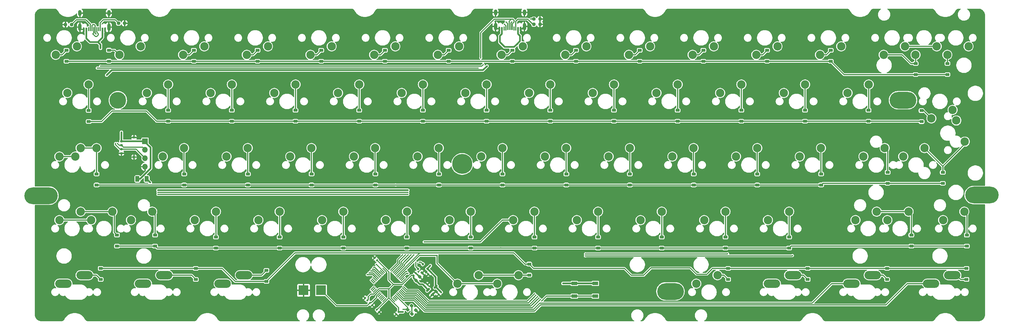
<source format=gbl>
G04 #@! TF.GenerationSoftware,KiCad,Pcbnew,8.0.4*
G04 #@! TF.CreationDate,2024-08-26T20:04:34+02:00*
G04 #@! TF.ProjectId,keyboard,6b657962-6f61-4726-942e-6b696361645f,rev?*
G04 #@! TF.SameCoordinates,Original*
G04 #@! TF.FileFunction,Copper,L2,Bot*
G04 #@! TF.FilePolarity,Positive*
%FSLAX46Y46*%
G04 Gerber Fmt 4.6, Leading zero omitted, Abs format (unit mm)*
G04 Created by KiCad (PCBNEW 8.0.4) date 2024-08-26 20:04:34*
%MOMM*%
%LPD*%
G01*
G04 APERTURE LIST*
G04 Aperture macros list*
%AMRoundRect*
0 Rectangle with rounded corners*
0 $1 Rounding radius*
0 $2 $3 $4 $5 $6 $7 $8 $9 X,Y pos of 4 corners*
0 Add a 4 corners polygon primitive as box body*
4,1,4,$2,$3,$4,$5,$6,$7,$8,$9,$2,$3,0*
0 Add four circle primitives for the rounded corners*
1,1,$1+$1,$2,$3*
1,1,$1+$1,$4,$5*
1,1,$1+$1,$6,$7*
1,1,$1+$1,$8,$9*
0 Add four rect primitives between the rounded corners*
20,1,$1+$1,$2,$3,$4,$5,0*
20,1,$1+$1,$4,$5,$6,$7,0*
20,1,$1+$1,$6,$7,$8,$9,0*
20,1,$1+$1,$8,$9,$2,$3,0*%
G04 Aperture macros list end*
G04 #@! TA.AperFunction,ComponentPad*
%ADD10C,2.500000*%
G04 #@! TD*
G04 #@! TA.AperFunction,ComponentPad*
%ADD11O,4.900000X2.500000*%
G04 #@! TD*
G04 #@! TA.AperFunction,SMDPad,CuDef*
%ADD12RoundRect,0.225000X-0.375000X0.225000X-0.375000X-0.225000X0.375000X-0.225000X0.375000X0.225000X0*%
G04 #@! TD*
G04 #@! TA.AperFunction,SMDPad,CuDef*
%ADD13RoundRect,0.225000X0.375000X-0.225000X0.375000X0.225000X-0.375000X0.225000X-0.375000X-0.225000X0*%
G04 #@! TD*
G04 #@! TA.AperFunction,SMDPad,CuDef*
%ADD14RoundRect,0.140000X0.219203X0.021213X0.021213X0.219203X-0.219203X-0.021213X-0.021213X-0.219203X0*%
G04 #@! TD*
G04 #@! TA.AperFunction,SMDPad,CuDef*
%ADD15RoundRect,0.140000X-0.219203X-0.021213X-0.021213X-0.219203X0.219203X0.021213X0.021213X0.219203X0*%
G04 #@! TD*
G04 #@! TA.AperFunction,SMDPad,CuDef*
%ADD16RoundRect,0.140000X-0.021213X0.219203X-0.219203X0.021213X0.021213X-0.219203X0.219203X-0.021213X0*%
G04 #@! TD*
G04 #@! TA.AperFunction,SMDPad,CuDef*
%ADD17RoundRect,0.237500X-0.344715X0.008839X0.008839X-0.344715X0.344715X-0.008839X-0.008839X0.344715X0*%
G04 #@! TD*
G04 #@! TA.AperFunction,ComponentPad*
%ADD18O,8.000000X5.000000*%
G04 #@! TD*
G04 #@! TA.AperFunction,ComponentPad*
%ADD19O,10.000000X5.000000*%
G04 #@! TD*
G04 #@! TA.AperFunction,SMDPad,CuDef*
%ADD20RoundRect,0.237500X-0.250000X-0.237500X0.250000X-0.237500X0.250000X0.237500X-0.250000X0.237500X0*%
G04 #@! TD*
G04 #@! TA.AperFunction,SMDPad,CuDef*
%ADD21RoundRect,0.237500X0.250000X0.237500X-0.250000X0.237500X-0.250000X-0.237500X0.250000X-0.237500X0*%
G04 #@! TD*
G04 #@! TA.AperFunction,SMDPad,CuDef*
%ADD22RoundRect,0.250000X-0.375000X-0.625000X0.375000X-0.625000X0.375000X0.625000X-0.375000X0.625000X0*%
G04 #@! TD*
G04 #@! TA.AperFunction,ComponentPad*
%ADD23R,1.700000X1.700000*%
G04 #@! TD*
G04 #@! TA.AperFunction,ComponentPad*
%ADD24O,1.700000X1.700000*%
G04 #@! TD*
G04 #@! TA.AperFunction,SMDPad,CuDef*
%ADD25RoundRect,0.140000X0.021213X-0.219203X0.219203X-0.021213X-0.021213X0.219203X-0.219203X0.021213X0*%
G04 #@! TD*
G04 #@! TA.AperFunction,SMDPad,CuDef*
%ADD26RoundRect,0.075000X-0.415425X-0.521491X0.521491X0.415425X0.415425X0.521491X-0.521491X-0.415425X0*%
G04 #@! TD*
G04 #@! TA.AperFunction,SMDPad,CuDef*
%ADD27RoundRect,0.075000X0.415425X-0.521491X0.521491X-0.415425X-0.415425X0.521491X-0.521491X0.415425X0*%
G04 #@! TD*
G04 #@! TA.AperFunction,ComponentPad*
%ADD28C,5.000000*%
G04 #@! TD*
G04 #@! TA.AperFunction,SMDPad,CuDef*
%ADD29R,3.000000X3.000000*%
G04 #@! TD*
G04 #@! TA.AperFunction,SMDPad,CuDef*
%ADD30RoundRect,0.150000X-0.275000X0.150000X-0.275000X-0.150000X0.275000X-0.150000X0.275000X0.150000X0*%
G04 #@! TD*
G04 #@! TA.AperFunction,SMDPad,CuDef*
%ADD31RoundRect,0.175000X-0.225000X0.175000X-0.225000X-0.175000X0.225000X-0.175000X0.225000X0.175000X0*%
G04 #@! TD*
G04 #@! TA.AperFunction,SMDPad,CuDef*
%ADD32R,1.700000X1.000000*%
G04 #@! TD*
G04 #@! TA.AperFunction,SMDPad,CuDef*
%ADD33RoundRect,0.225000X0.017678X-0.335876X0.335876X-0.017678X-0.017678X0.335876X-0.335876X0.017678X0*%
G04 #@! TD*
G04 #@! TA.AperFunction,SMDPad,CuDef*
%ADD34R,0.600000X1.100000*%
G04 #@! TD*
G04 #@! TA.AperFunction,SMDPad,CuDef*
%ADD35R,0.300000X1.240000*%
G04 #@! TD*
G04 #@! TA.AperFunction,SMDPad,CuDef*
%ADD36R,0.300000X1.020000*%
G04 #@! TD*
G04 #@! TA.AperFunction,SMDPad,CuDef*
%ADD37R,0.300000X1.120000*%
G04 #@! TD*
G04 #@! TA.AperFunction,ComponentPad*
%ADD38O,1.000000X1.800000*%
G04 #@! TD*
G04 #@! TA.AperFunction,ComponentPad*
%ADD39O,1.000000X2.200000*%
G04 #@! TD*
G04 #@! TA.AperFunction,SMDPad,CuDef*
%ADD40RoundRect,0.150000X-0.256326X-0.468458X0.468458X0.256326X0.256326X0.468458X-0.468458X-0.256326X0*%
G04 #@! TD*
G04 #@! TA.AperFunction,ComponentPad*
%ADD41C,6.000000*%
G04 #@! TD*
G04 #@! TA.AperFunction,SMDPad,CuDef*
%ADD42RoundRect,0.175000X0.106066X-0.353553X0.353553X-0.106066X-0.106066X0.353553X-0.353553X0.106066X0*%
G04 #@! TD*
G04 #@! TA.AperFunction,SMDPad,CuDef*
%ADD43RoundRect,0.150000X-0.035355X-0.247487X0.247487X0.035355X0.035355X0.247487X-0.247487X-0.035355X0*%
G04 #@! TD*
G04 #@! TA.AperFunction,ViaPad*
%ADD44C,0.400000*%
G04 #@! TD*
G04 #@! TA.AperFunction,ViaPad*
%ADD45C,0.500000*%
G04 #@! TD*
G04 #@! TA.AperFunction,Conductor*
%ADD46C,0.300000*%
G04 #@! TD*
G04 #@! TA.AperFunction,Conductor*
%ADD47C,0.500000*%
G04 #@! TD*
G04 APERTURE END LIST*
D10*
X120015000Y-16510000D03*
X126365000Y-13970000D03*
X177165000Y-16510000D03*
X183515000Y-13970000D03*
X175260000Y-2540000D03*
X168910000Y-5080000D03*
D11*
X211683750Y-73660000D03*
D10*
X212883750Y-73660000D03*
D11*
X218033750Y-71120000D03*
D10*
X219233750Y-71120000D03*
X99060000Y-2540000D03*
X92710000Y-5080000D03*
D11*
X235496250Y-73660000D03*
D10*
X236696250Y-73660000D03*
D11*
X241846250Y-71120000D03*
D10*
X243046250Y-71120000D03*
X251460000Y-2540000D03*
X245110000Y-5080000D03*
X41910000Y-2540000D03*
X35560000Y-5080000D03*
X22860000Y-2540000D03*
X16510000Y-5080000D03*
X262890000Y-54610000D03*
X269240000Y-52070000D03*
X215265000Y-16510000D03*
X221615000Y-13970000D03*
X200977500Y-35560000D03*
X207327500Y-33020000D03*
X137160000Y-2540000D03*
X130810000Y-5080000D03*
X156210000Y-2540000D03*
X149860000Y-5080000D03*
D11*
X259308750Y-73660000D03*
D10*
X260508750Y-73660000D03*
D11*
X265658750Y-71120000D03*
D10*
X266858750Y-71120000D03*
X29527500Y-35560000D03*
X35877500Y-33020000D03*
X239090000Y-35560000D03*
X245440000Y-33020000D03*
X3810000Y-2540000D03*
X-2540000Y-5080000D03*
X-1430000Y-54610000D03*
X4920000Y-52070000D03*
X196215000Y-16510000D03*
X202565000Y-13970000D03*
X250983750Y-35560000D03*
X257333750Y-33020000D03*
X153352500Y-54610000D03*
X159702500Y-52070000D03*
X96202500Y-54610000D03*
X102552500Y-52070000D03*
X118110000Y-2540000D03*
X111760000Y-5080000D03*
X194310000Y-2540000D03*
X187960000Y-5080000D03*
X261010000Y-2540000D03*
X254660000Y-5080000D03*
X234315000Y-16510000D03*
X240665000Y-13970000D03*
X100965000Y-16510000D03*
X107315000Y-13970000D03*
X266860000Y-24760000D03*
X269400000Y-31110000D03*
X124777500Y-35560000D03*
X131127500Y-33020000D03*
X162877500Y-35560000D03*
X169227500Y-33020000D03*
D11*
X-228750Y-73660000D03*
D10*
X971250Y-73660000D03*
D11*
X6121250Y-71120000D03*
D10*
X7321250Y-71120000D03*
X143827500Y-35560000D03*
X150177500Y-33020000D03*
X24765000Y-16510000D03*
X31115000Y-13970000D03*
X232410000Y-2540000D03*
X226060000Y-5080000D03*
X19990000Y-54610000D03*
X26340000Y-52070000D03*
X77152500Y-54610000D03*
X83502500Y-52070000D03*
X181927500Y-35560000D03*
X188277500Y-33020000D03*
X189071250Y-73660000D03*
X195421250Y-71120000D03*
D11*
X47396250Y-73660000D03*
D10*
X48596250Y-73660000D03*
D11*
X53746250Y-71120000D03*
D10*
X54946250Y-71120000D03*
X117633750Y-73660000D03*
X123983750Y-71120000D03*
X139065000Y-16510000D03*
X145415000Y-13970000D03*
X67627500Y-35560000D03*
X73977500Y-33020000D03*
X246221250Y-54610000D03*
X252571250Y-52070000D03*
X158115000Y-16510000D03*
X164465000Y-13970000D03*
X115252500Y-54610000D03*
X121602500Y-52070000D03*
X105727500Y-35560000D03*
X112077500Y-33020000D03*
X58102500Y-54610000D03*
X64452500Y-52070000D03*
X213360000Y-2540000D03*
X207010000Y-5080000D03*
X210502500Y-54610000D03*
X216852500Y-52070000D03*
X172402500Y-54610000D03*
X178752500Y-52070000D03*
X270510000Y-2540000D03*
X264160000Y-5080000D03*
X80010000Y-2540000D03*
X73660000Y-5080000D03*
X62865000Y-16510000D03*
X69215000Y-13970000D03*
X265747500Y-21590000D03*
X259397500Y-24130000D03*
X48577500Y-35560000D03*
X54927500Y-33020000D03*
X236690000Y-54610000D03*
X243040000Y-52070000D03*
X8096250Y-54610000D03*
X14446250Y-52070000D03*
X191452500Y-54610000D03*
X197802500Y-52070000D03*
X134302500Y-54610000D03*
X140652500Y-52070000D03*
X60960000Y-2540000D03*
X54610000Y-5080000D03*
X220027500Y-35560000D03*
X226377500Y-33020000D03*
X-1425000Y-35560000D03*
X4925000Y-33020000D03*
X86677500Y-35560000D03*
X93027500Y-33020000D03*
X39052500Y-54610000D03*
X45402500Y-52070000D03*
X952500Y-16510000D03*
X7302500Y-13970000D03*
D11*
X23590000Y-73660000D03*
D10*
X24790000Y-73660000D03*
D11*
X29940000Y-71120000D03*
D10*
X31140000Y-71120000D03*
X3333750Y-35560000D03*
X9683750Y-33020000D03*
X43815000Y-16510000D03*
X50165000Y-13970000D03*
X81915000Y-16510000D03*
X88265000Y-13970000D03*
X129540000Y-73661270D03*
X135890000Y-71121270D03*
D12*
X246150000Y-69099999D03*
X246150000Y-72399999D03*
D13*
X126350000Y-25000000D03*
X126350000Y-21700000D03*
X207300000Y-44100000D03*
X207300000Y-40800000D03*
X115000000Y-7025000D03*
X115000000Y-3725000D03*
X240600000Y-25000000D03*
X240600000Y-21700000D03*
D14*
X93553372Y-66611236D03*
X92874550Y-65932414D03*
D13*
X60500000Y-73000000D03*
X60500000Y-69700000D03*
X95950000Y-7025000D03*
X95950000Y-3725000D03*
D15*
X91450000Y-79400000D03*
X92128822Y-80078822D03*
D13*
X226400000Y-44100000D03*
X226400000Y-40800000D03*
X159700000Y-63000000D03*
X159700000Y-59700000D03*
D16*
X100039411Y-82110589D03*
X99360589Y-82789411D03*
D13*
X102500000Y-63000000D03*
X102500000Y-59700000D03*
X191200000Y-7025000D03*
X191200000Y-3725000D03*
X264200000Y-11000000D03*
X264200000Y-7699999D03*
D17*
X103900000Y-80300000D03*
X105190470Y-81590470D03*
D18*
X181350000Y-76000000D03*
D13*
X57850000Y-7025000D03*
X57850000Y-3725000D03*
D19*
X274500000Y-47100000D03*
D20*
X140512500Y5625000D03*
X142337500Y5625000D03*
D16*
X112733558Y-76180402D03*
X112054736Y-76859224D03*
D13*
X50150000Y-25000000D03*
X50150000Y-21700000D03*
D21*
X142337500Y4050000D03*
X140512500Y4050000D03*
D22*
X21900001Y-42300000D03*
X24699999Y-42300000D03*
D13*
X121600000Y-63000000D03*
X121600000Y-59700000D03*
X172150000Y-7025000D03*
X172150000Y-3725000D03*
D12*
X198600000Y-69099999D03*
X198600000Y-72399999D03*
D13*
X38800000Y-7025000D03*
X38800000Y-3725000D03*
X169200000Y-44100000D03*
X169200000Y-40800000D03*
X253400000Y-62400000D03*
X253400000Y-59100000D03*
X150200000Y-44100000D03*
X150200000Y-40800000D03*
D23*
X24200000Y-31000000D03*
D24*
X24200000Y-33540000D03*
X24200000Y-36079999D03*
X24200000Y-38620000D03*
D17*
X102754765Y-81454765D03*
X104045235Y-82745235D03*
D13*
X246300000Y-43600000D03*
X246300000Y-40300000D03*
D14*
X90724945Y-78689411D03*
X90046123Y-78010589D03*
D25*
X107960589Y-74589411D03*
X108639411Y-73910589D03*
D13*
X31100000Y-25000000D03*
X31100000Y-21700000D03*
X153100000Y-7025000D03*
X153100000Y-3725000D03*
X188300000Y-44100000D03*
X188300000Y-40800000D03*
D26*
X96104260Y-78937876D03*
X95750706Y-78584322D03*
X95397153Y-78230769D03*
X95043599Y-77877215D03*
X94690046Y-77523662D03*
X94336493Y-77170109D03*
X93982939Y-76816555D03*
X93629386Y-76463002D03*
X93275833Y-76109449D03*
X92922279Y-75755895D03*
X92568726Y-75402342D03*
X92215172Y-75048788D03*
D27*
X92215172Y-73051212D03*
X92568726Y-72697658D03*
X92922279Y-72344105D03*
X93275833Y-71990551D03*
X93629386Y-71636998D03*
X93982939Y-71283445D03*
X94336493Y-70929891D03*
X94690046Y-70576338D03*
X95043599Y-70222785D03*
X95397153Y-69869231D03*
X95750706Y-69515678D03*
X96104260Y-69162124D03*
D26*
X98101836Y-69162124D03*
X98455390Y-69515678D03*
X98808943Y-69869231D03*
X99162497Y-70222785D03*
X99516050Y-70576338D03*
X99869603Y-70929891D03*
X100223157Y-71283445D03*
X100576710Y-71636998D03*
X100930263Y-71990551D03*
X101283817Y-72344105D03*
X101637370Y-72697658D03*
X101990924Y-73051212D03*
D27*
X101990924Y-75048788D03*
X101637370Y-75402342D03*
X101283817Y-75755895D03*
X100930263Y-76109449D03*
X100576710Y-76463002D03*
X100223157Y-76816555D03*
X99869603Y-77170109D03*
X99516050Y-77523662D03*
X99162497Y-77877215D03*
X98808943Y-78230769D03*
X98455390Y-78584322D03*
X98101836Y-78937876D03*
D13*
X140700000Y-63000000D03*
X140700000Y-59700000D03*
D21*
X18087500Y4375000D03*
X16262500Y4375000D03*
D28*
X16050000Y-18700000D03*
D13*
X54950000Y-44100000D03*
X54950000Y-40800000D03*
D12*
X139100000Y-67800000D03*
X139100000Y-71100000D03*
D29*
X76850000Y-75650000D03*
D25*
X104510589Y-71239411D03*
X105189411Y-70560589D03*
D21*
X2212500Y3975000D03*
X387500Y3975000D03*
D13*
X13400000Y-7000000D03*
X13400000Y-3700000D03*
D30*
X17125000Y-31000000D03*
X17125000Y-32200000D03*
X17125000Y-33400000D03*
X17125000Y-34600000D03*
D31*
X20900000Y-29850000D03*
X20900000Y-35750000D03*
D13*
X93100000Y-44100000D03*
X93100000Y-40800000D03*
D12*
X269900000Y-69099999D03*
X269900000Y-72399999D03*
X39370000Y-69099999D03*
X39370000Y-72399999D03*
D13*
X9700000Y-44100000D03*
X9700000Y-40800000D03*
X45400000Y-63000000D03*
X45400000Y-59700000D03*
D29*
X71599999Y-75650000D03*
D13*
X262800000Y-43600000D03*
X262800000Y-40300000D03*
X74000000Y-44100000D03*
X74000000Y-40800000D03*
D32*
X158899999Y-73600000D03*
X152600001Y-73600000D03*
X158899999Y-77400000D03*
X152600001Y-77400000D03*
D13*
X221600000Y-25000000D03*
X221600000Y-21700000D03*
D15*
X93535589Y-81485589D03*
X94214411Y-82164411D03*
D12*
X222400000Y-69099999D03*
X222400000Y-72399999D03*
D13*
X69200000Y-25000000D03*
X69200000Y-21700000D03*
X183500000Y-25000000D03*
X183500000Y-21700000D03*
X35900000Y-44100000D03*
X35900000Y-40800000D03*
D33*
X105300000Y-72750000D03*
X106396016Y-71653984D03*
D13*
X83500000Y-63000000D03*
X83500000Y-59700000D03*
D16*
X109600000Y-70150000D03*
X108921178Y-70828822D03*
D13*
X216850000Y-63000000D03*
X216850000Y-59700000D03*
D18*
X250900000Y-18700000D03*
D13*
X197800000Y-63000000D03*
X197800000Y-59700000D03*
D19*
X-6900000Y-47300000D03*
D13*
X107300000Y-25000000D03*
X107300000Y-21700000D03*
D34*
X130150000Y2725000D03*
X130950000Y2725000D03*
D35*
X132100000Y2800000D03*
D36*
X133100000Y2910000D03*
X133600000Y2910000D03*
D35*
X134600000Y2800000D03*
D34*
X135750000Y2725000D03*
X136550000Y2725000D03*
X136550000Y2725000D03*
X135750000Y2725000D03*
D35*
X135100000Y2800000D03*
D37*
X134100000Y2860000D03*
X132600000Y2860000D03*
D35*
X131600000Y2800000D03*
D34*
X130950000Y2725000D03*
X130150000Y2725000D03*
D38*
X129030000Y7600000D03*
D39*
X129030000Y3400000D03*
D38*
X137670000Y7600000D03*
D39*
X137670000Y3400000D03*
D40*
X110205652Y-76869830D03*
X108862150Y-75526328D03*
X111142569Y-74589411D03*
D13*
X27200000Y-62400000D03*
X27200000Y-59100000D03*
D41*
X119050000Y-37800000D03*
D13*
X15800000Y-62400000D03*
X15800000Y-59100000D03*
D34*
X5850000Y2525000D03*
X6650000Y2525000D03*
D35*
X7800000Y2600000D03*
X8800000Y2600000D03*
X9300000Y2600000D03*
X10300000Y2600000D03*
D34*
X11450000Y2525000D03*
X12250000Y2525000D03*
X12250000Y2525000D03*
X11450000Y2525000D03*
D35*
X10800000Y2600000D03*
X9800000Y2600000D03*
X8300000Y2600000D03*
X7300000Y2600000D03*
D34*
X6650000Y2525000D03*
X5850000Y2525000D03*
D38*
X4730000Y7400000D03*
D39*
X4730000Y3200000D03*
D38*
X13370000Y7400000D03*
D39*
X13370000Y3200000D03*
D13*
X7350000Y-25075000D03*
X7350000Y-21775000D03*
X700000Y-7025000D03*
X700000Y-3725000D03*
X270000000Y-62400000D03*
X270000000Y-59100000D03*
D12*
X10920000Y-69099999D03*
X10920000Y-72399999D03*
D13*
X64450000Y-63000000D03*
X64450000Y-59700000D03*
X202550000Y-25000000D03*
X202550000Y-21700000D03*
X164450000Y-25000000D03*
X164450000Y-21700000D03*
X178750000Y-63000000D03*
X178750000Y-59700000D03*
X256450000Y-25100000D03*
X256450000Y-21800000D03*
X88250000Y-25000000D03*
X88250000Y-21700000D03*
X229300000Y-7025000D03*
X229300000Y-3725000D03*
X145400000Y-25000000D03*
X145400000Y-21700000D03*
X76900000Y-7025000D03*
X76900000Y-3725000D03*
D42*
X107073223Y-70437437D03*
D43*
X105871142Y-69235355D03*
X107285355Y-67821142D03*
X108628858Y-69164645D03*
D13*
X134050000Y-7025000D03*
X134050000Y-3725000D03*
X131100000Y-44100000D03*
X131100000Y-40800000D03*
X210250000Y-7025000D03*
X210250000Y-3725000D03*
X254700000Y-11000000D03*
X254700000Y-7700000D03*
X112100000Y-44100000D03*
X112100000Y-40800000D03*
D44*
X90650000Y-71000000D03*
X91200000Y-70450000D03*
X91750000Y-69900000D03*
X92200000Y-69350000D03*
X92600000Y-68800000D03*
X93375000Y-67875000D03*
X111500000Y-65200000D03*
X103768392Y-65068392D03*
X107693393Y-61143393D03*
X140675000Y-76725000D03*
X141125000Y-77175000D03*
X141575000Y-77575000D03*
X141999266Y-77999266D03*
X198450000Y-64700000D03*
X155900000Y-64750000D03*
X142425000Y-78425000D03*
X217850000Y-65250000D03*
X155900000Y-65350003D03*
X98750000Y-72100000D03*
X99150000Y-75500000D03*
X95950000Y-76300000D03*
X118300000Y-65650000D03*
D45*
X106500000Y-82900000D03*
X92150000Y-77800000D03*
D44*
X90050000Y-55150000D03*
X96250000Y-72000000D03*
D45*
X5500000Y1500000D03*
X137400000Y1350000D03*
X129550000Y1450000D03*
D44*
X94350000Y-73600000D03*
D45*
X12800000Y1300000D03*
D44*
X103650000Y-73500000D03*
X106200000Y-67250000D03*
X123800000Y-9050000D03*
X15349997Y-31650000D03*
X8600000Y1200000D03*
X102800000Y-46300000D03*
X124600000Y-6000000D03*
X28050000Y-46300000D03*
X102850000Y-70600000D03*
X9898223Y-9051777D03*
X133850000Y4750000D03*
X9500000Y1200000D03*
X105175000Y-67325000D03*
X132200000Y4750000D03*
X15950000Y-31650000D03*
X102450000Y-70050000D03*
X125350000Y-8050000D03*
X28050000Y-46900003D03*
X102800000Y-46900000D03*
X10850000Y-8500000D03*
X101400000Y-81400000D03*
X142850000Y-78850000D03*
D45*
X101400000Y-82100000D03*
X149175000Y-73600000D03*
X25800000Y-43400000D03*
X28050000Y-45650000D03*
X102800000Y-45650000D03*
X109550000Y-68250000D03*
D44*
X131700000Y4050000D03*
X139600000Y5625000D03*
X98900000Y-7025000D03*
X101225000Y-65075000D03*
X102070002Y-65070002D03*
X97600000Y-25000000D03*
X102919127Y-65069127D03*
X99150000Y-44100000D03*
X106685317Y-63000000D03*
X104617659Y-65067659D03*
D45*
X130300000Y-1300000D03*
X10900000Y-3150000D03*
X12700000Y-11200000D03*
X126500000Y-8450000D03*
X17150000Y-28250000D03*
D46*
X-2540000Y-5080000D02*
X-655000Y-5080000D01*
X-655000Y-5080000D02*
X700000Y-3725000D01*
X15130000Y-3700000D02*
X13400000Y-3700000D01*
X16510000Y-5080000D02*
X15130000Y-3700000D01*
X-1430000Y-54610000D02*
X8096250Y-54610000D01*
X93275833Y-71990551D02*
X92285282Y-71000000D01*
X3333750Y-35560000D02*
X-1425000Y-35560000D01*
X92285282Y-71000000D02*
X90650000Y-71000000D01*
X93629386Y-71636998D02*
X92946194Y-70953806D01*
X92442388Y-70450000D02*
X91200000Y-70450000D01*
X92946194Y-70953806D02*
X92442388Y-70450000D01*
X93982939Y-71283445D02*
X92599494Y-69900000D01*
X92599494Y-69900000D02*
X91750000Y-69900000D01*
X92756602Y-69350000D02*
X92200000Y-69350000D01*
X94336493Y-70929891D02*
X92756602Y-69350000D01*
X94690046Y-70576338D02*
X94131855Y-70018145D01*
X94131855Y-70018145D02*
X92913710Y-68800000D01*
X92913710Y-68800000D02*
X92600000Y-68800000D01*
X93375000Y-67875000D02*
X93402922Y-67875000D01*
X93402922Y-67875000D02*
X95397153Y-69869231D01*
X106306602Y-65200000D02*
X100223157Y-71283445D01*
X117633750Y-73660000D02*
X117790000Y-73660000D01*
X111500000Y-65200000D02*
X111500000Y-67550000D01*
X117791270Y-73661270D02*
X129540000Y-73661270D01*
X117610000Y-73660000D02*
X117633750Y-73660000D01*
X111500000Y-67550000D02*
X117610000Y-73660000D01*
X111500000Y-65200000D02*
X106306602Y-65200000D01*
X117790000Y-73660000D02*
X117791270Y-73661270D01*
X131062367Y-54610000D02*
X134302500Y-54610000D01*
X124528974Y-61143393D02*
X131062367Y-54610000D01*
X107693393Y-61143393D02*
X124528974Y-61143393D01*
X103768392Y-65068392D02*
X101300000Y-67536784D01*
X101300000Y-68085282D02*
X99162497Y-70222785D01*
X101300000Y-67536784D02*
X101300000Y-68085282D01*
X105793195Y-75643195D02*
X102585331Y-75643195D01*
X102585331Y-75643195D02*
X101990924Y-75048788D01*
X109050000Y-78900000D02*
X105793195Y-75643195D01*
X140675000Y-76725000D02*
X138500000Y-78900000D01*
X138500000Y-78900000D02*
X109050000Y-78900000D01*
X102385028Y-76150000D02*
X101637370Y-75402342D01*
X141125000Y-77175000D02*
X138900000Y-79400000D01*
X105592894Y-76150000D02*
X102385028Y-76150000D01*
X108842894Y-79400000D02*
X105592894Y-76150000D01*
X138900000Y-79400000D02*
X108842894Y-79400000D01*
X102177921Y-76650000D02*
X101885028Y-76357107D01*
X101885028Y-76357107D02*
X101283817Y-75755895D01*
X141575000Y-77575000D02*
X139250000Y-79900000D01*
X105385788Y-76650000D02*
X102177921Y-76650000D01*
X108635788Y-79900000D02*
X105385788Y-76650000D01*
X139250000Y-79900000D02*
X108635788Y-79900000D01*
X101970814Y-77150000D02*
X100930263Y-76109449D01*
X155900000Y-64750000D02*
X198400000Y-64750000D01*
X108135788Y-80107107D02*
X108135788Y-80107106D01*
X108428681Y-80400000D02*
X108135788Y-80107107D01*
X105178682Y-77150000D02*
X101970814Y-77150000D01*
X139600000Y-80400000D02*
X108428681Y-80400000D01*
X198400000Y-64750000D02*
X198450000Y-64700000D01*
X108135788Y-80107106D02*
X105178682Y-77150000D01*
X141999266Y-78000734D02*
X139600000Y-80400000D01*
X141999266Y-77999266D02*
X141999266Y-78000734D01*
X101763707Y-77650000D02*
X100576710Y-76463003D01*
X155900000Y-65350003D02*
X155900003Y-65350000D01*
X104971576Y-77650000D02*
X101763707Y-77650000D01*
X108221574Y-80900000D02*
X106610788Y-79289214D01*
X155900003Y-65350000D02*
X217750000Y-65350000D01*
X217750000Y-65350000D02*
X217850000Y-65250000D01*
X139950000Y-80900000D02*
X108221574Y-80900000D01*
X100576710Y-76463003D02*
X100576710Y-76463002D01*
X106610788Y-79289214D02*
X106610788Y-79289212D01*
X106610788Y-79289212D02*
X104971576Y-77650000D01*
X142425000Y-78425000D02*
X139950000Y-80900000D01*
X142300000Y-79500000D02*
X223750000Y-79500000D01*
X104764470Y-78150000D02*
X105632235Y-79017765D01*
X108014467Y-81400000D02*
X140400000Y-81400000D01*
X229590000Y-73660000D02*
X234315000Y-73660000D01*
X101556601Y-78150000D02*
X104764470Y-78150000D01*
X107721574Y-81107107D02*
X108014467Y-81400000D01*
X100223157Y-76816555D02*
X100296380Y-76889779D01*
X223750000Y-79500000D02*
X229590000Y-73660000D01*
X261010000Y-2540000D02*
X251460000Y-2540000D01*
X100296380Y-76889779D02*
X101556601Y-78150000D01*
X140400000Y-81400000D02*
X142300000Y-79500000D01*
X105632235Y-79017765D02*
X105632235Y-79017767D01*
X105632235Y-79017767D02*
X107721574Y-81107107D01*
X101349494Y-78650000D02*
X99869603Y-77170109D01*
X142550000Y-80050000D02*
X140700000Y-81900000D01*
X252190000Y-73660000D02*
X245800000Y-80050000D01*
X104557362Y-78650000D02*
X101349494Y-78650000D01*
X258127500Y-73660000D02*
X252190000Y-73660000D01*
X140700000Y-81900000D02*
X107807360Y-81900000D01*
X105778681Y-79871321D02*
X105778681Y-79871319D01*
X245800000Y-80050000D02*
X142550000Y-80050000D01*
X105778681Y-79871319D02*
X104557362Y-78650000D01*
X107807360Y-81900000D02*
X105778681Y-79871321D01*
X35560000Y-5080000D02*
X37445000Y-5080000D01*
X37445000Y-5080000D02*
X38800000Y-3725000D01*
X56495000Y-5080000D02*
X57850000Y-3725000D01*
X54610000Y-5080000D02*
X56495000Y-5080000D01*
X75545000Y-5080000D02*
X76900000Y-3725000D01*
X73660000Y-5080000D02*
X75545000Y-5080000D01*
X92710000Y-5080000D02*
X94595000Y-5080000D01*
X94595000Y-5080000D02*
X95950000Y-3725000D01*
X113645000Y-5080000D02*
X115000000Y-3725000D01*
X111760000Y-5080000D02*
X113645000Y-5080000D01*
X130810000Y-5080000D02*
X132695000Y-5080000D01*
X132695000Y-5080000D02*
X134050000Y-3725000D01*
X151745000Y-5080000D02*
X153100000Y-3725000D01*
X149860000Y-5080000D02*
X151745000Y-5080000D01*
X170795000Y-5080000D02*
X172150000Y-3725000D01*
X168910000Y-5080000D02*
X170795000Y-5080000D01*
X187960000Y-5080000D02*
X189845000Y-5080000D01*
X189845000Y-5080000D02*
X191200000Y-3725000D01*
X208895000Y-5080000D02*
X210250000Y-3725000D01*
X207010000Y-5080000D02*
X208895000Y-5080000D01*
X226060000Y-5080000D02*
X227945000Y-5080000D01*
X227945000Y-5080000D02*
X229300000Y-3725000D01*
X245110000Y-5080000D02*
X250680000Y-5080000D01*
X250680000Y-5080000D02*
X253300000Y-7700000D01*
X254700000Y-7700000D02*
X254700000Y-5120000D01*
X253300000Y-7700000D02*
X254700000Y-7700000D01*
X254700000Y-5120000D02*
X254660000Y-5080000D01*
X264160000Y-5080000D02*
X264160000Y-7659999D01*
X264160000Y-7659999D02*
X264200000Y-7699999D01*
X7350000Y-21775000D02*
X7350000Y-14017500D01*
X7350000Y-14017500D02*
X7302500Y-13970000D01*
X31115000Y-13970000D02*
X31115000Y-21685000D01*
X31115000Y-21685000D02*
X31100000Y-21700000D01*
X50165000Y-21685000D02*
X50150000Y-21700000D01*
X50165000Y-13970000D02*
X50165000Y-21685000D01*
X69215000Y-21685000D02*
X69200000Y-21700000D01*
X69215000Y-13970000D02*
X69215000Y-21685000D01*
X88265000Y-21685000D02*
X88250000Y-21700000D01*
X88265000Y-13970000D02*
X88265000Y-21685000D01*
X107315000Y-13970000D02*
X107315000Y-21685000D01*
X107315000Y-21685000D02*
X107300000Y-21700000D01*
X126365000Y-21685000D02*
X126350000Y-21700000D01*
X126365000Y-13970000D02*
X126365000Y-21685000D01*
X145415000Y-13970000D02*
X145415000Y-21685000D01*
X145415000Y-21685000D02*
X145400000Y-21700000D01*
X164465000Y-21685000D02*
X164450000Y-21700000D01*
X164465000Y-13970000D02*
X164465000Y-21685000D01*
X183515000Y-21685000D02*
X183500000Y-21700000D01*
X183515000Y-13970000D02*
X183515000Y-21685000D01*
X202565000Y-21685000D02*
X202550000Y-21700000D01*
X202565000Y-13970000D02*
X202565000Y-21685000D01*
X221615000Y-13970000D02*
X221615000Y-21685000D01*
X221615000Y-21685000D02*
X221600000Y-21700000D01*
X240665000Y-21635000D02*
X240600000Y-21700000D01*
X240665000Y-13970000D02*
X240665000Y-21635000D01*
X256450000Y-21800000D02*
X257067500Y-21800000D01*
X257067500Y-21800000D02*
X259397500Y-24130000D01*
X9683750Y-40783750D02*
X9700000Y-40800000D01*
X9683750Y-33020000D02*
X9683750Y-40783750D01*
X9683750Y-33020000D02*
X4925000Y-33020000D01*
X35877500Y-40777500D02*
X35900000Y-40800000D01*
X35877500Y-33020000D02*
X35877500Y-40777500D01*
X54927500Y-40777500D02*
X54950000Y-40800000D01*
X54927500Y-33020000D02*
X54927500Y-40777500D01*
X73977500Y-33020000D02*
X73977500Y-40777500D01*
X73977500Y-40777500D02*
X74000000Y-40800000D01*
X93027500Y-40727500D02*
X93100000Y-40800000D01*
X93027500Y-33020000D02*
X93027500Y-40727500D01*
X112077500Y-33020000D02*
X112077500Y-40777500D01*
X112077500Y-40777500D02*
X112100000Y-40800000D01*
X131127500Y-33020000D02*
X131127500Y-40772500D01*
X131127500Y-40772500D02*
X131100000Y-40800000D01*
X150177500Y-40777500D02*
X150200000Y-40800000D01*
X150177500Y-33020000D02*
X150177500Y-40777500D01*
X169227500Y-33020000D02*
X169227500Y-40772500D01*
X169227500Y-40772500D02*
X169200000Y-40800000D01*
X188277500Y-33020000D02*
X188277500Y-40777500D01*
X188277500Y-40777500D02*
X188300000Y-40800000D01*
X207327500Y-40772500D02*
X207300000Y-40800000D01*
X207327500Y-33020000D02*
X207327500Y-40772500D01*
X226377500Y-40777500D02*
X226400000Y-40800000D01*
X226377500Y-33020000D02*
X226377500Y-40777500D01*
X246300000Y-33880000D02*
X246300000Y-40300000D01*
X245440000Y-33020000D02*
X246300000Y-33880000D01*
X26340000Y-52070000D02*
X27200000Y-52930000D01*
X27200000Y-52930000D02*
X27200000Y-59100000D01*
X45402500Y-59697500D02*
X45400000Y-59700000D01*
X45402500Y-52070000D02*
X45402500Y-59697500D01*
X64452500Y-59697500D02*
X64450000Y-59700000D01*
X64452500Y-52070000D02*
X64452500Y-59697500D01*
X83502500Y-59697500D02*
X83500000Y-59700000D01*
X83502500Y-52070000D02*
X83502500Y-59697500D01*
X102552500Y-59647500D02*
X102500000Y-59700000D01*
X102552500Y-52070000D02*
X102552500Y-59647500D01*
X121602500Y-59697500D02*
X121600000Y-59700000D01*
X121602500Y-52070000D02*
X121602500Y-59697500D01*
X140652500Y-52070000D02*
X140652500Y-59652500D01*
X140652500Y-59652500D02*
X140700000Y-59700000D01*
X159700000Y-57855000D02*
X159700000Y-59700000D01*
X159702500Y-57852500D02*
X159700000Y-57855000D01*
X159702500Y-52070000D02*
X159702500Y-57852500D01*
X178752500Y-59697500D02*
X178750000Y-59700000D01*
X178752500Y-52070000D02*
X178752500Y-59697500D01*
X197802500Y-59697500D02*
X197800000Y-59700000D01*
X197802500Y-52070000D02*
X197802500Y-59697500D01*
X216852500Y-52070000D02*
X216852500Y-59697500D01*
X216852500Y-59697500D02*
X216850000Y-59700000D01*
X252571250Y-52070000D02*
X253400000Y-52898750D01*
X252571250Y-52070000D02*
X243040000Y-52070000D01*
X253400000Y-52898750D02*
X253400000Y-59100000D01*
X7321250Y-71120000D02*
X9640001Y-71120000D01*
X9640001Y-71120000D02*
X10920000Y-72399999D01*
X31145000Y-71125000D02*
X31140000Y-71120000D01*
X38095001Y-71125000D02*
X31145000Y-71125000D01*
X39370000Y-72399999D02*
X38095001Y-71125000D01*
X54946250Y-71120000D02*
X59080000Y-71120000D01*
X59080000Y-71120000D02*
X60500000Y-69700000D01*
X135890000Y-71121270D02*
X123985020Y-71121270D01*
X123985020Y-71121270D02*
X123983750Y-71120000D01*
X139078730Y-71121270D02*
X135890000Y-71121270D01*
X139100000Y-71100000D02*
X139078730Y-71121270D01*
X195421250Y-71120000D02*
X197320001Y-71120000D01*
X197320001Y-71120000D02*
X198600000Y-72399999D01*
X219233750Y-71120000D02*
X221120001Y-71120000D01*
X216852500Y-71120000D02*
X219233750Y-71120000D01*
X221120001Y-71120000D02*
X222400000Y-72399999D01*
X243046250Y-71120000D02*
X240665000Y-71120000D01*
X244870001Y-71120000D02*
X246150000Y-72399999D01*
X243046250Y-71120000D02*
X244870001Y-71120000D01*
X266858750Y-71120000D02*
X264477500Y-71120000D01*
X268138749Y-72399999D02*
X266858750Y-71120000D01*
X269900000Y-72399999D02*
X268138749Y-72399999D01*
X95450000Y-75800000D02*
X95950000Y-76300000D01*
X96345114Y-71904886D02*
X96250000Y-72000000D01*
X95750706Y-69515678D02*
X96345114Y-70110086D01*
X93629386Y-76463002D02*
X94292388Y-75800000D01*
X101637370Y-72697658D02*
X101042964Y-73292066D01*
D47*
X136550000Y2725000D02*
X136550000Y2200000D01*
D46*
X99942066Y-73292066D02*
X98750000Y-72100000D01*
X101042964Y-73292066D02*
X99942066Y-73292066D01*
X93629386Y-76463002D02*
X93629385Y-76463002D01*
D47*
X12250000Y1850000D02*
X12800000Y1300000D01*
D46*
X96345114Y-70110086D02*
X96345114Y-71904886D01*
D47*
X136550000Y2200000D02*
X137400000Y1350000D01*
D46*
X97850000Y-76800000D02*
X99150000Y-75500000D01*
D47*
X5850000Y2525000D02*
X5850000Y1850000D01*
D46*
X97860982Y-77989916D02*
X97850000Y-77978934D01*
D47*
X136995000Y2725000D02*
X137670000Y3400000D01*
D46*
X96250000Y-72000000D02*
X94650000Y-73600000D01*
D47*
X130150000Y2050000D02*
X129550000Y1450000D01*
D46*
X94292388Y-75800000D02*
X95450000Y-75800000D01*
X92292388Y-77800000D02*
X92150000Y-77800000D01*
X94650000Y-73600000D02*
X94350000Y-73600000D01*
D47*
X5850000Y1850000D02*
X5500000Y1500000D01*
D46*
X98455390Y-78584322D02*
X97860982Y-77989916D01*
D47*
X136550000Y2725000D02*
X136995000Y2725000D01*
X130150000Y2725000D02*
X130150000Y2050000D01*
X105190470Y-81590470D02*
X106500000Y-82900000D01*
D46*
X97850000Y-77978934D02*
X97850000Y-76800000D01*
D47*
X12250000Y2525000D02*
X12250000Y1850000D01*
D46*
X93629386Y-76463002D02*
X92292388Y-77800000D01*
X100930263Y-71990551D02*
X102320814Y-70600000D01*
X16700001Y-33400000D02*
X15349997Y-32049996D01*
X8600000Y1200000D02*
X9350000Y450000D01*
X8800000Y1400000D02*
X8800000Y2600000D01*
X134200000Y5600000D02*
X128650000Y5600000D01*
X124600000Y1550000D02*
X124600000Y-6000000D01*
X133100000Y5000000D02*
X133700000Y5600000D01*
X134600000Y4722182D02*
X134600000Y5200000D01*
X9800000Y450000D02*
X10200000Y850000D01*
X9800000Y1677818D02*
X9800000Y2600000D01*
X9898223Y-9051777D02*
X9900000Y-9050000D01*
X8600000Y1200000D02*
X8800000Y1400000D01*
X128650000Y5600000D02*
X124600000Y1550000D01*
X100930263Y-71990551D02*
X100930264Y-71990551D01*
X134100000Y2860000D02*
X134100000Y4222182D01*
X21520001Y-33400000D02*
X17125000Y-33400000D01*
X9350000Y450000D02*
X9800000Y450000D01*
X134100000Y4222182D02*
X134600000Y4722182D01*
X15349997Y-32049996D02*
X15349997Y-31650000D01*
X107285355Y-67821142D02*
X106714213Y-67250000D01*
X102320814Y-70600000D02*
X102850000Y-70600000D01*
X134600000Y5200000D02*
X134200000Y5600000D01*
X17125000Y-33400000D02*
X16700001Y-33400000D01*
X106714213Y-67250000D02*
X106200000Y-67250000D01*
X133700000Y5600000D02*
X133900000Y5600000D01*
X10200000Y1277818D02*
X9800000Y1677818D01*
X10200000Y850000D02*
X10200000Y1277818D01*
X24200000Y-36079999D02*
X21520001Y-33400000D01*
X133100000Y2910000D02*
X133100000Y5000000D01*
X9900000Y-9050000D02*
X123800000Y-9050000D01*
X28050000Y-46300000D02*
X102800000Y-46300000D01*
X102163708Y-70050000D02*
X102450000Y-70050000D01*
X28050003Y-46900000D02*
X102800000Y-46900000D01*
X9050000Y4000000D02*
X9300000Y3750000D01*
X8300000Y2600000D02*
X8300000Y3700000D01*
X10850000Y-8500000D02*
X124900000Y-8500000D01*
X105175000Y-68539213D02*
X105871142Y-69235355D01*
X124900000Y-8500000D02*
X125200000Y-8200000D01*
X16500000Y-32200000D02*
X15950000Y-31650000D01*
X132600000Y4350000D02*
X132600000Y2860000D01*
X105175000Y-67325000D02*
X105175000Y-68539213D01*
X100576710Y-71636998D02*
X102163708Y-70050000D01*
X24200000Y-33540000D02*
X23460000Y-32800000D01*
X9500000Y1200000D02*
X9300000Y1400000D01*
X23460000Y-32800000D02*
X17725000Y-32800000D01*
X9300000Y1400000D02*
X9300000Y2600000D01*
X8300000Y3700000D02*
X8600000Y4000000D01*
X125200000Y-8200000D02*
X125350000Y-8050000D01*
X9300000Y3750000D02*
X9300000Y2600000D01*
X17725000Y-32800000D02*
X17125000Y-32200000D01*
X133600000Y2910000D02*
X133600000Y4500000D01*
X133600000Y4500000D02*
X133850000Y4750000D01*
X17125000Y-32200000D02*
X16500000Y-32200000D01*
X8600000Y4000000D02*
X9050000Y4000000D01*
X132200000Y4750000D02*
X132600000Y4350000D01*
X28050000Y-46900003D02*
X28050003Y-46900000D01*
X101400000Y-81400000D02*
X102700000Y-81400000D01*
X152600001Y-77400000D02*
X158899999Y-77400000D01*
X142850000Y-78850000D02*
X144300000Y-77400000D01*
X102700000Y-81400000D02*
X102754765Y-81454765D01*
X99516050Y-77523662D02*
X102754765Y-80762377D01*
X144300000Y-77400000D02*
X152600001Y-77400000D01*
X102754765Y-80762377D02*
X102754765Y-81454765D01*
D47*
X107960589Y-74560589D02*
X107960589Y-74589411D01*
D46*
X92585282Y-76800000D02*
X93275833Y-76109449D01*
X98101837Y-78937876D02*
X98101836Y-78937876D01*
D47*
X107960589Y-74589411D02*
X107960589Y-74624767D01*
X104510589Y-71239411D02*
X104510589Y-71960589D01*
X149175000Y-73600000D02*
X152600001Y-73600000D01*
X100039411Y-82110589D02*
X101389411Y-82110589D01*
D46*
X94185282Y-75200000D02*
X95450000Y-75200000D01*
X98500000Y-73900000D02*
X97150000Y-72550000D01*
X100039411Y-82110589D02*
X100039411Y-80875450D01*
X97150000Y-70207864D02*
X96104260Y-69162124D01*
X101990924Y-73051212D02*
X101142136Y-73900000D01*
X97150000Y-72550000D02*
X97150000Y-70207864D01*
X93556547Y-81485589D02*
X93535589Y-81485589D01*
X97150000Y-77900000D02*
X97150000Y-77986040D01*
X96112124Y-78937876D02*
X97150000Y-77900000D01*
D47*
X105300000Y-72750000D02*
X106350000Y-73800000D01*
D46*
X93553372Y-66611236D02*
X96104260Y-69162124D01*
X91000000Y-78385281D02*
X91000000Y-77550000D01*
D47*
X107200000Y-73800000D02*
X107960589Y-74560589D01*
D46*
X93275833Y-76109449D02*
X94185282Y-75200000D01*
X100039411Y-80875450D02*
X98101837Y-78937876D01*
D47*
X104510589Y-71960589D02*
X105300000Y-72750000D01*
D46*
X98500000Y-73900000D02*
X99850000Y-73900000D01*
D47*
X107960589Y-74624767D02*
X108862150Y-75526328D01*
D46*
X90724945Y-78660336D02*
X91000000Y-78385281D01*
X95450000Y-75200000D02*
X97150000Y-75200000D01*
D47*
X152600001Y-73600000D02*
X158899999Y-73600000D01*
D46*
X103802725Y-71239411D02*
X104510589Y-71239411D01*
X95450000Y-75200000D02*
X97200000Y-75200000D01*
X97150000Y-75200000D02*
X97150000Y-77900000D01*
X97150000Y-77986040D02*
X98101836Y-78937876D01*
X97200000Y-75200000D02*
X98500000Y-73900000D01*
X91750000Y-76800000D02*
X92585282Y-76800000D01*
D47*
X101389411Y-82110589D02*
X101400000Y-82100000D01*
D46*
X96104260Y-78937876D02*
X93556547Y-81485589D01*
D47*
X106350000Y-73800000D02*
X107200000Y-73800000D01*
D46*
X91000000Y-77550000D02*
X91750000Y-76800000D01*
X101990924Y-73051212D02*
X103802725Y-71239411D01*
X101142136Y-73900000D02*
X99850000Y-73900000D01*
X96104260Y-78937876D02*
X96112124Y-78937876D01*
D47*
X109550000Y-68250000D02*
X109543503Y-68250000D01*
X24700000Y-42300000D02*
X24699999Y-42300000D01*
X25800000Y-43400000D02*
X24700000Y-42300000D01*
X109543503Y-68250000D02*
X108628858Y-69164645D01*
X112733558Y-76180400D02*
X111142569Y-74589411D01*
X108628858Y-69164645D02*
X108628858Y-69178858D01*
X108628858Y-69178858D02*
X109600000Y-70150000D01*
X111142569Y-71692569D02*
X109600000Y-70150000D01*
X28050000Y-45650000D02*
X102800000Y-45650000D01*
X111142569Y-74589411D02*
X111142569Y-71692569D01*
X112733558Y-76180402D02*
X112733558Y-76180400D01*
D46*
X91882557Y-79367443D02*
X91432052Y-79367443D01*
X93982939Y-76816555D02*
X93388532Y-77410962D01*
X93388532Y-77861468D02*
X91882557Y-79367443D01*
X93388532Y-77410962D02*
X93388532Y-77861468D01*
X76850000Y-75650000D02*
X81450000Y-80250000D01*
X81450000Y-80250000D02*
X90600000Y-80250000D01*
X90600000Y-80250000D02*
X91450000Y-79400000D01*
X104045235Y-82745235D02*
X104045235Y-80445235D01*
X104045235Y-80445235D02*
X103900000Y-80300000D01*
X135100000Y2800000D02*
X135100000Y4950000D01*
X135750000Y5600000D02*
X138650000Y5600000D01*
X138650000Y5600000D02*
X140200000Y4050000D01*
X140200000Y4050000D02*
X140512500Y4050000D01*
X135100000Y4950000D02*
X135750000Y5600000D01*
X132100000Y3650000D02*
X131700000Y4050000D01*
X132100000Y2800000D02*
X132100000Y3650000D01*
X139600000Y5625000D02*
X140512500Y5625000D01*
X153100000Y-7025000D02*
X172150000Y-7025000D01*
X233275000Y-11000000D02*
X254700000Y-11000000D01*
X98900000Y-7025000D02*
X115000000Y-7025000D01*
X57850000Y-7025000D02*
X76900000Y-7025000D01*
X101225000Y-65075000D02*
X99800000Y-66500000D01*
X211875000Y-7025000D02*
X211900000Y-7000000D01*
X191200000Y-7025000D02*
X210250000Y-7025000D01*
X13425000Y-7025000D02*
X38800000Y-7025000D01*
X210250000Y-7025000D02*
X211875000Y-7025000D01*
X13400000Y-7000000D02*
X13425000Y-7025000D01*
X98101836Y-69148164D02*
X98101836Y-69162124D01*
X76900000Y-7025000D02*
X95950000Y-7025000D01*
X229300000Y-7025000D02*
X233275000Y-11000000D01*
X211900000Y-7000000D02*
X211925000Y-7025000D01*
X38800000Y-7025000D02*
X57850000Y-7025000D01*
X172150000Y-7025000D02*
X191200000Y-7025000D01*
X700000Y-7025000D02*
X13375000Y-7025000D01*
X95950000Y-7025000D02*
X98900000Y-7025000D01*
X115000000Y-7025000D02*
X134050000Y-7025000D01*
X134050000Y-7025000D02*
X153100000Y-7025000D01*
X99800000Y-66500000D02*
X99800000Y-67450000D01*
X211925000Y-7025000D02*
X229300000Y-7025000D01*
X13375000Y-7025000D02*
X13400000Y-7000000D01*
X254700000Y-11000000D02*
X264200000Y-11000000D01*
X99800000Y-67450000D02*
X98101836Y-69148164D01*
X107300000Y-25000000D02*
X126350000Y-25000000D01*
X14350000Y-21950000D02*
X24600000Y-21950000D01*
X164450000Y-25000000D02*
X183500000Y-25000000D01*
X24600000Y-21950000D02*
X27650000Y-25000000D01*
X50150000Y-25000000D02*
X69200000Y-25000000D01*
X183500000Y-25000000D02*
X202550000Y-25000000D01*
X31100000Y-25000000D02*
X50150000Y-25000000D01*
X100300000Y-66840004D02*
X100300000Y-67671068D01*
X221600000Y-25000000D02*
X240600000Y-25000000D01*
X145400000Y-25000000D02*
X164450000Y-25000000D01*
X11225000Y-25075000D02*
X14350000Y-21950000D01*
X240600000Y-25000000D02*
X256350000Y-25000000D01*
X88250000Y-25000000D02*
X107300000Y-25000000D01*
X256350000Y-25000000D02*
X256450000Y-25100000D01*
X202550000Y-25000000D02*
X221600000Y-25000000D01*
X102070002Y-65070002D02*
X100300000Y-66840004D01*
X27650000Y-25000000D02*
X31100000Y-25000000D01*
X100300000Y-67671068D02*
X98455390Y-69515678D01*
X69200000Y-25000000D02*
X88250000Y-25000000D01*
X7350000Y-25075000D02*
X11225000Y-25075000D01*
X126350000Y-25000000D02*
X145400000Y-25000000D01*
X226400000Y-44100000D02*
X226900000Y-43600000D01*
X54950000Y-44100000D02*
X74000000Y-44100000D01*
X93100000Y-44100000D02*
X112100000Y-44100000D01*
X246300000Y-43600000D02*
X262800000Y-43600000D01*
X35900000Y-44100000D02*
X54950000Y-44100000D01*
X131100000Y-44100000D02*
X150200000Y-44100000D01*
X100800000Y-67188254D02*
X100800000Y-67878174D01*
X9700000Y-44100000D02*
X35900000Y-44100000D01*
X226900000Y-43600000D02*
X246300000Y-43600000D01*
X74000000Y-44100000D02*
X93100000Y-44100000D01*
X100800000Y-67878174D02*
X98808943Y-69869231D01*
X150200000Y-44100000D02*
X169200000Y-44100000D01*
X169200000Y-44100000D02*
X188300000Y-44100000D01*
X112100000Y-44100000D02*
X131100000Y-44100000D01*
X188300000Y-44100000D02*
X207300000Y-44100000D01*
X207300000Y-44100000D02*
X226400000Y-44100000D01*
X102919127Y-65069127D02*
X100800000Y-67188254D01*
X216850000Y-63000000D02*
X217450000Y-62400000D01*
X64450000Y-63000000D02*
X83500000Y-63000000D01*
X253400000Y-62400000D02*
X270000000Y-62400000D01*
X130600000Y-62950000D02*
X130650000Y-63000000D01*
X178750000Y-63000000D02*
X197800000Y-63000000D01*
X130650000Y-63000000D02*
X159700000Y-63000000D01*
X130550000Y-63000000D02*
X130600000Y-62950000D01*
X104617659Y-65067659D02*
X101800000Y-67885318D01*
X121600000Y-63000000D02*
X130550000Y-63000000D01*
X64450000Y-63000000D02*
X45400000Y-63000000D01*
X27200000Y-62400000D02*
X15800000Y-62400000D01*
X101800000Y-68292389D02*
X99516051Y-70576338D01*
X83500000Y-63000000D02*
X102500000Y-63000000D01*
X102500000Y-63000000D02*
X106685317Y-63000000D01*
X99516051Y-70576338D02*
X99516050Y-70576338D01*
X217450000Y-62400000D02*
X253400000Y-62400000D01*
X101800000Y-67885318D02*
X101800000Y-68292389D01*
X45400000Y-63000000D02*
X27800000Y-63000000D01*
X27800000Y-63000000D02*
X27200000Y-62400000D01*
X197800000Y-63000000D02*
X216850000Y-63000000D01*
X106685317Y-63000000D02*
X121600000Y-63000000D01*
X159700000Y-63000000D02*
X178750000Y-63000000D01*
X106349494Y-64450000D02*
X99869603Y-70929891D01*
X187250000Y-68950000D02*
X175550000Y-68950000D01*
X69050000Y-64450000D02*
X134520000Y-64450000D01*
X193950001Y-69099999D02*
X192200000Y-70850000D01*
X189150000Y-70850000D02*
X187250000Y-68950000D01*
X51150000Y-73000000D02*
X47249999Y-69099999D01*
X106350000Y-64450000D02*
X106349494Y-64450000D01*
X169650000Y-71150000D02*
X167600000Y-69100000D01*
X134520000Y-64450000D02*
X137870000Y-67800000D01*
X246150000Y-69099999D02*
X269900000Y-69099999D01*
X39370000Y-69099999D02*
X10920000Y-69099999D01*
X140400000Y-69100000D02*
X139100000Y-67800000D01*
X173350000Y-71150000D02*
X169650000Y-71150000D01*
X246150000Y-69099999D02*
X222400000Y-69099999D01*
X198600000Y-69099999D02*
X222400000Y-69099999D01*
X192200000Y-70850000D02*
X189150000Y-70850000D01*
X60500000Y-73000000D02*
X51150000Y-73000000D01*
X198600000Y-69099999D02*
X193950001Y-69099999D01*
X175550000Y-68950000D02*
X173350000Y-71150000D01*
X137870000Y-67800000D02*
X139100000Y-67800000D01*
X47249999Y-69099999D02*
X39370000Y-69099999D01*
X60500000Y-73000000D02*
X69050000Y-64450000D01*
X167600000Y-69100000D02*
X140400000Y-69100000D01*
X6500000Y5450000D02*
X3687500Y5450000D01*
X3687500Y5450000D02*
X2212500Y3975000D01*
X7800000Y2600000D02*
X7800000Y4150000D01*
X7800000Y4150000D02*
X6500000Y5450000D01*
X15237500Y5400000D02*
X16262500Y4375000D01*
X10800000Y4475000D02*
X11725000Y5400000D01*
X10800000Y2527500D02*
X10800000Y4475000D01*
X11725000Y5400000D02*
X15237500Y5400000D01*
X15000000Y-58300000D02*
X15000000Y-52623750D01*
X14446250Y-52070000D02*
X4920000Y-52070000D01*
X15000000Y-52623750D02*
X14446250Y-52070000D01*
X15800000Y-59100000D02*
X15000000Y-58300000D01*
X269240000Y-52070000D02*
X270000000Y-52830000D01*
X270000000Y-52830000D02*
X270000000Y-59100000D01*
X269240000Y-52070000D02*
X269175950Y-52134050D01*
X262763750Y-38450000D02*
X262800000Y-38450000D01*
X257333750Y-33020000D02*
X262763750Y-38450000D01*
X262800000Y-38486250D02*
X262800000Y-40300000D01*
X269400000Y-31850000D02*
X262800000Y-38450000D01*
X269400000Y-31110000D02*
X269400000Y-31850000D01*
D47*
X131750000Y-2750000D02*
X130300000Y-1300000D01*
X10100000Y-1250000D02*
X10900000Y-2050000D01*
X17150000Y-30975000D02*
X17125000Y-31000000D01*
X130300000Y-1300000D02*
X130300000Y556245D01*
X17150000Y-28250000D02*
X17150000Y-30975000D01*
X6650000Y-150000D02*
X7750000Y-1250000D01*
X10900000Y-2050000D02*
X10900000Y-3150000D01*
X24200000Y-31000000D02*
X17125000Y-31000000D01*
X130950000Y1206245D02*
X130950000Y2725000D01*
X135460000Y-1840000D02*
X134550000Y-2750000D01*
X134550000Y-2750000D02*
X131750000Y-2750000D01*
X14250000Y-9650000D02*
X68950000Y-9650000D01*
X11450000Y100000D02*
X11450000Y2525000D01*
X136350000Y606245D02*
X136350000Y-945836D01*
X12700000Y-11200000D02*
X14250000Y-9650000D01*
X136350000Y-945836D02*
X135460000Y-1835836D01*
X135460000Y-1835836D02*
X135460000Y-1840000D01*
X25850000Y-39153121D02*
X22703121Y-42300000D01*
X130300000Y556245D02*
X130950000Y1206245D01*
X125250000Y-9700000D02*
X126500000Y-8450000D01*
X69000000Y-9700000D02*
X125250000Y-9700000D01*
X22703121Y-42300000D02*
X21900001Y-42300000D01*
X10100000Y-1250000D02*
X11450000Y100000D01*
X24200000Y-31000000D02*
X24200000Y-31250000D01*
X6650000Y2525000D02*
X6650000Y-150000D01*
X135750000Y2725000D02*
X135750000Y1206245D01*
X7750000Y-1250000D02*
X10100000Y-1250000D01*
X24200000Y-31250000D02*
X25850000Y-32900000D01*
X25850000Y-32900000D02*
X25850000Y-39153121D01*
X68950000Y-9650000D02*
X69000000Y-9700000D01*
X135750000Y1206245D02*
X136350000Y606245D01*
G04 #@! TA.AperFunction,Conductor*
G36*
X92966770Y-77125905D02*
G01*
X93009961Y-77180826D01*
X93016604Y-77250379D01*
X93014619Y-77259006D01*
X93011911Y-77269113D01*
X92979817Y-77324702D01*
X92933365Y-77371153D01*
X92941839Y-77377982D01*
X92981687Y-77435374D01*
X92988032Y-77474533D01*
X92988032Y-77644212D01*
X92968347Y-77711251D01*
X92951713Y-77731893D01*
X91843967Y-78839638D01*
X91782644Y-78873123D01*
X91712952Y-78868139D01*
X91683400Y-78852275D01*
X91650707Y-78828522D01*
X91533065Y-78790297D01*
X91533062Y-78790297D01*
X91458648Y-78790297D01*
X91391609Y-78770612D01*
X91345854Y-78717808D01*
X91334648Y-78666297D01*
X91334648Y-78639879D01*
X91351262Y-78577877D01*
X91356623Y-78568593D01*
X91373207Y-78539868D01*
X91382273Y-78506033D01*
X91400501Y-78438007D01*
X91400501Y-78332554D01*
X91400501Y-78324959D01*
X91400500Y-78324941D01*
X91400500Y-77767255D01*
X91420185Y-77700216D01*
X91436819Y-77679574D01*
X91879574Y-77236819D01*
X91940897Y-77203334D01*
X91967255Y-77200500D01*
X92638007Y-77200500D01*
X92638009Y-77200500D01*
X92739870Y-77173207D01*
X92831195Y-77120480D01*
X92831197Y-77120477D01*
X92832842Y-77119528D01*
X92900742Y-77103054D01*
X92966770Y-77125905D01*
G37*
G04 #@! TD.AperFunction*
G04 #@! TA.AperFunction,Conductor*
G36*
X111042539Y-65620185D02*
G01*
X111088294Y-65672989D01*
X111099500Y-65724500D01*
X111099500Y-67497273D01*
X111099500Y-67602727D01*
X111106846Y-67630142D01*
X111126793Y-67704589D01*
X111137048Y-67722350D01*
X111179520Y-67795913D01*
X111179522Y-67795915D01*
X116254982Y-72871375D01*
X116288467Y-72932698D01*
X116283483Y-73002390D01*
X116280857Y-73008866D01*
X116209687Y-73171118D01*
X116148642Y-73412175D01*
X116148640Y-73412187D01*
X116128107Y-73659994D01*
X116128107Y-73660005D01*
X116148640Y-73907812D01*
X116148642Y-73907824D01*
X116209686Y-74148881D01*
X116309576Y-74376606D01*
X116445583Y-74584782D01*
X116454631Y-74594611D01*
X116614006Y-74767738D01*
X116688665Y-74825847D01*
X116729477Y-74882557D01*
X116733152Y-74952330D01*
X116698521Y-75013013D01*
X116636579Y-75045340D01*
X116593105Y-75046173D01*
X116456264Y-75024500D01*
X116271236Y-75024500D01*
X116210319Y-75034148D01*
X116088484Y-75053445D01*
X115912517Y-75110619D01*
X115912514Y-75110620D01*
X115747653Y-75194622D01*
X115681487Y-75242695D01*
X115597963Y-75303379D01*
X115597961Y-75303381D01*
X115597960Y-75303381D01*
X115467131Y-75434210D01*
X115467131Y-75434211D01*
X115467129Y-75434213D01*
X115425995Y-75490829D01*
X115358372Y-75583903D01*
X115274370Y-75748764D01*
X115274369Y-75748767D01*
X115217195Y-75924734D01*
X115197278Y-76050487D01*
X115188250Y-76107486D01*
X115188250Y-76292514D01*
X115200475Y-76369696D01*
X115217195Y-76475265D01*
X115274369Y-76651232D01*
X115274370Y-76651235D01*
X115331138Y-76762647D01*
X115358372Y-76816096D01*
X115467129Y-76965787D01*
X115597963Y-77096621D01*
X115747654Y-77205378D01*
X115827984Y-77246308D01*
X115912514Y-77289379D01*
X115912517Y-77289380D01*
X115957800Y-77304093D01*
X116088486Y-77346555D01*
X116271236Y-77375500D01*
X116271237Y-77375500D01*
X116456263Y-77375500D01*
X116456264Y-77375500D01*
X116639014Y-77346555D01*
X116814985Y-77289379D01*
X116979846Y-77205378D01*
X117129537Y-77096621D01*
X117260371Y-76965787D01*
X117369128Y-76816096D01*
X117453129Y-76651235D01*
X117510305Y-76475264D01*
X117539250Y-76292514D01*
X117539250Y-76107486D01*
X117510305Y-75924736D01*
X117467854Y-75794084D01*
X117453130Y-75748767D01*
X117453129Y-75748764D01*
X117398366Y-75641287D01*
X117369128Y-75583904D01*
X117260371Y-75434213D01*
X117155653Y-75329495D01*
X117122168Y-75268172D01*
X117127152Y-75198480D01*
X117169024Y-75142547D01*
X117234488Y-75118130D01*
X117263744Y-75119505D01*
X117264132Y-75119569D01*
X117264136Y-75119571D01*
X117509415Y-75160500D01*
X117509416Y-75160500D01*
X117758085Y-75160500D01*
X118003364Y-75119571D01*
X118238560Y-75038828D01*
X118457259Y-74920474D01*
X118653494Y-74767738D01*
X118821914Y-74584785D01*
X118957923Y-74376607D01*
X119057813Y-74148881D01*
X119057815Y-74148869D01*
X119058968Y-74145516D01*
X119059811Y-74144324D01*
X119059873Y-74144185D01*
X119059901Y-74144197D01*
X119099350Y-74088497D01*
X119164147Y-74062362D01*
X119176252Y-74061770D01*
X120086069Y-74061770D01*
X120153108Y-74081455D01*
X120198863Y-74134259D01*
X120208807Y-74203417D01*
X120179782Y-74266973D01*
X120161555Y-74284146D01*
X119923671Y-74466679D01*
X119923664Y-74466685D01*
X119710435Y-74679914D01*
X119710429Y-74679921D01*
X119526849Y-74919168D01*
X119376068Y-75180328D01*
X119376064Y-75180338D01*
X119260663Y-75458939D01*
X119182611Y-75750233D01*
X119143251Y-76049206D01*
X119143250Y-76049223D01*
X119143250Y-76350776D01*
X119143251Y-76350793D01*
X119182611Y-76649766D01*
X119260663Y-76941060D01*
X119376064Y-77219661D01*
X119376068Y-77219671D01*
X119526849Y-77480831D01*
X119710429Y-77720078D01*
X119710435Y-77720085D01*
X119923664Y-77933314D01*
X119923671Y-77933320D01*
X120162918Y-78116900D01*
X120424827Y-78268113D01*
X120473042Y-78318680D01*
X120486266Y-78387287D01*
X120460298Y-78452152D01*
X120403384Y-78492680D01*
X120362827Y-78499500D01*
X109267255Y-78499500D01*
X109200216Y-78479815D01*
X109179574Y-78463181D01*
X108478354Y-77761961D01*
X109596361Y-77761961D01*
X109596361Y-77761962D01*
X109660869Y-77812638D01*
X109799542Y-77872871D01*
X109949325Y-77893459D01*
X110099110Y-77872871D01*
X110237780Y-77812639D01*
X110237786Y-77812635D01*
X110307786Y-77757645D01*
X110559205Y-77506225D01*
X110534456Y-77481476D01*
X111715325Y-77481476D01*
X111715325Y-77481477D01*
X111723996Y-77490149D01*
X111724009Y-77490160D01*
X111792733Y-77544150D01*
X111792735Y-77544151D01*
X111928892Y-77603291D01*
X111928890Y-77603291D01*
X112075949Y-77623504D01*
X112223006Y-77603291D01*
X112359161Y-77544151D01*
X112413854Y-77501185D01*
X112413855Y-77501185D01*
X112054737Y-77142067D01*
X112054736Y-77142067D01*
X111715325Y-77481476D01*
X110534456Y-77481476D01*
X110205653Y-77152673D01*
X110205652Y-77152673D01*
X109596361Y-77761961D01*
X108478354Y-77761961D01*
X107842548Y-77126155D01*
X109182023Y-77126155D01*
X109182023Y-77126156D01*
X109202610Y-77275939D01*
X109262843Y-77414612D01*
X109313518Y-77479119D01*
X109922809Y-76869829D01*
X110488495Y-76869829D01*
X110488495Y-76869831D01*
X110842047Y-77223383D01*
X111093462Y-76971969D01*
X111101241Y-76962067D01*
X111158133Y-76921507D01*
X111227922Y-76918143D01*
X111288450Y-76953044D01*
X111312489Y-76989263D01*
X111369804Y-77121218D01*
X111369807Y-77121222D01*
X111423800Y-77189953D01*
X111432482Y-77198634D01*
X111432483Y-77198634D01*
X111771893Y-76859224D01*
X111412773Y-76500104D01*
X111406611Y-76500473D01*
X111363061Y-76531518D01*
X111293273Y-76534879D01*
X111232746Y-76499975D01*
X111208711Y-76463760D01*
X111148461Y-76325049D01*
X111148460Y-76325048D01*
X111097784Y-76260539D01*
X111097783Y-76260539D01*
X110488495Y-76869829D01*
X109922809Y-76869829D01*
X110205652Y-76586987D01*
X110814941Y-75977696D01*
X110750434Y-75927021D01*
X110611761Y-75866788D01*
X110461978Y-75846201D01*
X110312193Y-75866788D01*
X110173523Y-75927020D01*
X110173517Y-75927024D01*
X110103513Y-75982017D01*
X109317839Y-76767691D01*
X109262846Y-76837695D01*
X109262842Y-76837701D01*
X109202610Y-76976371D01*
X109182023Y-77126155D01*
X107842548Y-77126155D01*
X106039110Y-75322717D01*
X106039108Y-75322715D01*
X105978520Y-75287734D01*
X105947784Y-75269988D01*
X105896852Y-75256341D01*
X105845922Y-75242695D01*
X105845921Y-75242695D01*
X102802586Y-75242695D01*
X102735547Y-75223010D01*
X102714905Y-75206376D01*
X102232518Y-74723988D01*
X102232495Y-74723967D01*
X101778698Y-74270170D01*
X101740759Y-74241056D01*
X101684225Y-74220480D01*
X101649982Y-74208017D01*
X101593720Y-74166592D01*
X101568784Y-74101324D01*
X101583093Y-74032935D01*
X101604710Y-74003818D01*
X101855264Y-73753265D01*
X102226630Y-73381896D01*
X102226635Y-73381893D01*
X102236835Y-73371692D01*
X102236837Y-73371692D01*
X103798408Y-71810119D01*
X103859731Y-71776635D01*
X103929423Y-71781619D01*
X103985356Y-71823491D01*
X104009773Y-71888955D01*
X104010089Y-71897801D01*
X104010089Y-72026481D01*
X104024173Y-72079042D01*
X104044197Y-72153776D01*
X104068833Y-72196446D01*
X104110089Y-72267903D01*
X104110091Y-72267905D01*
X104451254Y-72609068D01*
X104484739Y-72670391D01*
X104486311Y-72714394D01*
X104483734Y-72732319D01*
X104483734Y-72732321D01*
X104503193Y-72867663D01*
X104559994Y-72992041D01*
X104559995Y-72992042D01*
X104588174Y-73027011D01*
X104595732Y-73036389D01*
X105013611Y-73454266D01*
X105057959Y-73490006D01*
X105182336Y-73546806D01*
X105317678Y-73566266D01*
X105317678Y-73566265D01*
X105317679Y-73566266D01*
X105317681Y-73566266D01*
X105335601Y-73563689D01*
X105404760Y-73573630D01*
X105440932Y-73598745D01*
X105945159Y-74102972D01*
X105945169Y-74102983D01*
X106042687Y-74200501D01*
X106066101Y-74214019D01*
X106112933Y-74241057D01*
X106156814Y-74266392D01*
X106284107Y-74300500D01*
X106284108Y-74300500D01*
X106941324Y-74300500D01*
X107008363Y-74320185D01*
X107029005Y-74336819D01*
X107343625Y-74651438D01*
X107373875Y-74700800D01*
X107389110Y-74747689D01*
X107389112Y-74747692D01*
X107443524Y-74822586D01*
X107727406Y-75106468D01*
X107727410Y-75106471D01*
X107745369Y-75119519D01*
X107760163Y-75132155D01*
X108039220Y-75411212D01*
X108072705Y-75472535D01*
X108067721Y-75542227D01*
X108051857Y-75571778D01*
X108032397Y-75598562D01*
X107993192Y-75719219D01*
X107993192Y-75846088D01*
X108032396Y-75966743D01*
X108032397Y-75966746D01*
X108078039Y-76029567D01*
X108088208Y-76043563D01*
X108344915Y-76300268D01*
X108344918Y-76300270D01*
X108344919Y-76300271D01*
X108421732Y-76356081D01*
X108421733Y-76356081D01*
X108421734Y-76356082D01*
X108542391Y-76395286D01*
X108542392Y-76395286D01*
X108669256Y-76395286D01*
X108669257Y-76395286D01*
X108789913Y-76356082D01*
X108800494Y-76348395D01*
X108866729Y-76300273D01*
X108866729Y-76300272D01*
X108866733Y-76300270D01*
X109636090Y-75530911D01*
X109691904Y-75454091D01*
X109731108Y-75333435D01*
X109731108Y-75206569D01*
X109691904Y-75085912D01*
X109636092Y-75009093D01*
X109379385Y-74752388D01*
X109379381Y-74752385D01*
X109379380Y-74752384D01*
X109302567Y-74696574D01*
X109181910Y-74657370D01*
X109181909Y-74657370D01*
X109123900Y-74657370D01*
X109056861Y-74637685D01*
X109011106Y-74584881D01*
X109006578Y-74560598D01*
X108639411Y-74193432D01*
X108356567Y-73910588D01*
X108922254Y-73910588D01*
X108922254Y-73910589D01*
X109281372Y-74269707D01*
X109324338Y-74215014D01*
X109383478Y-74078859D01*
X109403691Y-73931802D01*
X109383478Y-73784744D01*
X109324338Y-73648589D01*
X109270345Y-73579859D01*
X109261663Y-73571178D01*
X108922254Y-73910588D01*
X108356567Y-73910588D01*
X107997448Y-73551469D01*
X107997447Y-73551469D01*
X107954483Y-73606162D01*
X107954480Y-73606167D01*
X107954236Y-73606731D01*
X107953915Y-73607115D01*
X107950410Y-73612992D01*
X107949476Y-73612435D01*
X107909471Y-73660377D01*
X107842810Y-73681306D01*
X107775416Y-73662871D01*
X107752822Y-73645008D01*
X107507316Y-73399502D01*
X107507314Y-73399500D01*
X107447591Y-73365019D01*
X107393187Y-73333608D01*
X107299973Y-73308632D01*
X107265892Y-73299500D01*
X107265891Y-73299500D01*
X106608675Y-73299500D01*
X106541636Y-73279815D01*
X106527750Y-73268625D01*
X108280291Y-73268625D01*
X108280291Y-73268626D01*
X108639411Y-73627746D01*
X108639412Y-73627746D01*
X108978821Y-73288335D01*
X108978821Y-73288334D01*
X108970150Y-73279663D01*
X108970137Y-73279652D01*
X108901413Y-73225662D01*
X108901411Y-73225661D01*
X108765254Y-73166521D01*
X108765256Y-73166521D01*
X108618198Y-73146308D01*
X108471139Y-73166521D01*
X108471134Y-73166523D01*
X108334989Y-73225658D01*
X108334984Y-73225661D01*
X108280291Y-73268625D01*
X106527750Y-73268625D01*
X106520994Y-73263181D01*
X106148745Y-72890932D01*
X106115260Y-72829609D01*
X106113689Y-72785601D01*
X106116050Y-72769177D01*
X106116266Y-72767678D01*
X106111528Y-72734729D01*
X106121471Y-72665575D01*
X106167224Y-72612770D01*
X106234264Y-72593084D01*
X106265104Y-72596980D01*
X106334735Y-72614858D01*
X106334741Y-72614859D01*
X106492646Y-72614859D01*
X106492653Y-72614858D01*
X106645593Y-72575589D01*
X106645603Y-72575586D01*
X106783973Y-72499518D01*
X106783979Y-72499513D01*
X106811001Y-72476433D01*
X106873312Y-72414122D01*
X106396016Y-71936827D01*
X105821981Y-71362792D01*
X105760133Y-71362792D01*
X105693094Y-71343107D01*
X105672452Y-71326473D01*
X105587957Y-71241978D01*
X105587955Y-71241975D01*
X105189411Y-70843432D01*
X104547448Y-70201469D01*
X104547447Y-70201469D01*
X104504483Y-70256162D01*
X104504480Y-70256167D01*
X104445345Y-70392312D01*
X104445343Y-70392317D01*
X104425130Y-70539375D01*
X104425130Y-70540395D01*
X104424866Y-70541290D01*
X104423975Y-70547780D01*
X104423000Y-70547646D01*
X104405445Y-70607434D01*
X104352641Y-70653189D01*
X104339450Y-70658325D01*
X104309884Y-70667932D01*
X104309883Y-70667932D01*
X104309882Y-70667933D01*
X104234984Y-70722350D01*
X104234982Y-70722352D01*
X104234981Y-70722352D01*
X104154742Y-70802592D01*
X104093419Y-70836077D01*
X104067061Y-70838911D01*
X103863064Y-70838911D01*
X103863048Y-70838910D01*
X103855452Y-70838910D01*
X103749998Y-70838910D01*
X103682091Y-70857106D01*
X103648137Y-70866204D01*
X103556809Y-70918933D01*
X103482243Y-70993500D01*
X102320950Y-72154792D01*
X102259627Y-72188277D01*
X102189935Y-72183293D01*
X102134002Y-72141421D01*
X102109585Y-72075957D01*
X102116745Y-72024710D01*
X102117967Y-72021352D01*
X102146804Y-71976088D01*
X102333389Y-71789504D01*
X102312242Y-71772463D01*
X102187990Y-71715720D01*
X102070803Y-71698871D01*
X102007247Y-71669846D01*
X102000769Y-71663814D01*
X101999761Y-71662806D01*
X101966276Y-71601483D01*
X101971260Y-71531791D01*
X101999758Y-71487447D01*
X102450388Y-71036819D01*
X102511711Y-71003334D01*
X102538069Y-71000500D01*
X102604386Y-71000500D01*
X102655894Y-71011704D01*
X102660928Y-71014002D01*
X102660931Y-71014004D01*
X102785225Y-71050499D01*
X102785227Y-71050500D01*
X102785228Y-71050500D01*
X102914773Y-71050500D01*
X102914773Y-71050499D01*
X103039069Y-71014004D01*
X103148049Y-70943967D01*
X103232882Y-70846063D01*
X103286697Y-70728226D01*
X103305133Y-70600000D01*
X103286697Y-70471774D01*
X103232882Y-70353937D01*
X103148049Y-70256033D01*
X103039069Y-70185996D01*
X103039067Y-70185995D01*
X103039065Y-70185994D01*
X102994198Y-70172820D01*
X102935420Y-70135045D01*
X102906395Y-70071490D01*
X102905133Y-70053843D01*
X102905133Y-70050000D01*
X102886697Y-69921774D01*
X102870991Y-69887384D01*
X102832882Y-69803937D01*
X102748049Y-69706033D01*
X102645500Y-69640129D01*
X102599747Y-69587327D01*
X102589803Y-69518169D01*
X102618828Y-69454613D01*
X102624847Y-69448147D01*
X104562819Y-67510174D01*
X104624142Y-67476690D01*
X104693834Y-67481674D01*
X104749767Y-67523546D01*
X104774184Y-67589010D01*
X104774500Y-67597856D01*
X104774500Y-68486486D01*
X104774500Y-68591940D01*
X104784569Y-68629520D01*
X104801793Y-68693802D01*
X104820841Y-68726793D01*
X104854520Y-68785126D01*
X104854522Y-68785128D01*
X105186836Y-69117442D01*
X105220321Y-69178765D01*
X105223155Y-69205123D01*
X105223155Y-69334146D01*
X105239385Y-69384095D01*
X105262358Y-69454800D01*
X105262359Y-69454802D01*
X105262361Y-69454805D01*
X105318169Y-69531617D01*
X105318176Y-69531625D01*
X105388200Y-69601649D01*
X105421685Y-69662972D01*
X105416701Y-69732664D01*
X105374829Y-69788597D01*
X105309365Y-69813014D01*
X105283634Y-69812175D01*
X105168198Y-69796308D01*
X105021139Y-69816521D01*
X105021134Y-69816523D01*
X104884989Y-69875658D01*
X104884984Y-69875661D01*
X104830291Y-69918625D01*
X104830291Y-69918626D01*
X105561773Y-70650108D01*
X105623621Y-70650108D01*
X105690660Y-70669793D01*
X105711302Y-70686427D01*
X105925419Y-70900545D01*
X105925434Y-70900559D01*
X106396016Y-71371141D01*
X107156154Y-72131280D01*
X107218465Y-72068969D01*
X107241545Y-72041947D01*
X107241550Y-72041941D01*
X107317618Y-71903571D01*
X107317621Y-71903561D01*
X107356890Y-71750621D01*
X107356891Y-71750614D01*
X107356891Y-71592709D01*
X107356890Y-71592703D01*
X107324957Y-71468334D01*
X107325549Y-71451074D01*
X108581767Y-71451074D01*
X108581767Y-71451075D01*
X108590438Y-71459747D01*
X108590451Y-71459758D01*
X108659175Y-71513748D01*
X108659177Y-71513749D01*
X108795334Y-71572889D01*
X108795332Y-71572889D01*
X108942391Y-71593102D01*
X109089448Y-71572889D01*
X109225603Y-71513749D01*
X109280296Y-71470783D01*
X109280297Y-71470783D01*
X108921179Y-71111665D01*
X108921178Y-71111665D01*
X108581767Y-71451074D01*
X107325549Y-71451074D01*
X107327351Y-71398505D01*
X107367117Y-71341056D01*
X107397609Y-71322935D01*
X107469268Y-71293253D01*
X107559227Y-71224225D01*
X107559232Y-71224221D01*
X107568198Y-71215255D01*
X106878061Y-70525118D01*
X106844576Y-70463795D01*
X106846461Y-70437437D01*
X107356066Y-70437437D01*
X107851041Y-70932412D01*
X107851042Y-70932412D01*
X107860007Y-70923446D01*
X107860011Y-70923441D01*
X107929040Y-70833480D01*
X107933103Y-70826445D01*
X107935068Y-70827579D01*
X107971527Y-70782329D01*
X108037819Y-70760258D01*
X108105520Y-70777532D01*
X108153135Y-70828665D01*
X108165101Y-70867294D01*
X108177110Y-70954666D01*
X108236250Y-71090821D01*
X108290242Y-71159551D01*
X108298924Y-71168232D01*
X108298925Y-71168232D01*
X108638335Y-70828822D01*
X108279215Y-70469702D01*
X108279214Y-70469702D01*
X108236250Y-70524395D01*
X108232177Y-70531225D01*
X108230964Y-70530501D01*
X108191690Y-70577564D01*
X108125028Y-70598491D01*
X108057634Y-70580054D01*
X108010907Y-70528109D01*
X107999786Y-70490697D01*
X107986976Y-70393399D01*
X107986976Y-70393397D01*
X107929038Y-70253522D01*
X107860013Y-70163566D01*
X107744974Y-70048528D01*
X107356066Y-70437437D01*
X106846461Y-70437437D01*
X106849560Y-70394103D01*
X106878061Y-70349756D01*
X107462132Y-69765685D01*
X107347093Y-69650646D01*
X107257137Y-69581621D01*
X107117262Y-69523683D01*
X107117260Y-69523682D01*
X106967158Y-69503922D01*
X106967156Y-69503922D01*
X106817053Y-69523682D01*
X106817051Y-69523683D01*
X106677176Y-69581621D01*
X106587218Y-69650648D01*
X106587213Y-69650652D01*
X106286438Y-69951427D01*
X106286434Y-69951432D01*
X106217407Y-70041390D01*
X106159469Y-70181265D01*
X106159468Y-70181267D01*
X106139701Y-70331421D01*
X106111435Y-70395318D01*
X106053110Y-70433789D01*
X105983246Y-70434620D01*
X105924022Y-70397548D01*
X105903028Y-70364637D01*
X105874342Y-70298594D01*
X105874339Y-70298590D01*
X105820338Y-70229850D01*
X105685511Y-70095023D01*
X105652026Y-70033700D01*
X105657010Y-69964008D01*
X105698882Y-69908075D01*
X105764346Y-69883658D01*
X105773192Y-69883342D01*
X105899217Y-69883342D01*
X105899220Y-69883342D01*
X106019876Y-69844139D01*
X106096696Y-69788326D01*
X106424112Y-69460909D01*
X106479926Y-69384089D01*
X106519129Y-69263433D01*
X106519129Y-69136567D01*
X106519128Y-69136563D01*
X107980871Y-69136563D01*
X107980871Y-69263436D01*
X108007669Y-69345910D01*
X108020074Y-69384090D01*
X108020075Y-69384091D01*
X108020077Y-69384095D01*
X108075885Y-69460907D01*
X108075886Y-69460908D01*
X108075887Y-69460909D01*
X108332594Y-69717615D01*
X108332597Y-69717617D01*
X108332598Y-69717618D01*
X108398754Y-69765685D01*
X108409413Y-69773429D01*
X108530070Y-69812632D01*
X108538417Y-69815344D01*
X108587780Y-69845594D01*
X108675691Y-69933505D01*
X108709176Y-69994828D01*
X108704192Y-70064520D01*
X108662320Y-70120453D01*
X108637412Y-70134920D01*
X108616754Y-70143893D01*
X108616751Y-70143894D01*
X108562058Y-70186858D01*
X108562058Y-70186859D01*
X109563139Y-71187940D01*
X109606105Y-71133247D01*
X109615079Y-71112589D01*
X109659842Y-71058942D01*
X109726504Y-71038012D01*
X109793898Y-71056444D01*
X109816495Y-71074309D01*
X110605750Y-71863564D01*
X110639235Y-71924887D01*
X110642069Y-71951245D01*
X110642069Y-74260025D01*
X110622384Y-74327064D01*
X110605750Y-74347706D01*
X110368628Y-74584828D01*
X110312815Y-74661646D01*
X110273611Y-74782302D01*
X110273611Y-74909171D01*
X110285501Y-74945763D01*
X110307764Y-75014283D01*
X110312815Y-75029826D01*
X110312816Y-75029829D01*
X110327884Y-75050568D01*
X110368627Y-75106646D01*
X110625334Y-75363351D01*
X110625337Y-75363353D01*
X110625338Y-75363354D01*
X110702151Y-75419164D01*
X110702152Y-75419164D01*
X110702153Y-75419165D01*
X110822810Y-75458369D01*
X110822811Y-75458369D01*
X110949675Y-75458369D01*
X110949676Y-75458369D01*
X111070332Y-75419165D01*
X111081279Y-75411212D01*
X111097119Y-75399704D01*
X111162925Y-75376224D01*
X111230979Y-75392049D01*
X111257685Y-75412341D01*
X111661966Y-75816622D01*
X111809251Y-75963906D01*
X111842736Y-76025229D01*
X111837752Y-76094920D01*
X111795881Y-76150854D01*
X111770973Y-76165321D01*
X111750309Y-76174296D01*
X111695616Y-76217260D01*
X111695616Y-76217261D01*
X112696697Y-77218342D01*
X112739663Y-77163649D01*
X112798803Y-77027494D01*
X112819017Y-76880435D01*
X112819017Y-76879417D01*
X112819280Y-76878520D01*
X112820172Y-76872033D01*
X112821145Y-76872166D01*
X112838702Y-76812378D01*
X112891506Y-76766623D01*
X112904690Y-76761489D01*
X112934265Y-76751880D01*
X113009163Y-76697463D01*
X113250618Y-76456007D01*
X113305036Y-76381109D01*
X113343261Y-76263464D01*
X113343261Y-76139766D01*
X113305036Y-76022122D01*
X113272250Y-75976995D01*
X113250622Y-75947226D01*
X112966740Y-75663344D01*
X112966730Y-75663337D01*
X112891841Y-75608925D01*
X112891835Y-75608922D01*
X112887642Y-75607560D01*
X112838282Y-75577311D01*
X111965498Y-74704526D01*
X111932013Y-74643203D01*
X111936997Y-74573511D01*
X111952861Y-74543960D01*
X111972323Y-74517174D01*
X112011527Y-74396518D01*
X112011527Y-74269652D01*
X111972323Y-74148995D01*
X111969795Y-74145516D01*
X111923297Y-74081516D01*
X111916511Y-74072176D01*
X111855703Y-74011368D01*
X111679388Y-73835054D01*
X111645903Y-73773731D01*
X111643069Y-73747373D01*
X111643069Y-71626679D01*
X111643069Y-71626677D01*
X111608961Y-71499383D01*
X111543069Y-71385255D01*
X111449883Y-71292069D01*
X110203090Y-70045276D01*
X110172839Y-69995910D01*
X110171478Y-69991720D01*
X110171476Y-69991718D01*
X110171476Y-69991716D01*
X110171475Y-69991715D01*
X110117066Y-69916827D01*
X110117062Y-69916822D01*
X109833182Y-69632942D01*
X109833172Y-69632935D01*
X109758282Y-69578523D01*
X109758280Y-69578522D01*
X109754080Y-69577157D01*
X109704723Y-69546909D01*
X109417246Y-69259432D01*
X109383761Y-69198109D01*
X109388745Y-69128417D01*
X109417246Y-69084070D01*
X109601816Y-68899500D01*
X109830399Y-68670916D01*
X109856079Y-68651212D01*
X109857314Y-68650500D01*
X109857319Y-68650495D01*
X109861821Y-68647040D01*
X109877067Y-68634752D01*
X109881128Y-68632143D01*
X109913653Y-68594605D01*
X109919673Y-68588140D01*
X109931020Y-68576793D01*
X109950500Y-68557314D01*
X109953628Y-68551894D01*
X109967304Y-68532688D01*
X109975377Y-68523373D01*
X109992912Y-68484974D01*
X109998311Y-68474502D01*
X110016392Y-68443186D01*
X110019952Y-68429898D01*
X110026934Y-68410479D01*
X110035164Y-68392459D01*
X110035163Y-68392459D01*
X110035165Y-68392457D01*
X110040111Y-68358053D01*
X110043074Y-68343606D01*
X110047520Y-68327012D01*
X110050500Y-68315892D01*
X110050500Y-68294667D01*
X110051762Y-68277020D01*
X110054518Y-68257854D01*
X110055647Y-68250000D01*
X110051762Y-68222977D01*
X110050500Y-68205331D01*
X110050500Y-68184110D01*
X110050500Y-68184108D01*
X110043073Y-68156390D01*
X110040111Y-68141946D01*
X110037109Y-68121063D01*
X110035165Y-68107543D01*
X110026928Y-68089509D01*
X110019949Y-68070091D01*
X110017005Y-68059103D01*
X110016392Y-68056814D01*
X109998316Y-68025506D01*
X109992911Y-68015020D01*
X109975380Y-67976633D01*
X109975379Y-67976631D01*
X109975377Y-67976627D01*
X109969529Y-67969878D01*
X109967306Y-67967312D01*
X109953628Y-67948104D01*
X109950499Y-67942685D01*
X109919677Y-67911863D01*
X109913659Y-67905401D01*
X109881128Y-67867857D01*
X109881125Y-67867854D01*
X109877066Y-67865246D01*
X109861793Y-67852937D01*
X109857318Y-67849504D01*
X109857314Y-67849500D01*
X109845404Y-67842623D01*
X109813121Y-67823984D01*
X109808085Y-67820915D01*
X109807879Y-67820782D01*
X109760053Y-67790047D01*
X109760051Y-67790046D01*
X109760049Y-67790045D01*
X109759004Y-67789567D01*
X109749375Y-67786171D01*
X109743192Y-67783610D01*
X109743187Y-67783608D01*
X109743186Y-67783608D01*
X109686701Y-67768473D01*
X109683862Y-67767675D01*
X109621963Y-67749500D01*
X109621961Y-67749500D01*
X109615892Y-67749500D01*
X109609395Y-67749500D01*
X109477610Y-67749500D01*
X109380576Y-67775500D01*
X109380575Y-67775499D01*
X109350321Y-67783606D01*
X109350314Y-67783609D01*
X109236192Y-67849498D01*
X109236186Y-67849502D01*
X108574800Y-68510887D01*
X108525439Y-68541136D01*
X108480129Y-68555858D01*
X108480121Y-68555862D01*
X108403307Y-68611671D01*
X108403301Y-68611676D01*
X108075890Y-68939088D01*
X108075887Y-68939091D01*
X108020075Y-69015908D01*
X108020074Y-69015911D01*
X107980871Y-69136563D01*
X106519128Y-69136563D01*
X106479926Y-69015910D01*
X106468003Y-68999500D01*
X106424114Y-68939092D01*
X106384522Y-68899500D01*
X106167406Y-68682385D01*
X106167402Y-68682382D01*
X106167401Y-68682381D01*
X106090589Y-68626572D01*
X106090587Y-68626571D01*
X106044729Y-68611671D01*
X105969933Y-68587368D01*
X105969930Y-68587368D01*
X105843064Y-68587368D01*
X105840910Y-68587368D01*
X105773871Y-68567683D01*
X105753229Y-68551049D01*
X105611819Y-68409639D01*
X105578334Y-68348316D01*
X105575500Y-68321958D01*
X105575500Y-67559459D01*
X105586700Y-67507958D01*
X105591831Y-67496725D01*
X105637579Y-67443924D01*
X105704617Y-67424235D01*
X105771658Y-67443915D01*
X105811078Y-67489403D01*
X105812324Y-67488603D01*
X105817116Y-67496059D01*
X105817118Y-67496063D01*
X105901951Y-67593967D01*
X106010931Y-67664004D01*
X106135225Y-67700499D01*
X106135227Y-67700500D01*
X106135228Y-67700500D01*
X106264773Y-67700500D01*
X106264773Y-67700499D01*
X106389069Y-67664004D01*
X106389073Y-67664000D01*
X106394106Y-67661704D01*
X106445614Y-67650500D01*
X106496957Y-67650500D01*
X106563996Y-67670185D01*
X106584636Y-67686816D01*
X106598320Y-67700500D01*
X106601047Y-67703226D01*
X106634533Y-67764548D01*
X106637368Y-67790910D01*
X106637368Y-67919933D01*
X106664432Y-68003225D01*
X106676571Y-68040587D01*
X106676572Y-68040589D01*
X106676574Y-68040592D01*
X106732382Y-68117404D01*
X106732383Y-68117405D01*
X106732384Y-68117406D01*
X106989091Y-68374112D01*
X106989094Y-68374114D01*
X106989095Y-68374115D01*
X107065879Y-68429904D01*
X107065910Y-68429926D01*
X107146261Y-68456033D01*
X107186563Y-68469128D01*
X107186564Y-68469128D01*
X107186567Y-68469129D01*
X107186570Y-68469129D01*
X107313430Y-68469129D01*
X107313433Y-68469129D01*
X107434089Y-68429926D01*
X107510909Y-68374113D01*
X107838325Y-68046696D01*
X107894139Y-67969876D01*
X107933342Y-67849220D01*
X107933342Y-67722354D01*
X107894139Y-67601697D01*
X107891348Y-67597856D01*
X107838327Y-67524879D01*
X107774442Y-67460994D01*
X107581619Y-67268172D01*
X107581615Y-67268169D01*
X107581614Y-67268168D01*
X107504802Y-67212359D01*
X107504800Y-67212358D01*
X107474635Y-67202557D01*
X107384146Y-67173155D01*
X107384143Y-67173155D01*
X107257277Y-67173155D01*
X107255122Y-67173155D01*
X107188083Y-67153470D01*
X107167446Y-67136840D01*
X106960126Y-66929520D01*
X106893493Y-66891049D01*
X106868802Y-66876793D01*
X106814812Y-66862327D01*
X106766940Y-66849500D01*
X106766939Y-66849500D01*
X106445614Y-66849500D01*
X106394106Y-66838296D01*
X106389067Y-66835995D01*
X106264774Y-66799500D01*
X106264772Y-66799500D01*
X106135228Y-66799500D01*
X106135226Y-66799500D01*
X106010935Y-66835994D01*
X106010932Y-66835995D01*
X106010931Y-66835996D01*
X105969959Y-66862327D01*
X105901950Y-66906033D01*
X105817118Y-67003937D01*
X105817116Y-67003938D01*
X105783168Y-67078275D01*
X105737413Y-67131079D01*
X105670373Y-67150763D01*
X105603334Y-67131078D01*
X105563922Y-67085596D01*
X105562676Y-67086397D01*
X105557884Y-67078942D01*
X105557882Y-67078937D01*
X105473049Y-66981033D01*
X105370500Y-66915129D01*
X105324747Y-66862327D01*
X105314803Y-66793169D01*
X105343828Y-66729613D01*
X105349846Y-66723148D01*
X106436176Y-65636819D01*
X106497499Y-65603334D01*
X106523857Y-65600500D01*
X110975500Y-65600500D01*
X111042539Y-65620185D01*
G37*
G04 #@! TD.AperFunction*
G04 #@! TA.AperFunction,Conductor*
G36*
X96692539Y-75620185D02*
G01*
X96738294Y-75672989D01*
X96749500Y-75724500D01*
X96749500Y-77682744D01*
X96729815Y-77749783D01*
X96713181Y-77770425D01*
X96611297Y-77872309D01*
X96549974Y-77905794D01*
X96480282Y-77900810D01*
X96435935Y-77872310D01*
X96421086Y-77857461D01*
X96369326Y-77805701D01*
X96369321Y-77805697D01*
X96369320Y-77805696D01*
X96331392Y-77776591D01*
X96331386Y-77776587D01*
X96292975Y-77762607D01*
X96236712Y-77721181D01*
X96218866Y-77688500D01*
X96204884Y-77650083D01*
X96203731Y-77648581D01*
X96175779Y-77612153D01*
X96175778Y-77612152D01*
X96175776Y-77612149D01*
X96015773Y-77452148D01*
X96015768Y-77452144D01*
X96015767Y-77452143D01*
X95977839Y-77423038D01*
X95977836Y-77423037D01*
X95970000Y-77420185D01*
X95954689Y-77414612D01*
X95939422Y-77409055D01*
X95883158Y-77367628D01*
X95865311Y-77334943D01*
X95851330Y-77296529D01*
X95822222Y-77258595D01*
X95662219Y-77098594D01*
X95662214Y-77098590D01*
X95662213Y-77098589D01*
X95624285Y-77069484D01*
X95624279Y-77069480D01*
X95585868Y-77055500D01*
X95529605Y-77014074D01*
X95511759Y-76981392D01*
X95497777Y-76942976D01*
X95468669Y-76905042D01*
X95308666Y-76745041D01*
X95308661Y-76745037D01*
X95308660Y-76745036D01*
X95270732Y-76715931D01*
X95270726Y-76715927D01*
X95232315Y-76701947D01*
X95176052Y-76660521D01*
X95158206Y-76627839D01*
X95144224Y-76589423D01*
X95115116Y-76551489D01*
X94955113Y-76391488D01*
X94955108Y-76391484D01*
X94955107Y-76391483D01*
X94917179Y-76362378D01*
X94917176Y-76362377D01*
X94878762Y-76348395D01*
X94822498Y-76306968D01*
X94804651Y-76274283D01*
X94790670Y-76235869D01*
X94761562Y-76197935D01*
X94728948Y-76165321D01*
X94663229Y-76099602D01*
X94629744Y-76038279D01*
X94628172Y-76029567D01*
X94611323Y-75912379D01*
X94611322Y-75912377D01*
X94551360Y-75781076D01*
X94552972Y-75780339D01*
X94537045Y-75722291D01*
X94557920Y-75655613D01*
X94611531Y-75610806D01*
X94661025Y-75600500D01*
X95397273Y-75600500D01*
X96625500Y-75600500D01*
X96692539Y-75620185D01*
G37*
G04 #@! TD.AperFunction*
G04 #@! TA.AperFunction,Conductor*
G36*
X101134143Y-74320185D02*
G01*
X101179898Y-74372989D01*
X101189842Y-74442147D01*
X101183625Y-74466912D01*
X101169209Y-74506518D01*
X101127782Y-74562781D01*
X101095101Y-74580627D01*
X101056684Y-74594610D01*
X101018754Y-74623715D01*
X101018753Y-74623716D01*
X100858745Y-74783726D01*
X100858744Y-74783727D01*
X100829642Y-74821651D01*
X100829640Y-74821654D01*
X100829639Y-74821656D01*
X100829299Y-74822590D01*
X100815656Y-74860072D01*
X100774228Y-74916335D01*
X100741548Y-74934180D01*
X100703130Y-74948163D01*
X100703127Y-74948165D01*
X100665203Y-74977266D01*
X100665200Y-74977269D01*
X100505192Y-75137279D01*
X100505191Y-75137280D01*
X100476086Y-75175208D01*
X100476083Y-75175213D01*
X100462102Y-75213626D01*
X100420675Y-75269889D01*
X100387994Y-75287734D01*
X100349577Y-75301717D01*
X100311647Y-75330822D01*
X100311646Y-75330823D01*
X100151638Y-75490833D01*
X100151637Y-75490834D01*
X100122535Y-75528758D01*
X100122533Y-75528761D01*
X100122532Y-75528763D01*
X100118972Y-75538544D01*
X100108549Y-75567179D01*
X100067121Y-75623442D01*
X100034441Y-75641287D01*
X99996023Y-75655270D01*
X99996020Y-75655272D01*
X99958096Y-75684373D01*
X99958093Y-75684376D01*
X99798085Y-75844386D01*
X99798084Y-75844387D01*
X99768982Y-75882311D01*
X99768980Y-75882314D01*
X99768979Y-75882316D01*
X99768978Y-75882319D01*
X99754996Y-75920732D01*
X99713568Y-75976995D01*
X99680888Y-75994840D01*
X99642470Y-76008823D01*
X99642467Y-76008825D01*
X99604543Y-76037926D01*
X99604540Y-76037929D01*
X99444532Y-76197939D01*
X99444531Y-76197940D01*
X99415426Y-76235868D01*
X99415423Y-76235873D01*
X99401442Y-76274286D01*
X99360015Y-76330549D01*
X99327334Y-76348394D01*
X99288917Y-76362377D01*
X99250987Y-76391482D01*
X99250986Y-76391483D01*
X99090978Y-76551493D01*
X99090977Y-76551494D01*
X99061875Y-76589418D01*
X99061873Y-76589421D01*
X99061872Y-76589423D01*
X99061871Y-76589426D01*
X99047889Y-76627839D01*
X99006461Y-76684102D01*
X98973781Y-76701947D01*
X98935363Y-76715930D01*
X98935360Y-76715932D01*
X98897436Y-76745033D01*
X98897433Y-76745036D01*
X98737425Y-76905046D01*
X98737424Y-76905047D01*
X98708322Y-76942971D01*
X98708320Y-76942974D01*
X98708319Y-76942976D01*
X98708318Y-76942979D01*
X98694336Y-76981392D01*
X98652908Y-77037655D01*
X98620228Y-77055500D01*
X98581810Y-77069483D01*
X98581807Y-77069485D01*
X98543883Y-77098586D01*
X98543880Y-77098589D01*
X98383872Y-77258599D01*
X98383871Y-77258600D01*
X98354766Y-77296528D01*
X98354763Y-77296533D01*
X98340782Y-77334946D01*
X98299355Y-77391209D01*
X98266674Y-77409054D01*
X98228257Y-77423037D01*
X98190322Y-77452146D01*
X98091990Y-77550478D01*
X98030667Y-77583963D01*
X98021956Y-77585535D01*
X97904767Y-77602384D01*
X97904765Y-77602385D01*
X97780524Y-77659123D01*
X97752304Y-77681864D01*
X97687752Y-77708600D01*
X97618993Y-77696193D01*
X97567857Y-77648581D01*
X97550500Y-77585310D01*
X97550500Y-75467254D01*
X97570185Y-75400215D01*
X97586819Y-75379573D01*
X98629573Y-74336819D01*
X98690896Y-74303334D01*
X98717254Y-74300500D01*
X101067104Y-74300500D01*
X101134143Y-74320185D01*
G37*
G04 #@! TD.AperFunction*
G04 #@! TA.AperFunction,Conductor*
G36*
X97755703Y-70213678D02*
G01*
X97762167Y-70219697D01*
X97836770Y-70294299D01*
X97836773Y-70294301D01*
X97836775Y-70294303D01*
X97854989Y-70308280D01*
X97874704Y-70323409D01*
X97913117Y-70337390D01*
X97969381Y-70378816D01*
X97987228Y-70411499D01*
X98001211Y-70449916D01*
X98019839Y-70474192D01*
X98030320Y-70487851D01*
X98190323Y-70647852D01*
X98190326Y-70647854D01*
X98190327Y-70647855D01*
X98190328Y-70647856D01*
X98190882Y-70648281D01*
X98228257Y-70676962D01*
X98266667Y-70690942D01*
X98266670Y-70690943D01*
X98322934Y-70732368D01*
X98340782Y-70765053D01*
X98354765Y-70803470D01*
X98381960Y-70838911D01*
X98383874Y-70841405D01*
X98543877Y-71001406D01*
X98543880Y-71001408D01*
X98543881Y-71001409D01*
X98543882Y-71001410D01*
X98560294Y-71014004D01*
X98581811Y-71030516D01*
X98620224Y-71044497D01*
X98676488Y-71085923D01*
X98694335Y-71118606D01*
X98708318Y-71157023D01*
X98732042Y-71187940D01*
X98737427Y-71194958D01*
X98897430Y-71354959D01*
X98897433Y-71354961D01*
X98897434Y-71354962D01*
X98897435Y-71354963D01*
X98907637Y-71362792D01*
X98935364Y-71384069D01*
X98973777Y-71398050D01*
X99030041Y-71439476D01*
X99047888Y-71472159D01*
X99061871Y-71510576D01*
X99090963Y-71548489D01*
X99090980Y-71548511D01*
X99250983Y-71708512D01*
X99250986Y-71708514D01*
X99250987Y-71708515D01*
X99250988Y-71708516D01*
X99257635Y-71713617D01*
X99288917Y-71737622D01*
X99324632Y-71750621D01*
X99327330Y-71751603D01*
X99383594Y-71793028D01*
X99401442Y-71825713D01*
X99415425Y-71864130D01*
X99420915Y-71871285D01*
X99444534Y-71902065D01*
X99604537Y-72062066D01*
X99604540Y-72062068D01*
X99604541Y-72062069D01*
X99604542Y-72062070D01*
X99622639Y-72075957D01*
X99642471Y-72091176D01*
X99680884Y-72105157D01*
X99737148Y-72146583D01*
X99754995Y-72179266D01*
X99768978Y-72217683D01*
X99783377Y-72236448D01*
X99798087Y-72255618D01*
X99958090Y-72415619D01*
X99958093Y-72415621D01*
X99958094Y-72415622D01*
X99958095Y-72415623D01*
X99964354Y-72420426D01*
X99996024Y-72444729D01*
X100034437Y-72458710D01*
X100090701Y-72500136D01*
X100108548Y-72532819D01*
X100122531Y-72571236D01*
X100146695Y-72602727D01*
X100151640Y-72609171D01*
X100311643Y-72769172D01*
X100311646Y-72769174D01*
X100311647Y-72769175D01*
X100311648Y-72769176D01*
X100316900Y-72773206D01*
X100349577Y-72798282D01*
X100383514Y-72810634D01*
X100387990Y-72812263D01*
X100444254Y-72853688D01*
X100462102Y-72886373D01*
X100476085Y-72924790D01*
X100476086Y-72924791D01*
X100505194Y-72962725D01*
X100505198Y-72962729D01*
X100505199Y-72962730D01*
X100603526Y-73061057D01*
X100637011Y-73122380D01*
X100638583Y-73131091D01*
X100655432Y-73248280D01*
X100690007Y-73323988D01*
X100699951Y-73393147D01*
X100670926Y-73456703D01*
X100612148Y-73494477D01*
X100577213Y-73499500D01*
X98717255Y-73499500D01*
X98650216Y-73479815D01*
X98629574Y-73463181D01*
X97586819Y-72420426D01*
X97553334Y-72359103D01*
X97550500Y-72332745D01*
X97550500Y-70307391D01*
X97570185Y-70240352D01*
X97622989Y-70194597D01*
X97692147Y-70184653D01*
X97755703Y-70213678D01*
G37*
G04 #@! TD.AperFunction*
G04 #@! TA.AperFunction,Conductor*
G36*
X128077488Y4358581D02*
G01*
X128133421Y4316709D01*
X128157838Y4251245D01*
X128155772Y4218208D01*
X128130000Y4088639D01*
X128130000Y3600000D01*
X128730000Y3600000D01*
X128730000Y3200000D01*
X128130000Y3200000D01*
X128130000Y2711353D01*
X128164584Y2537487D01*
X128164586Y2537479D01*
X128232428Y2373692D01*
X128232433Y2373683D01*
X128330923Y2226283D01*
X128330926Y2226279D01*
X128456279Y2100926D01*
X128456283Y2100923D01*
X128603683Y2002433D01*
X128603692Y2002428D01*
X128767479Y1934586D01*
X128767487Y1934584D01*
X128830000Y1922149D01*
X128830000Y2625735D01*
X128845795Y2609940D01*
X128914204Y2570444D01*
X128990504Y2550000D01*
X129069496Y2550000D01*
X129145796Y2570444D01*
X129214205Y2609940D01*
X129230000Y2625735D01*
X129230000Y1922149D01*
X129292512Y1934584D01*
X129292524Y1934587D01*
X129380201Y1970904D01*
X129449670Y1978373D01*
X129512149Y1947098D01*
X129515233Y1943630D01*
X129515458Y1943855D01*
X129611949Y1847363D01*
X129611953Y1847360D01*
X129724855Y1789833D01*
X129818514Y1775000D01*
X129950000Y1775000D01*
X129950000Y2525000D01*
X129531000Y2525000D01*
X129463961Y2544685D01*
X129418206Y2597489D01*
X129407000Y2649000D01*
X129407000Y2801000D01*
X129426685Y2868039D01*
X129479489Y2913794D01*
X129531000Y2925000D01*
X129950000Y2925000D01*
X129950000Y3256499D01*
X129969685Y3323538D01*
X130022489Y3369293D01*
X130091647Y3379237D01*
X130142888Y3359603D01*
X130163706Y3345693D01*
X130163717Y3345687D01*
X130273453Y3300233D01*
X130327856Y3256392D01*
X130349921Y3190097D01*
X130350000Y3185672D01*
X130350000Y1775000D01*
X130360184Y1764815D01*
X130392539Y1755315D01*
X130438294Y1702511D01*
X130449500Y1651000D01*
X130449500Y1464921D01*
X130429815Y1397882D01*
X130413181Y1377240D01*
X129992686Y956745D01*
X129899500Y863559D01*
X129895155Y856033D01*
X129833608Y749432D01*
X129833608Y749431D01*
X129799500Y622137D01*
X129799500Y622135D01*
X129799500Y-1255331D01*
X129798238Y-1272977D01*
X129794353Y-1299999D01*
X129798238Y-1327020D01*
X129799500Y-1344667D01*
X129799500Y-1365894D01*
X129806923Y-1393596D01*
X129809885Y-1408037D01*
X129814835Y-1442456D01*
X129814837Y-1442464D01*
X129823069Y-1460489D01*
X129830050Y-1479907D01*
X129833607Y-1493183D01*
X129833610Y-1493190D01*
X129851681Y-1524491D01*
X129857086Y-1534974D01*
X129874623Y-1573373D01*
X129882694Y-1582687D01*
X129896368Y-1601890D01*
X129899497Y-1607310D01*
X129899501Y-1607315D01*
X129930322Y-1638136D01*
X129936354Y-1644615D01*
X129968870Y-1682141D01*
X129968874Y-1682145D01*
X129972928Y-1684750D01*
X129993571Y-1701385D01*
X131349500Y-3057314D01*
X131442686Y-3150500D01*
X131556814Y-3216392D01*
X131684108Y-3250500D01*
X133083700Y-3250500D01*
X133150739Y-3270185D01*
X133196494Y-3322989D01*
X133206150Y-3390146D01*
X133206417Y-3390175D01*
X133206304Y-3391219D01*
X133206438Y-3392147D01*
X133205900Y-3394980D01*
X133199500Y-3454498D01*
X133199500Y-3957743D01*
X133179815Y-4024782D01*
X133163181Y-4045424D01*
X132565426Y-4643181D01*
X132504103Y-4676666D01*
X132477745Y-4679500D01*
X132352939Y-4679500D01*
X132285900Y-4659815D01*
X132240145Y-4607011D01*
X132235659Y-4595767D01*
X132234063Y-4591119D01*
X132134173Y-4363393D01*
X131998166Y-4155217D01*
X131947795Y-4100500D01*
X131829744Y-3972262D01*
X131633509Y-3819526D01*
X131633507Y-3819525D01*
X131633506Y-3819524D01*
X131414811Y-3701172D01*
X131414802Y-3701169D01*
X131179616Y-3620429D01*
X130934335Y-3579500D01*
X130685665Y-3579500D01*
X130440383Y-3620429D01*
X130205197Y-3701169D01*
X130205188Y-3701172D01*
X129986493Y-3819524D01*
X129790257Y-3972261D01*
X129621833Y-4155217D01*
X129485826Y-4363393D01*
X129385936Y-4591118D01*
X129324892Y-4832175D01*
X129324890Y-4832187D01*
X129304357Y-5079994D01*
X129304357Y-5080005D01*
X129324890Y-5327812D01*
X129324892Y-5327824D01*
X129385936Y-5568881D01*
X129485826Y-5796606D01*
X129621833Y-6004782D01*
X129625589Y-6008862D01*
X129790256Y-6187738D01*
X129986491Y-6340474D01*
X129986494Y-6340476D01*
X129986496Y-6340477D01*
X130080677Y-6391445D01*
X130130268Y-6440664D01*
X130145376Y-6508881D01*
X130121206Y-6574437D01*
X130065430Y-6616518D01*
X130021660Y-6624500D01*
X124883836Y-6624500D01*
X124816797Y-6604815D01*
X124771042Y-6552011D01*
X124761098Y-6482853D01*
X124790123Y-6419297D01*
X124816795Y-6396185D01*
X124898049Y-6343967D01*
X124982882Y-6246063D01*
X125036697Y-6128226D01*
X125055133Y-6000000D01*
X125036697Y-5871774D01*
X125011705Y-5817049D01*
X125000500Y-5765539D01*
X125000500Y92514D01*
X127094500Y92514D01*
X127094500Y-92514D01*
X127094607Y-93187D01*
X127123445Y-275265D01*
X127180619Y-451232D01*
X127180620Y-451235D01*
X127233112Y-554254D01*
X127264622Y-616096D01*
X127373379Y-765787D01*
X127504213Y-896621D01*
X127653904Y-1005378D01*
X127717765Y-1037917D01*
X127818764Y-1089379D01*
X127818767Y-1089380D01*
X127906750Y-1117967D01*
X127994736Y-1146555D01*
X128177486Y-1175500D01*
X128177487Y-1175500D01*
X128362513Y-1175500D01*
X128362514Y-1175500D01*
X128545264Y-1146555D01*
X128721235Y-1089379D01*
X128886096Y-1005378D01*
X129035787Y-896621D01*
X129166621Y-765787D01*
X129275378Y-616096D01*
X129359379Y-451235D01*
X129416555Y-275264D01*
X129445500Y-92514D01*
X129445500Y92514D01*
X129416555Y275264D01*
X129359379Y451235D01*
X129275378Y616096D01*
X129166621Y765787D01*
X129035787Y896621D01*
X128886096Y1005378D01*
X128721235Y1089379D01*
X128545264Y1146555D01*
X128362514Y1175500D01*
X128177486Y1175500D01*
X127994736Y1146555D01*
X127939999Y1128770D01*
X127818767Y1089380D01*
X127818764Y1089379D01*
X127784213Y1071774D01*
X127653904Y1005378D01*
X127504213Y896621D01*
X127373379Y765787D01*
X127269013Y622139D01*
X127264622Y616096D01*
X127180620Y451235D01*
X127180619Y451232D01*
X127123445Y275265D01*
X127123445Y275264D01*
X127094500Y92514D01*
X125000500Y92514D01*
X125000500Y1332745D01*
X125020185Y1399784D01*
X125036819Y1420426D01*
X127946473Y4330080D01*
X128007796Y4363565D01*
X128077488Y4358581D01*
G37*
G04 #@! TD.AperFunction*
G04 #@! TA.AperFunction,Conductor*
G36*
X131788914Y5179815D02*
G01*
X131834669Y5127011D01*
X131844613Y5057853D01*
X131820280Y5004572D01*
X131821913Y5003524D01*
X131817117Y4996061D01*
X131763302Y4878225D01*
X131751707Y4797573D01*
X131744867Y4750000D01*
X131759933Y4645210D01*
X131760374Y4642147D01*
X131750430Y4572989D01*
X131704675Y4520185D01*
X131643921Y4502345D01*
X131644005Y4501762D01*
X131639947Y4501178D01*
X131637636Y4500500D01*
X131635226Y4500500D01*
X131567766Y4480692D01*
X131510931Y4464004D01*
X131401951Y4393967D01*
X131317118Y4296063D01*
X131317118Y4296062D01*
X131317117Y4296061D01*
X131263301Y4178222D01*
X131262144Y4174281D01*
X131259924Y4170827D01*
X131259619Y4170159D01*
X131259522Y4170202D01*
X131224367Y4115505D01*
X131160810Y4086483D01*
X131091652Y4096430D01*
X131038850Y4142188D01*
X131028610Y4161764D01*
X131014311Y4196286D01*
X130945858Y4298733D01*
X130858733Y4385858D01*
X130756286Y4454311D01*
X130642452Y4501463D01*
X130521608Y4525499D01*
X130521607Y4525500D01*
X130521606Y4525500D01*
X130398394Y4525500D01*
X130398393Y4525500D01*
X130398389Y4525499D01*
X130277548Y4501463D01*
X130196016Y4467691D01*
X130163716Y4454312D01*
X130163707Y4454307D01*
X130061267Y4385858D01*
X130061263Y4385855D01*
X130039090Y4363682D01*
X129977767Y4330197D01*
X129908075Y4335181D01*
X129852142Y4377053D01*
X129836847Y4403912D01*
X129827570Y4426309D01*
X129827566Y4426316D01*
X129729076Y4573716D01*
X129729073Y4573720D01*
X129603720Y4699073D01*
X129603716Y4699076D01*
X129456316Y4797566D01*
X129456303Y4797573D01*
X129292525Y4865411D01*
X129292517Y4865413D01*
X129230000Y4877847D01*
X129230000Y4174265D01*
X129214205Y4190060D01*
X129145796Y4229556D01*
X129069496Y4250000D01*
X128990504Y4250000D01*
X128914204Y4229556D01*
X128845795Y4190060D01*
X128830000Y4174265D01*
X128830000Y4877848D01*
X128811789Y4874226D01*
X128742197Y4880455D01*
X128687020Y4923319D01*
X128663777Y4989209D01*
X128679846Y5057205D01*
X128699918Y5083525D01*
X128779574Y5163181D01*
X128840897Y5196666D01*
X128867255Y5199500D01*
X131721875Y5199500D01*
X131788914Y5179815D01*
G37*
G04 #@! TD.AperFunction*
G04 #@! TA.AperFunction,Conductor*
G36*
X244206387Y8749474D02*
G01*
X244273426Y8729789D01*
X244319180Y8676984D01*
X244329123Y8607825D01*
X244300097Y8544270D01*
X244268389Y8518090D01*
X244246187Y8505272D01*
X244128932Y8415299D01*
X244056443Y8359676D01*
X244056436Y8359670D01*
X243887329Y8190563D01*
X243887323Y8190556D01*
X243763323Y8028956D01*
X243741728Y8000813D01*
X243676967Y7888643D01*
X243622145Y7793689D01*
X243622141Y7793680D01*
X243530620Y7572729D01*
X243525683Y7554305D01*
X243470654Y7348933D01*
X243468716Y7341702D01*
X243437500Y7104584D01*
X243437500Y6865415D01*
X243468716Y6628297D01*
X243530620Y6397270D01*
X243622141Y6176319D01*
X243622145Y6176310D01*
X243741731Y5969182D01*
X243887323Y5779443D01*
X243887329Y5779436D01*
X244056436Y5610329D01*
X244056443Y5610323D01*
X244246182Y5464731D01*
X244453310Y5345145D01*
X244453319Y5345141D01*
X244674270Y5253620D01*
X244905297Y5191716D01*
X245142415Y5160500D01*
X245142416Y5160500D01*
X245381585Y5160500D01*
X245618702Y5191716D01*
X245657900Y5202219D01*
X245829546Y5248212D01*
X245849729Y5253620D01*
X246070680Y5345141D01*
X246070689Y5345145D01*
X246125489Y5376784D01*
X246277813Y5464728D01*
X246350470Y5520480D01*
X246467556Y5610323D01*
X246467563Y5610329D01*
X246636670Y5779436D01*
X246636676Y5779443D01*
X246749802Y5926871D01*
X246782272Y5969187D01*
X246901856Y6176313D01*
X246993381Y6397275D01*
X247055283Y6628294D01*
X247086500Y6865416D01*
X247086500Y7104584D01*
X247055283Y7341706D01*
X246993381Y7572725D01*
X246901856Y7793687D01*
X246782272Y8000813D01*
X246636675Y8190558D01*
X246467558Y8359675D01*
X246277813Y8505272D01*
X246255660Y8518061D01*
X246207447Y8568624D01*
X246194222Y8637231D01*
X246220189Y8702096D01*
X246277102Y8742626D01*
X246317663Y8749447D01*
X259372757Y8749279D01*
X259372833Y8749273D01*
X259422126Y8749277D01*
X259431769Y8748902D01*
X259611099Y8734929D01*
X259630162Y8731938D01*
X259800445Y8691432D01*
X259818813Y8685519D01*
X259980751Y8619085D01*
X259997979Y8610395D01*
X260147648Y8519643D01*
X260163319Y8508385D01*
X260297096Y8395514D01*
X260310831Y8381961D01*
X260425479Y8249700D01*
X260436945Y8234180D01*
X260532053Y8081943D01*
X260536813Y8073625D01*
X260616547Y7920871D01*
X260616557Y7920853D01*
X260811523Y7626167D01*
X260811528Y7626160D01*
X261035997Y7353250D01*
X261036002Y7353245D01*
X261287533Y7105081D01*
X261563449Y6884305D01*
X261860738Y6693326D01*
X261860747Y6693320D01*
X262176236Y6534175D01*
X262176251Y6534168D01*
X262506524Y6408580D01*
X262848039Y6317894D01*
X262848059Y6317890D01*
X263197113Y6263088D01*
X263197134Y6263086D01*
X263550013Y6244753D01*
X263902895Y6263088D01*
X263902906Y6263090D01*
X264251969Y6317896D01*
X264251999Y6317902D01*
X264593493Y6408586D01*
X264593499Y6408588D01*
X264593502Y6408589D01*
X264708239Y6452220D01*
X264923778Y6534182D01*
X264923795Y6534189D01*
X265239278Y6693335D01*
X265239284Y6693339D01*
X265239627Y6693559D01*
X265354695Y6767481D01*
X265536575Y6884323D01*
X265812485Y7105098D01*
X266064012Y7353263D01*
X266064019Y7353270D01*
X266288484Y7626177D01*
X266483457Y7920877D01*
X266539632Y8028500D01*
X266539778Y8028727D01*
X266544880Y8038511D01*
X266562986Y8073233D01*
X266567770Y8081594D01*
X266567905Y8081809D01*
X266663101Y8234147D01*
X266674564Y8249661D01*
X266674751Y8249877D01*
X266789232Y8381925D01*
X266802963Y8395472D01*
X266803221Y8395689D01*
X266925765Y8499073D01*
X266936750Y8508340D01*
X266952418Y8519595D01*
X267102095Y8610349D01*
X267119320Y8619038D01*
X267281259Y8685475D01*
X267299622Y8691387D01*
X267469918Y8731905D01*
X267488976Y8734896D01*
X267659054Y8748163D01*
X267668525Y8748902D01*
X267678168Y8749278D01*
X267725917Y8749278D01*
X267725949Y8749280D01*
X268082067Y8749294D01*
X268149107Y8729612D01*
X268194864Y8676810D01*
X268204811Y8607652D01*
X268175788Y8544095D01*
X268144076Y8517909D01*
X268122187Y8505272D01*
X268122179Y8505266D01*
X267932443Y8359676D01*
X267932436Y8359670D01*
X267763329Y8190563D01*
X267763323Y8190556D01*
X267639323Y8028956D01*
X267617728Y8000813D01*
X267552967Y7888643D01*
X267498145Y7793689D01*
X267498141Y7793680D01*
X267406620Y7572729D01*
X267401683Y7554305D01*
X267346654Y7348933D01*
X267344716Y7341702D01*
X267313500Y7104584D01*
X267313500Y6865415D01*
X267344716Y6628297D01*
X267406620Y6397270D01*
X267498141Y6176319D01*
X267498145Y6176310D01*
X267617731Y5969182D01*
X267763323Y5779443D01*
X267763329Y5779436D01*
X267932436Y5610329D01*
X267932443Y5610323D01*
X268122182Y5464731D01*
X268329310Y5345145D01*
X268329319Y5345141D01*
X268550270Y5253620D01*
X268781297Y5191716D01*
X269018415Y5160500D01*
X269018416Y5160500D01*
X269257585Y5160500D01*
X269494702Y5191716D01*
X269533900Y5202219D01*
X269705546Y5248212D01*
X269725729Y5253620D01*
X269946680Y5345141D01*
X269946689Y5345145D01*
X270001489Y5376784D01*
X270153813Y5464728D01*
X270226470Y5520480D01*
X270343556Y5610323D01*
X270343563Y5610329D01*
X270512670Y5779436D01*
X270512676Y5779443D01*
X270625802Y5926871D01*
X270658272Y5969187D01*
X270777856Y6176313D01*
X270869381Y6397275D01*
X270931283Y6628294D01*
X270962500Y6865416D01*
X270962500Y7104584D01*
X270931283Y7341706D01*
X270869381Y7572725D01*
X270777856Y7793687D01*
X270658272Y8000813D01*
X270512675Y8190558D01*
X270343558Y8359675D01*
X270153813Y8505272D01*
X270131785Y8517989D01*
X270083573Y8568550D01*
X270070348Y8637157D01*
X270096314Y8702023D01*
X270153227Y8742553D01*
X270193782Y8749374D01*
X273445929Y8749499D01*
X273454044Y8749234D01*
X273702883Y8732925D01*
X273718964Y8730807D01*
X273959535Y8682954D01*
X273975202Y8678756D01*
X274207479Y8599909D01*
X274222465Y8593702D01*
X274442460Y8485212D01*
X274456507Y8477102D01*
X274660460Y8340825D01*
X274673328Y8330951D01*
X274857749Y8169218D01*
X274869218Y8157749D01*
X275030951Y7973328D01*
X275040825Y7960460D01*
X275177102Y7756507D01*
X275185212Y7742460D01*
X275293702Y7522465D01*
X275299909Y7507479D01*
X275378756Y7275202D01*
X275382954Y7259535D01*
X275430807Y7018964D01*
X275432925Y7002883D01*
X275449235Y6754043D01*
X275449500Y6745933D01*
X275449500Y-44225500D01*
X275429815Y-44292539D01*
X275377011Y-44338294D01*
X275325500Y-44349500D01*
X271845528Y-44349500D01*
X271538562Y-44384086D01*
X271538544Y-44384089D01*
X271237364Y-44452831D01*
X271237352Y-44452835D01*
X270945777Y-44554862D01*
X270945763Y-44554868D01*
X270667437Y-44688903D01*
X270405858Y-44853264D01*
X270164326Y-45045879D01*
X269945879Y-45264326D01*
X269753264Y-45505858D01*
X269588903Y-45767437D01*
X269454868Y-46045763D01*
X269454862Y-46045777D01*
X269352835Y-46337352D01*
X269352831Y-46337364D01*
X269284089Y-46638544D01*
X269284086Y-46638562D01*
X269249500Y-46945528D01*
X269249500Y-47254471D01*
X269284086Y-47561437D01*
X269284089Y-47561455D01*
X269352831Y-47862635D01*
X269352835Y-47862647D01*
X269454862Y-48154222D01*
X269454868Y-48154236D01*
X269588903Y-48432562D01*
X269588905Y-48432565D01*
X269753265Y-48694143D01*
X269945880Y-48935674D01*
X270164326Y-49154120D01*
X270405857Y-49346735D01*
X270667435Y-49511095D01*
X270945771Y-49645135D01*
X270945777Y-49645137D01*
X271237352Y-49747164D01*
X271237364Y-49747168D01*
X271538548Y-49815911D01*
X271538554Y-49815911D01*
X271538562Y-49815913D01*
X271743206Y-49838970D01*
X271845529Y-49850499D01*
X271845532Y-49850500D01*
X271845535Y-49850500D01*
X275325500Y-49850500D01*
X275392539Y-49870185D01*
X275438294Y-49922989D01*
X275449500Y-49974500D01*
X275449500Y-82945933D01*
X275449235Y-82954043D01*
X275432925Y-83202883D01*
X275430807Y-83218964D01*
X275382954Y-83459535D01*
X275378756Y-83475202D01*
X275299909Y-83707479D01*
X275293702Y-83722465D01*
X275185212Y-83942460D01*
X275177102Y-83956507D01*
X275040825Y-84160460D01*
X275030951Y-84173328D01*
X274869218Y-84357749D01*
X274857749Y-84369218D01*
X274673328Y-84530951D01*
X274660460Y-84540825D01*
X274456507Y-84677102D01*
X274442460Y-84685212D01*
X274222465Y-84793702D01*
X274207479Y-84799909D01*
X273975202Y-84878756D01*
X273959536Y-84882954D01*
X273763498Y-84921949D01*
X273718964Y-84930807D01*
X273702883Y-84932925D01*
X273454042Y-84949233D01*
X273445933Y-84949498D01*
X267728427Y-84949495D01*
X267728382Y-84949491D01*
X267677919Y-84949494D01*
X267668275Y-84949119D01*
X267488933Y-84935138D01*
X267469872Y-84932146D01*
X267299578Y-84891634D01*
X267281213Y-84885723D01*
X267119270Y-84819288D01*
X267102045Y-84810599D01*
X266952363Y-84719846D01*
X266936693Y-84708590D01*
X266936668Y-84708569D01*
X266802903Y-84595718D01*
X266789175Y-84582174D01*
X266726061Y-84509375D01*
X266674509Y-84449911D01*
X266663043Y-84434394D01*
X266588557Y-84315193D01*
X266568023Y-84282331D01*
X266563146Y-84273791D01*
X266549316Y-84247173D01*
X266549184Y-84247031D01*
X266548629Y-84245967D01*
X266544769Y-84238563D01*
X266544768Y-84238562D01*
X266539793Y-84229020D01*
X266539641Y-84228783D01*
X266483437Y-84121104D01*
X266483428Y-84121090D01*
X266399980Y-83994959D01*
X266288460Y-83826397D01*
X266245360Y-83773995D01*
X266063999Y-83553493D01*
X266063997Y-83553490D01*
X265929037Y-83420336D01*
X265812459Y-83305317D01*
X265812452Y-83305311D01*
X265812443Y-83305303D01*
X265536563Y-83084552D01*
X265536558Y-83084548D01*
X265239265Y-82893564D01*
X265239263Y-82893563D01*
X265239259Y-82893560D01*
X265151601Y-82849341D01*
X264923778Y-82734415D01*
X264923761Y-82734408D01*
X264610206Y-82615174D01*
X264593486Y-82608816D01*
X264348667Y-82543806D01*
X264251965Y-82518127D01*
X264251950Y-82518124D01*
X263902896Y-82463320D01*
X263902882Y-82463318D01*
X263550001Y-82444984D01*
X263197119Y-82463318D01*
X263197105Y-82463320D01*
X262848051Y-82518123D01*
X262848018Y-82518130D01*
X262506524Y-82608813D01*
X262506513Y-82608817D01*
X262176240Y-82734407D01*
X262176223Y-82734414D01*
X261860742Y-82893559D01*
X261860736Y-82893563D01*
X261563446Y-83084545D01*
X261288457Y-83304584D01*
X261287543Y-83305315D01*
X261221315Y-83370657D01*
X261036007Y-83553485D01*
X260811540Y-83826396D01*
X260616572Y-84121088D01*
X260616568Y-84121095D01*
X260560022Y-84229424D01*
X260559875Y-84229656D01*
X260537044Y-84273439D01*
X260532253Y-84281815D01*
X260436924Y-84434366D01*
X260425459Y-84449881D01*
X260310797Y-84582138D01*
X260297064Y-84595688D01*
X260163269Y-84708565D01*
X260147607Y-84719815D01*
X260067030Y-84768673D01*
X259997928Y-84810572D01*
X259980703Y-84819260D01*
X259818764Y-84885699D01*
X259800402Y-84891611D01*
X259630109Y-84932131D01*
X259611051Y-84935123D01*
X259431677Y-84949119D01*
X259422031Y-84949495D01*
X259382725Y-84949495D01*
X227965429Y-84949498D01*
X227955784Y-84949122D01*
X227776447Y-84935131D01*
X227757389Y-84932139D01*
X227587101Y-84891621D01*
X227568737Y-84885709D01*
X227406796Y-84819269D01*
X227389572Y-84810581D01*
X227239891Y-84719824D01*
X227224223Y-84708569D01*
X227090430Y-84595694D01*
X227076698Y-84582145D01*
X226962034Y-84449887D01*
X226950574Y-84434379D01*
X226855440Y-84282141D01*
X226850373Y-84273232D01*
X226810712Y-84196245D01*
X226807807Y-84191741D01*
X226770935Y-84121100D01*
X226686640Y-83993689D01*
X226575962Y-83826400D01*
X226575956Y-83826393D01*
X226359314Y-83562996D01*
X226351498Y-83553493D01*
X226340838Y-83542976D01*
X226099960Y-83305318D01*
X226099959Y-83305316D01*
X225824064Y-83084553D01*
X225824059Y-83084549D01*
X225608284Y-82945933D01*
X225526760Y-82893561D01*
X225490558Y-82875299D01*
X225211278Y-82734415D01*
X225211261Y-82734408D01*
X224897706Y-82615174D01*
X224880986Y-82608816D01*
X224636167Y-82543806D01*
X224539465Y-82518127D01*
X224539450Y-82518124D01*
X224190395Y-82463320D01*
X224190381Y-82463318D01*
X223837500Y-82444984D01*
X223484618Y-82463318D01*
X223484604Y-82463320D01*
X223135549Y-82518124D01*
X223135534Y-82518127D01*
X223018937Y-82549089D01*
X222794014Y-82608816D01*
X222794010Y-82608817D01*
X222794008Y-82608818D01*
X222463738Y-82734408D01*
X222463721Y-82734415D01*
X222148239Y-82893561D01*
X222148233Y-82893565D01*
X221850940Y-83084549D01*
X221850935Y-83084553D01*
X221575040Y-83305316D01*
X221575039Y-83305318D01*
X221323508Y-83553486D01*
X221323494Y-83553502D01*
X221099040Y-83826396D01*
X221099040Y-83826397D01*
X220904069Y-84121093D01*
X220847774Y-84228944D01*
X220847638Y-84229158D01*
X220824541Y-84273447D01*
X220819752Y-84281820D01*
X220724423Y-84434372D01*
X220712957Y-84449888D01*
X220598294Y-84582145D01*
X220584566Y-84595690D01*
X220561321Y-84615301D01*
X220450777Y-84708562D01*
X220435109Y-84719817D01*
X220285425Y-84810576D01*
X220268201Y-84819264D01*
X220106261Y-84885704D01*
X220087897Y-84891616D01*
X219917610Y-84932134D01*
X219898552Y-84935126D01*
X219719163Y-84949122D01*
X219709518Y-84949498D01*
X191557777Y-84949496D01*
X191490738Y-84929811D01*
X191444983Y-84877007D01*
X191435039Y-84807849D01*
X191464064Y-84744293D01*
X191495778Y-84718109D01*
X191495780Y-84718108D01*
X191515813Y-84706542D01*
X191705558Y-84560945D01*
X191874675Y-84391828D01*
X192020272Y-84202083D01*
X192139856Y-83994957D01*
X192231381Y-83773995D01*
X192293283Y-83542976D01*
X192324500Y-83305854D01*
X192324500Y-83066686D01*
X192293283Y-82829564D01*
X192231381Y-82598545D01*
X192230946Y-82597496D01*
X192204078Y-82532629D01*
X192139856Y-82377583D01*
X192020272Y-82170457D01*
X191938739Y-82064201D01*
X191874676Y-81980713D01*
X191874670Y-81980706D01*
X191705563Y-81811599D01*
X191705556Y-81811593D01*
X191515817Y-81666001D01*
X191515816Y-81666000D01*
X191515813Y-81665998D01*
X191308687Y-81546414D01*
X191308680Y-81546411D01*
X191087729Y-81454890D01*
X190972215Y-81423938D01*
X190856706Y-81392987D01*
X190856705Y-81392986D01*
X190856702Y-81392986D01*
X190619585Y-81361770D01*
X190619584Y-81361770D01*
X190380416Y-81361770D01*
X190380415Y-81361770D01*
X190143297Y-81392986D01*
X189912270Y-81454890D01*
X189691319Y-81546411D01*
X189691310Y-81546415D01*
X189484182Y-81666001D01*
X189294443Y-81811593D01*
X189294436Y-81811599D01*
X189125329Y-81980706D01*
X189125323Y-81980713D01*
X188979731Y-82170452D01*
X188979728Y-82170456D01*
X188979728Y-82170457D01*
X188975632Y-82177551D01*
X188860145Y-82377580D01*
X188860141Y-82377589D01*
X188768620Y-82598540D01*
X188706716Y-82829567D01*
X188675500Y-83066685D01*
X188675500Y-83305854D01*
X188706549Y-83541706D01*
X188706717Y-83542976D01*
X188709588Y-83553691D01*
X188768620Y-83773999D01*
X188853167Y-83978113D01*
X188860144Y-83994957D01*
X188979728Y-84202083D01*
X188979730Y-84202086D01*
X188979731Y-84202087D01*
X189125323Y-84391826D01*
X189125329Y-84391833D01*
X189294436Y-84560940D01*
X189294443Y-84560946D01*
X189456389Y-84685212D01*
X189484187Y-84706542D01*
X189504222Y-84718109D01*
X189552437Y-84768673D01*
X189565661Y-84837280D01*
X189539694Y-84902145D01*
X189482781Y-84942674D01*
X189442222Y-84949495D01*
X180877931Y-84949495D01*
X180868286Y-84949119D01*
X180688941Y-84935127D01*
X180669884Y-84932135D01*
X180499590Y-84891617D01*
X180481228Y-84885706D01*
X180319278Y-84819267D01*
X180302054Y-84810579D01*
X180152370Y-84719825D01*
X180136703Y-84708572D01*
X180002903Y-84595700D01*
X179989170Y-84582152D01*
X179960020Y-84548532D01*
X179874491Y-84449888D01*
X179863030Y-84434379D01*
X179863023Y-84434368D01*
X179768087Y-84282465D01*
X179763260Y-84274021D01*
X179741910Y-84233017D01*
X179741733Y-84232748D01*
X179739847Y-84229132D01*
X179739716Y-84228927D01*
X179683432Y-84121096D01*
X179488460Y-83826397D01*
X179445360Y-83773995D01*
X179263999Y-83553493D01*
X179263997Y-83553490D01*
X179129037Y-83420336D01*
X179012459Y-83305317D01*
X179012452Y-83305311D01*
X179012443Y-83305303D01*
X178736563Y-83084552D01*
X178736558Y-83084548D01*
X178439265Y-82893564D01*
X178439263Y-82893563D01*
X178439259Y-82893560D01*
X178351601Y-82849341D01*
X178123778Y-82734415D01*
X178123761Y-82734408D01*
X177810206Y-82615174D01*
X177793486Y-82608816D01*
X177548667Y-82543806D01*
X177451965Y-82518127D01*
X177451950Y-82518124D01*
X177102896Y-82463320D01*
X177102882Y-82463318D01*
X176750001Y-82444984D01*
X176397119Y-82463318D01*
X176397105Y-82463320D01*
X176048051Y-82518123D01*
X176048018Y-82518130D01*
X175706524Y-82608813D01*
X175706513Y-82608817D01*
X175376240Y-82734407D01*
X175376223Y-82734414D01*
X175060742Y-82893559D01*
X175060736Y-82893563D01*
X174763446Y-83084545D01*
X174488457Y-83304584D01*
X174487543Y-83305315D01*
X174421315Y-83370657D01*
X174236007Y-83553485D01*
X174011540Y-83826396D01*
X173816572Y-84121088D01*
X173816568Y-84121095D01*
X173760022Y-84229424D01*
X173759875Y-84229656D01*
X173737044Y-84273439D01*
X173732253Y-84281815D01*
X173636924Y-84434366D01*
X173625459Y-84449881D01*
X173510797Y-84582138D01*
X173497064Y-84595688D01*
X173363269Y-84708565D01*
X173347607Y-84719815D01*
X173267030Y-84768673D01*
X173197928Y-84810572D01*
X173180703Y-84819260D01*
X173018764Y-84885699D01*
X173000402Y-84891611D01*
X172830109Y-84932131D01*
X172811051Y-84935123D01*
X172631677Y-84949119D01*
X172622031Y-84949495D01*
X172499329Y-84949495D01*
X172432290Y-84929810D01*
X172386535Y-84877006D01*
X172376591Y-84807848D01*
X172405616Y-84744292D01*
X172437330Y-84718108D01*
X172437332Y-84718107D01*
X172459563Y-84705272D01*
X172649308Y-84559675D01*
X172818425Y-84390558D01*
X172964022Y-84200813D01*
X173083606Y-83993687D01*
X173175131Y-83772725D01*
X173237033Y-83541706D01*
X173268250Y-83304584D01*
X173268250Y-83065416D01*
X173262352Y-83020619D01*
X173253121Y-82950498D01*
X173237033Y-82828294D01*
X173175131Y-82597275D01*
X173083606Y-82376313D01*
X172964022Y-82169187D01*
X172877988Y-82057066D01*
X172818426Y-81979443D01*
X172818420Y-81979436D01*
X172649313Y-81810329D01*
X172649306Y-81810323D01*
X172459567Y-81664731D01*
X172459566Y-81664730D01*
X172459563Y-81664728D01*
X172255886Y-81547135D01*
X172252439Y-81545145D01*
X172252430Y-81545141D01*
X172031479Y-81453620D01*
X171831368Y-81400000D01*
X171800456Y-81391717D01*
X171800455Y-81391716D01*
X171800452Y-81391716D01*
X171563335Y-81360500D01*
X171563334Y-81360500D01*
X171324166Y-81360500D01*
X171324165Y-81360500D01*
X171087047Y-81391716D01*
X170856020Y-81453620D01*
X170635069Y-81545141D01*
X170635060Y-81545145D01*
X170427932Y-81664731D01*
X170238193Y-81810323D01*
X170238186Y-81810329D01*
X170069079Y-81979436D01*
X170069073Y-81979443D01*
X169923481Y-82169182D01*
X169923478Y-82169186D01*
X169923478Y-82169187D01*
X169918654Y-82177543D01*
X169803895Y-82376310D01*
X169803891Y-82376319D01*
X169712370Y-82597270D01*
X169650466Y-82828297D01*
X169619250Y-83065415D01*
X169619250Y-83304584D01*
X169649383Y-83533478D01*
X169650467Y-83541706D01*
X169653624Y-83553488D01*
X169712370Y-83772729D01*
X169797443Y-83978113D01*
X169803894Y-83993687D01*
X169923478Y-84200813D01*
X169923480Y-84200816D01*
X169923481Y-84200817D01*
X170069073Y-84390556D01*
X170069079Y-84390563D01*
X170238186Y-84559670D01*
X170238193Y-84559676D01*
X170427935Y-84705271D01*
X170433653Y-84708572D01*
X170450166Y-84718106D01*
X170450170Y-84718108D01*
X170498386Y-84768674D01*
X170511610Y-84837281D01*
X170485642Y-84902146D01*
X170428728Y-84942675D01*
X170388171Y-84949495D01*
X94077958Y-84949495D01*
X94068305Y-84949119D01*
X93985787Y-84942676D01*
X93888964Y-84935116D01*
X93869909Y-84932123D01*
X93809100Y-84917651D01*
X93699620Y-84891595D01*
X93681260Y-84885683D01*
X93519317Y-84819236D01*
X93502094Y-84810547D01*
X93352423Y-84719792D01*
X93336756Y-84708538D01*
X93202963Y-84595661D01*
X93189232Y-84582113D01*
X93126169Y-84509375D01*
X93074565Y-84449853D01*
X93063109Y-84434350D01*
X92967530Y-84281408D01*
X92962766Y-84273081D01*
X92944759Y-84238551D01*
X92944756Y-84238548D01*
X92940002Y-84229432D01*
X92939887Y-84229250D01*
X92939839Y-84229158D01*
X92883433Y-84121095D01*
X92688460Y-83826395D01*
X92645365Y-83773999D01*
X92463999Y-83553491D01*
X92463997Y-83553488D01*
X92368769Y-83459535D01*
X92320248Y-83411663D01*
X99021178Y-83411663D01*
X99021178Y-83411664D01*
X99029849Y-83420336D01*
X99029862Y-83420347D01*
X99098586Y-83474337D01*
X99098588Y-83474338D01*
X99234745Y-83533478D01*
X99234743Y-83533478D01*
X99381802Y-83553691D01*
X99528859Y-83533478D01*
X99665014Y-83474338D01*
X99719707Y-83431372D01*
X99719708Y-83431372D01*
X99360590Y-83072254D01*
X99360589Y-83072254D01*
X99021178Y-83411663D01*
X92320248Y-83411663D01*
X92212459Y-83305315D01*
X91936565Y-83084553D01*
X91936555Y-83084545D01*
X91639264Y-82893562D01*
X91639262Y-82893561D01*
X91639258Y-82893558D01*
X91551604Y-82849341D01*
X91466425Y-82806372D01*
X93855290Y-82806372D01*
X93855291Y-82806373D01*
X93909980Y-82849335D01*
X93909988Y-82849341D01*
X94046134Y-82908476D01*
X94046139Y-82908478D01*
X94193198Y-82928691D01*
X94340255Y-82908478D01*
X94476410Y-82849338D01*
X94545144Y-82795342D01*
X94553821Y-82786664D01*
X94553820Y-82786663D01*
X94535355Y-82768198D01*
X98596308Y-82768198D01*
X98616521Y-82915255D01*
X98675661Y-83051410D01*
X98729653Y-83120140D01*
X98738335Y-83128821D01*
X98738336Y-83128821D01*
X99077746Y-82789411D01*
X98718626Y-82430291D01*
X98718625Y-82430291D01*
X98675661Y-82484984D01*
X98675658Y-82484989D01*
X98616523Y-82621134D01*
X98616521Y-82621139D01*
X98596308Y-82768198D01*
X94535355Y-82768198D01*
X94214412Y-82447254D01*
X94214411Y-82447254D01*
X93855290Y-82806372D01*
X91466425Y-82806372D01*
X91323777Y-82734413D01*
X91323760Y-82734406D01*
X91043016Y-82627650D01*
X90993485Y-82608815D01*
X90993482Y-82608814D01*
X90993476Y-82608812D01*
X90651982Y-82518129D01*
X90651949Y-82518122D01*
X90302895Y-82463319D01*
X90302881Y-82463317D01*
X89950000Y-82444983D01*
X89597118Y-82463317D01*
X89597104Y-82463319D01*
X89248050Y-82518122D01*
X89248017Y-82518129D01*
X88906523Y-82608812D01*
X88906512Y-82608816D01*
X88576239Y-82734406D01*
X88576222Y-82734413D01*
X88260741Y-82893558D01*
X88260735Y-82893562D01*
X87963444Y-83084545D01*
X87688455Y-83304584D01*
X87687541Y-83305315D01*
X87621313Y-83370657D01*
X87436002Y-83553488D01*
X87436000Y-83553491D01*
X87211542Y-83826391D01*
X87211542Y-83826392D01*
X87016570Y-84121089D01*
X87016561Y-84121104D01*
X86960012Y-84229439D01*
X86959865Y-84229673D01*
X86937046Y-84273432D01*
X86932254Y-84281809D01*
X86836919Y-84434368D01*
X86825455Y-84449882D01*
X86710796Y-84582137D01*
X86697062Y-84595687D01*
X86563266Y-84708564D01*
X86547605Y-84719814D01*
X86467026Y-84768673D01*
X86397926Y-84810571D01*
X86380702Y-84819259D01*
X86245687Y-84874652D01*
X86218772Y-84885695D01*
X86218762Y-84885699D01*
X86200398Y-84891611D01*
X86030108Y-84932129D01*
X86011051Y-84935121D01*
X85831649Y-84949119D01*
X85822003Y-84949495D01*
X77257777Y-84949495D01*
X77190738Y-84929810D01*
X77144983Y-84877006D01*
X77135039Y-84807848D01*
X77164064Y-84744292D01*
X77195775Y-84718110D01*
X77215813Y-84706542D01*
X77405558Y-84560945D01*
X77574675Y-84391828D01*
X77720272Y-84202083D01*
X77839856Y-83994957D01*
X77931381Y-83773995D01*
X77993283Y-83542976D01*
X78024500Y-83305854D01*
X78024500Y-83066686D01*
X77993283Y-82829564D01*
X77931381Y-82598545D01*
X77930946Y-82597496D01*
X77904078Y-82532629D01*
X77839856Y-82377583D01*
X77720272Y-82170457D01*
X77638739Y-82064201D01*
X77574676Y-81980713D01*
X77574670Y-81980706D01*
X77405563Y-81811599D01*
X77405556Y-81811593D01*
X77215817Y-81666001D01*
X77215816Y-81666000D01*
X77215813Y-81665998D01*
X77008687Y-81546414D01*
X77008680Y-81546411D01*
X76787729Y-81454890D01*
X76672215Y-81423938D01*
X76556706Y-81392987D01*
X76556705Y-81392986D01*
X76556702Y-81392986D01*
X76319585Y-81361770D01*
X76319584Y-81361770D01*
X76080416Y-81361770D01*
X76080415Y-81361770D01*
X75843297Y-81392986D01*
X75612270Y-81454890D01*
X75391319Y-81546411D01*
X75391310Y-81546415D01*
X75184182Y-81666001D01*
X74994443Y-81811593D01*
X74994436Y-81811599D01*
X74825329Y-81980706D01*
X74825323Y-81980713D01*
X74679731Y-82170452D01*
X74679728Y-82170456D01*
X74679728Y-82170457D01*
X74675632Y-82177551D01*
X74560145Y-82377580D01*
X74560141Y-82377589D01*
X74468620Y-82598540D01*
X74406716Y-82829567D01*
X74375500Y-83066685D01*
X74375500Y-83305854D01*
X74406549Y-83541706D01*
X74406717Y-83542976D01*
X74409588Y-83553691D01*
X74468620Y-83773999D01*
X74553167Y-83978113D01*
X74560144Y-83994957D01*
X74679728Y-84202083D01*
X74679730Y-84202086D01*
X74679731Y-84202087D01*
X74825323Y-84391826D01*
X74825329Y-84391833D01*
X74994436Y-84560940D01*
X74994443Y-84560946D01*
X75184185Y-84706541D01*
X75184187Y-84706542D01*
X75204218Y-84718107D01*
X75204222Y-84718109D01*
X75252438Y-84768675D01*
X75265662Y-84837282D01*
X75239694Y-84902147D01*
X75182780Y-84942676D01*
X75142223Y-84949496D01*
X72499328Y-84949496D01*
X72432289Y-84929811D01*
X72386534Y-84877007D01*
X72376590Y-84807849D01*
X72405615Y-84744293D01*
X72437323Y-84718112D01*
X72459563Y-84705272D01*
X72649308Y-84559675D01*
X72818425Y-84390558D01*
X72964022Y-84200813D01*
X73083606Y-83993687D01*
X73175131Y-83772725D01*
X73237033Y-83541706D01*
X73268250Y-83304584D01*
X73268250Y-83065416D01*
X73262352Y-83020619D01*
X73253121Y-82950498D01*
X73237033Y-82828294D01*
X73175131Y-82597275D01*
X73083606Y-82376313D01*
X72964022Y-82169187D01*
X72877988Y-82057066D01*
X72818426Y-81979443D01*
X72818420Y-81979436D01*
X72649313Y-81810329D01*
X72649306Y-81810323D01*
X72459567Y-81664731D01*
X72459566Y-81664730D01*
X72459563Y-81664728D01*
X72255886Y-81547135D01*
X72252439Y-81545145D01*
X72252430Y-81545141D01*
X72031479Y-81453620D01*
X71831368Y-81400000D01*
X71800456Y-81391717D01*
X71800455Y-81391716D01*
X71800452Y-81391716D01*
X71563335Y-81360500D01*
X71563334Y-81360500D01*
X71324166Y-81360500D01*
X71324165Y-81360500D01*
X71087047Y-81391716D01*
X70856020Y-81453620D01*
X70635069Y-81545141D01*
X70635060Y-81545145D01*
X70427932Y-81664731D01*
X70238193Y-81810323D01*
X70238186Y-81810329D01*
X70069079Y-81979436D01*
X70069073Y-81979443D01*
X69923481Y-82169182D01*
X69923478Y-82169186D01*
X69923478Y-82169187D01*
X69918654Y-82177543D01*
X69803895Y-82376310D01*
X69803891Y-82376319D01*
X69712370Y-82597270D01*
X69650466Y-82828297D01*
X69619250Y-83065415D01*
X69619250Y-83304584D01*
X69649383Y-83533478D01*
X69650467Y-83541706D01*
X69653624Y-83553488D01*
X69712370Y-83772729D01*
X69797443Y-83978113D01*
X69803894Y-83993687D01*
X69923478Y-84200813D01*
X69923480Y-84200816D01*
X69923481Y-84200817D01*
X70069073Y-84390556D01*
X70069079Y-84390563D01*
X70238186Y-84559670D01*
X70238193Y-84559676D01*
X70401794Y-84685212D01*
X70427937Y-84705272D01*
X70450174Y-84718111D01*
X70498388Y-84768677D01*
X70511610Y-84837284D01*
X70485642Y-84902148D01*
X70428728Y-84942676D01*
X70388172Y-84949496D01*
X46990429Y-84949498D01*
X46980784Y-84949122D01*
X46801447Y-84935131D01*
X46782389Y-84932139D01*
X46612101Y-84891621D01*
X46593737Y-84885709D01*
X46431796Y-84819269D01*
X46414572Y-84810581D01*
X46264891Y-84719824D01*
X46249223Y-84708569D01*
X46115430Y-84595694D01*
X46101698Y-84582145D01*
X45987034Y-84449887D01*
X45975574Y-84434379D01*
X45880440Y-84282141D01*
X45875373Y-84273232D01*
X45835712Y-84196245D01*
X45832807Y-84191741D01*
X45795935Y-84121100D01*
X45711640Y-83993689D01*
X45600962Y-83826400D01*
X45600956Y-83826393D01*
X45384314Y-83562996D01*
X45376498Y-83553493D01*
X45365838Y-83542976D01*
X45124960Y-83305318D01*
X45124959Y-83305316D01*
X44849064Y-83084553D01*
X44849059Y-83084549D01*
X44633284Y-82945933D01*
X44551760Y-82893561D01*
X44515558Y-82875299D01*
X44236278Y-82734415D01*
X44236261Y-82734408D01*
X43922706Y-82615174D01*
X43905986Y-82608816D01*
X43661167Y-82543806D01*
X43564465Y-82518127D01*
X43564450Y-82518124D01*
X43215395Y-82463320D01*
X43215381Y-82463318D01*
X42862500Y-82444984D01*
X42509618Y-82463318D01*
X42509604Y-82463320D01*
X42160549Y-82518124D01*
X42160534Y-82518127D01*
X42043937Y-82549089D01*
X41819014Y-82608816D01*
X41819010Y-82608817D01*
X41819008Y-82608818D01*
X41488738Y-82734408D01*
X41488721Y-82734415D01*
X41173239Y-82893561D01*
X41173233Y-82893565D01*
X40875940Y-83084549D01*
X40875935Y-83084553D01*
X40600040Y-83305316D01*
X40600039Y-83305318D01*
X40348508Y-83553486D01*
X40348494Y-83553502D01*
X40124040Y-83826396D01*
X40124040Y-83826397D01*
X39929069Y-84121093D01*
X39872774Y-84228944D01*
X39872638Y-84229158D01*
X39849541Y-84273447D01*
X39844752Y-84281820D01*
X39749423Y-84434372D01*
X39737957Y-84449888D01*
X39623294Y-84582145D01*
X39609566Y-84595690D01*
X39586321Y-84615301D01*
X39475777Y-84708562D01*
X39460109Y-84719817D01*
X39310425Y-84810576D01*
X39293201Y-84819264D01*
X39131261Y-84885704D01*
X39112897Y-84891616D01*
X38942610Y-84932134D01*
X38923552Y-84935126D01*
X38744163Y-84949122D01*
X38734518Y-84949498D01*
X7277944Y-84949496D01*
X7268295Y-84949120D01*
X7268282Y-84949119D01*
X7089149Y-84935138D01*
X7088957Y-84935123D01*
X7069900Y-84932131D01*
X6899606Y-84891607D01*
X6881244Y-84885695D01*
X6719297Y-84819250D01*
X6702080Y-84810565D01*
X6552393Y-84719804D01*
X6536733Y-84708554D01*
X6426186Y-84615292D01*
X6402939Y-84595680D01*
X6389208Y-84582133D01*
X6274541Y-84449876D01*
X6263076Y-84434362D01*
X6167751Y-84281827D01*
X6162959Y-84273450D01*
X6144765Y-84238563D01*
X6144759Y-84238551D01*
X6144758Y-84238550D01*
X6139831Y-84229102D01*
X6139704Y-84228903D01*
X6083432Y-84121096D01*
X5888460Y-83826397D01*
X5845360Y-83773995D01*
X5663999Y-83553493D01*
X5663997Y-83553490D01*
X5529037Y-83420336D01*
X5412459Y-83305317D01*
X5412452Y-83305311D01*
X5412443Y-83305303D01*
X5136563Y-83084552D01*
X5136558Y-83084548D01*
X4839265Y-82893564D01*
X4839260Y-82893560D01*
X4523777Y-82734415D01*
X4523760Y-82734408D01*
X4210205Y-82615174D01*
X4193485Y-82608816D01*
X3948667Y-82543806D01*
X3851965Y-82518127D01*
X3851950Y-82518124D01*
X3502895Y-82463320D01*
X3502881Y-82463318D01*
X3150000Y-82444984D01*
X2797119Y-82463318D01*
X2797105Y-82463320D01*
X2448050Y-82518123D01*
X2448017Y-82518130D01*
X2106524Y-82608813D01*
X2106506Y-82608819D01*
X1776245Y-82734404D01*
X1776222Y-82734414D01*
X1460741Y-82893559D01*
X1460735Y-82893563D01*
X1163445Y-83084546D01*
X991892Y-83221818D01*
X887542Y-83305316D01*
X821315Y-83370657D01*
X636006Y-83553486D01*
X411539Y-83826397D01*
X216571Y-84121089D01*
X216566Y-84121096D01*
X160028Y-84229410D01*
X159889Y-84229631D01*
X155235Y-84238555D01*
X155235Y-84238556D01*
X151371Y-84245967D01*
X137053Y-84273424D01*
X132261Y-84281801D01*
X80983Y-84363860D01*
X36923Y-84434368D01*
X36922Y-84434369D01*
X25459Y-84449881D01*
X-89199Y-84582133D01*
X-89207Y-84582142D01*
X-102939Y-84595690D01*
X-236728Y-84708562D01*
X-252396Y-84719817D01*
X-402071Y-84810571D01*
X-419295Y-84819260D01*
X-581239Y-84885702D01*
X-599602Y-84891614D01*
X-769892Y-84932134D01*
X-788949Y-84935126D01*
X-946189Y-84947395D01*
X-968289Y-84949120D01*
X-977934Y-84949496D01*
X-6745933Y-84949498D01*
X-6754042Y-84949233D01*
X-7002883Y-84932925D01*
X-7018964Y-84930807D01*
X-7063498Y-84921949D01*
X-7259536Y-84882954D01*
X-7275202Y-84878756D01*
X-7507478Y-84799909D01*
X-7522464Y-84793702D01*
X-7742460Y-84685212D01*
X-7756507Y-84677102D01*
X-7960460Y-84540825D01*
X-7973328Y-84530951D01*
X-8157749Y-84369218D01*
X-8169218Y-84357749D01*
X-8330951Y-84173328D01*
X-8340825Y-84160460D01*
X-8477102Y-83956507D01*
X-8485212Y-83942460D01*
X-8593702Y-83722464D01*
X-8599909Y-83707478D01*
X-8678756Y-83475202D01*
X-8682954Y-83459535D01*
X-8730807Y-83218964D01*
X-8732925Y-83202883D01*
X-8749235Y-82954043D01*
X-8749500Y-82945933D01*
X-8749500Y-80720783D01*
X91769701Y-80720783D01*
X91769702Y-80720784D01*
X91824391Y-80763746D01*
X91824399Y-80763752D01*
X91960545Y-80822887D01*
X91960550Y-80822889D01*
X92107609Y-80843102D01*
X92254666Y-80822889D01*
X92390821Y-80763749D01*
X92459555Y-80709753D01*
X92468232Y-80701075D01*
X92468231Y-80701074D01*
X92128823Y-80361665D01*
X92128822Y-80361665D01*
X91769701Y-80720783D01*
X-8749500Y-80720783D01*
X-8749500Y-76107486D01*
X-3874250Y-76107486D01*
X-3874250Y-76292514D01*
X-3845305Y-76475264D01*
X-3788129Y-76651235D01*
X-3704128Y-76816096D01*
X-3595371Y-76965787D01*
X-3464537Y-77096621D01*
X-3314846Y-77205378D01*
X-3149985Y-77289379D01*
X-2974014Y-77346555D01*
X-2791264Y-77375500D01*
X-2791263Y-77375500D01*
X-2606237Y-77375500D01*
X-2606236Y-77375500D01*
X-2423486Y-77346555D01*
X-2292800Y-77304093D01*
X-2247517Y-77289380D01*
X-2247514Y-77289379D01*
X-2162984Y-77246308D01*
X-2082654Y-77205378D01*
X-1932963Y-77096621D01*
X-1802129Y-76965787D01*
X-1693372Y-76816096D01*
X-1609371Y-76651235D01*
X-1609370Y-76651232D01*
X-1609235Y-76650968D01*
X-1561260Y-76600172D01*
X-1493439Y-76583377D01*
X-1427304Y-76605914D01*
X-1388265Y-76650968D01*
X-1388130Y-76651232D01*
X-1388129Y-76651235D01*
X-1304128Y-76816096D01*
X-1195371Y-76965787D01*
X-1064537Y-77096621D01*
X-914846Y-77205378D01*
X-749985Y-77289379D01*
X-574014Y-77346555D01*
X-391264Y-77375500D01*
X-391263Y-77375500D01*
X-206237Y-77375500D01*
X-206236Y-77375500D01*
X-23486Y-77346555D01*
X152485Y-77289379D01*
X203204Y-77263535D01*
X271872Y-77250639D01*
X336613Y-77276915D01*
X366886Y-77312020D01*
X464349Y-77480831D01*
X647929Y-77720078D01*
X647935Y-77720085D01*
X861164Y-77933314D01*
X861171Y-77933320D01*
X1100418Y-78116900D01*
X1361578Y-78267681D01*
X1361579Y-78267681D01*
X1361582Y-78267683D01*
X1484700Y-78318680D01*
X1640189Y-78383086D01*
X1640190Y-78383086D01*
X1640192Y-78383087D01*
X1931482Y-78461138D01*
X2230467Y-78500500D01*
X2230474Y-78500500D01*
X4932026Y-78500500D01*
X4932033Y-78500500D01*
X5231018Y-78461138D01*
X5522308Y-78383087D01*
X5800918Y-78267683D01*
X6062082Y-78116900D01*
X6301330Y-77933319D01*
X6514569Y-77720080D01*
X6698150Y-77480832D01*
X6795614Y-77312018D01*
X6846179Y-77263805D01*
X6914786Y-77250581D01*
X6959294Y-77263535D01*
X6965154Y-77266521D01*
X7010010Y-77289377D01*
X7010017Y-77289380D01*
X7055300Y-77304093D01*
X7185986Y-77346555D01*
X7368736Y-77375500D01*
X7368737Y-77375500D01*
X7553763Y-77375500D01*
X7553764Y-77375500D01*
X7736514Y-77346555D01*
X7912485Y-77289379D01*
X8077346Y-77205378D01*
X8227037Y-77096621D01*
X8357871Y-76965787D01*
X8466628Y-76816096D01*
X8550629Y-76651235D01*
X8550630Y-76651232D01*
X8550765Y-76650968D01*
X8598740Y-76600172D01*
X8666561Y-76583377D01*
X8732696Y-76605914D01*
X8771735Y-76650968D01*
X8771870Y-76651232D01*
X8771871Y-76651235D01*
X8855872Y-76816096D01*
X8964629Y-76965787D01*
X9095463Y-77096621D01*
X9245154Y-77205378D01*
X9325484Y-77246308D01*
X9410014Y-77289379D01*
X9410017Y-77289380D01*
X9455300Y-77304093D01*
X9585986Y-77346555D01*
X9768736Y-77375500D01*
X9768737Y-77375500D01*
X9953763Y-77375500D01*
X9953764Y-77375500D01*
X10136514Y-77346555D01*
X10312485Y-77289379D01*
X10477346Y-77205378D01*
X10627037Y-77096621D01*
X10757871Y-76965787D01*
X10866628Y-76816096D01*
X10950629Y-76651235D01*
X11007805Y-76475264D01*
X11036750Y-76292514D01*
X11036750Y-76107486D01*
X19944500Y-76107486D01*
X19944500Y-76292514D01*
X19956725Y-76369696D01*
X19973445Y-76475265D01*
X20030619Y-76651232D01*
X20030620Y-76651235D01*
X20087388Y-76762647D01*
X20114622Y-76816096D01*
X20223379Y-76965787D01*
X20354213Y-77096621D01*
X20503904Y-77205378D01*
X20584234Y-77246308D01*
X20668764Y-77289379D01*
X20668767Y-77289380D01*
X20714050Y-77304093D01*
X20844736Y-77346555D01*
X21027486Y-77375500D01*
X21027487Y-77375500D01*
X21212513Y-77375500D01*
X21212514Y-77375500D01*
X21395264Y-77346555D01*
X21571235Y-77289379D01*
X21736096Y-77205378D01*
X21885787Y-77096621D01*
X22016621Y-76965787D01*
X22125378Y-76816096D01*
X22209379Y-76651235D01*
X22209380Y-76651232D01*
X22209515Y-76650968D01*
X22257490Y-76600172D01*
X22325311Y-76583377D01*
X22391446Y-76605914D01*
X22430485Y-76650968D01*
X22430620Y-76651232D01*
X22430621Y-76651235D01*
X22514622Y-76816096D01*
X22623379Y-76965787D01*
X22754213Y-77096621D01*
X22903904Y-77205378D01*
X22984234Y-77246308D01*
X23068764Y-77289379D01*
X23068767Y-77289380D01*
X23114050Y-77304093D01*
X23244736Y-77346555D01*
X23427486Y-77375500D01*
X23427487Y-77375500D01*
X23612513Y-77375500D01*
X23612514Y-77375500D01*
X23795264Y-77346555D01*
X23971235Y-77289379D01*
X24021954Y-77263535D01*
X24090622Y-77250639D01*
X24155363Y-77276915D01*
X24185636Y-77312020D01*
X24283099Y-77480831D01*
X24466679Y-77720078D01*
X24466685Y-77720085D01*
X24679914Y-77933314D01*
X24679921Y-77933320D01*
X24919168Y-78116900D01*
X25180328Y-78267681D01*
X25180329Y-78267681D01*
X25180332Y-78267683D01*
X25303450Y-78318680D01*
X25458939Y-78383086D01*
X25458940Y-78383086D01*
X25458942Y-78383087D01*
X25750232Y-78461138D01*
X26049217Y-78500500D01*
X26049224Y-78500500D01*
X28750776Y-78500500D01*
X28750783Y-78500500D01*
X29049768Y-78461138D01*
X29341058Y-78383087D01*
X29619668Y-78267683D01*
X29880832Y-78116900D01*
X30120080Y-77933319D01*
X30333319Y-77720080D01*
X30516900Y-77480832D01*
X30614364Y-77312018D01*
X30664929Y-77263805D01*
X30733536Y-77250581D01*
X30778044Y-77263535D01*
X30783904Y-77266521D01*
X30828760Y-77289377D01*
X30828767Y-77289380D01*
X30874050Y-77304093D01*
X31004736Y-77346555D01*
X31187486Y-77375500D01*
X31187487Y-77375500D01*
X31372513Y-77375500D01*
X31372514Y-77375500D01*
X31555264Y-77346555D01*
X31731235Y-77289379D01*
X31896096Y-77205378D01*
X32045787Y-77096621D01*
X32176621Y-76965787D01*
X32285378Y-76816096D01*
X32369379Y-76651235D01*
X32369380Y-76651232D01*
X32369515Y-76650968D01*
X32417490Y-76600172D01*
X32485311Y-76583377D01*
X32551446Y-76605914D01*
X32590485Y-76650968D01*
X32590620Y-76651232D01*
X32590621Y-76651235D01*
X32674622Y-76816096D01*
X32783379Y-76965787D01*
X32914213Y-77096621D01*
X33063904Y-77205378D01*
X33144234Y-77246308D01*
X33228764Y-77289379D01*
X33228767Y-77289380D01*
X33274050Y-77304093D01*
X33404736Y-77346555D01*
X33587486Y-77375500D01*
X33587487Y-77375500D01*
X33772513Y-77375500D01*
X33772514Y-77375500D01*
X33955264Y-77346555D01*
X34131235Y-77289379D01*
X34296096Y-77205378D01*
X34445787Y-77096621D01*
X34576621Y-76965787D01*
X34685378Y-76816096D01*
X34769379Y-76651235D01*
X34826555Y-76475264D01*
X34855500Y-76292514D01*
X34855500Y-76107486D01*
X43750750Y-76107486D01*
X43750750Y-76292514D01*
X43762975Y-76369696D01*
X43779695Y-76475265D01*
X43836869Y-76651232D01*
X43836870Y-76651235D01*
X43893638Y-76762647D01*
X43920872Y-76816096D01*
X44029629Y-76965787D01*
X44160463Y-77096621D01*
X44310154Y-77205378D01*
X44390484Y-77246308D01*
X44475014Y-77289379D01*
X44475017Y-77289380D01*
X44520300Y-77304093D01*
X44650986Y-77346555D01*
X44833736Y-77375500D01*
X44833737Y-77375500D01*
X45018763Y-77375500D01*
X45018764Y-77375500D01*
X45201514Y-77346555D01*
X45377485Y-77289379D01*
X45542346Y-77205378D01*
X45692037Y-77096621D01*
X45822871Y-76965787D01*
X45931628Y-76816096D01*
X46015629Y-76651235D01*
X46015630Y-76651232D01*
X46015765Y-76650968D01*
X46063740Y-76600172D01*
X46131561Y-76583377D01*
X46197696Y-76605914D01*
X46236735Y-76650968D01*
X46236870Y-76651232D01*
X46236871Y-76651235D01*
X46320872Y-76816096D01*
X46429629Y-76965787D01*
X46560463Y-77096621D01*
X46710154Y-77205378D01*
X46790484Y-77246308D01*
X46875014Y-77289379D01*
X46875017Y-77289380D01*
X46920300Y-77304093D01*
X47050986Y-77346555D01*
X47233736Y-77375500D01*
X47233737Y-77375500D01*
X47418763Y-77375500D01*
X47418764Y-77375500D01*
X47601514Y-77346555D01*
X47777485Y-77289379D01*
X47828204Y-77263535D01*
X47896872Y-77250639D01*
X47961613Y-77276915D01*
X47991886Y-77312020D01*
X48089349Y-77480831D01*
X48272929Y-77720078D01*
X48272935Y-77720085D01*
X48486164Y-77933314D01*
X48486171Y-77933320D01*
X48725418Y-78116900D01*
X48986578Y-78267681D01*
X48986579Y-78267681D01*
X48986582Y-78267683D01*
X49109700Y-78318680D01*
X49265189Y-78383086D01*
X49265190Y-78383086D01*
X49265192Y-78383087D01*
X49556482Y-78461138D01*
X49855467Y-78500500D01*
X49855474Y-78500500D01*
X52557026Y-78500500D01*
X52557033Y-78500500D01*
X52856018Y-78461138D01*
X53147308Y-78383087D01*
X53425918Y-78267683D01*
X53687082Y-78116900D01*
X53926330Y-77933319D01*
X54139569Y-77720080D01*
X54323150Y-77480832D01*
X54420614Y-77312018D01*
X54471179Y-77263805D01*
X54539786Y-77250581D01*
X54584294Y-77263535D01*
X54590154Y-77266521D01*
X54635010Y-77289377D01*
X54635017Y-77289380D01*
X54680300Y-77304093D01*
X54810986Y-77346555D01*
X54993736Y-77375500D01*
X54993737Y-77375500D01*
X55178763Y-77375500D01*
X55178764Y-77375500D01*
X55361514Y-77346555D01*
X55537485Y-77289379D01*
X55702346Y-77205378D01*
X55852037Y-77096621D01*
X55982871Y-76965787D01*
X56091628Y-76816096D01*
X56175629Y-76651235D01*
X56175630Y-76651232D01*
X56175765Y-76650968D01*
X56223740Y-76600172D01*
X56291561Y-76583377D01*
X56357696Y-76605914D01*
X56396735Y-76650968D01*
X56396870Y-76651232D01*
X56396871Y-76651235D01*
X56480872Y-76816096D01*
X56589629Y-76965787D01*
X56720463Y-77096621D01*
X56870154Y-77205378D01*
X56950484Y-77246308D01*
X57035014Y-77289379D01*
X57035017Y-77289380D01*
X57080300Y-77304093D01*
X57210986Y-77346555D01*
X57393736Y-77375500D01*
X57393737Y-77375500D01*
X57578763Y-77375500D01*
X57578764Y-77375500D01*
X57761514Y-77346555D01*
X57937485Y-77289379D01*
X58102346Y-77205378D01*
X58135240Y-77181479D01*
X69700000Y-77181479D01*
X69714834Y-77275149D01*
X69714836Y-77275155D01*
X69772355Y-77388041D01*
X69772362Y-77388050D01*
X69861948Y-77477636D01*
X69861952Y-77477639D01*
X69974854Y-77535166D01*
X70068513Y-77549999D01*
X71399998Y-77549999D01*
X71799999Y-77549999D01*
X73131478Y-77549999D01*
X73225148Y-77535164D01*
X73225154Y-77535162D01*
X73338040Y-77477643D01*
X73338049Y-77477636D01*
X73427635Y-77388050D01*
X73427638Y-77388046D01*
X73485165Y-77275144D01*
X73499999Y-77181486D01*
X73499999Y-75850000D01*
X71799999Y-75850000D01*
X71799999Y-77549999D01*
X71399998Y-77549999D01*
X71399999Y-77549998D01*
X71399999Y-75850000D01*
X69700000Y-75850000D01*
X69700000Y-77181479D01*
X58135240Y-77181479D01*
X58252037Y-77096621D01*
X58382871Y-76965787D01*
X58491628Y-76816096D01*
X58575629Y-76651235D01*
X58632805Y-76475264D01*
X58661750Y-76292514D01*
X58661750Y-76107486D01*
X58632805Y-75924736D01*
X58590354Y-75794084D01*
X58575630Y-75748767D01*
X58575629Y-75748764D01*
X58520866Y-75641287D01*
X58491628Y-75583904D01*
X58382871Y-75434213D01*
X58252037Y-75303379D01*
X58102346Y-75194622D01*
X58074312Y-75180338D01*
X57937485Y-75110620D01*
X57937482Y-75110619D01*
X57761515Y-75053445D01*
X57669220Y-75038827D01*
X57578764Y-75024500D01*
X57393736Y-75024500D01*
X57332819Y-75034148D01*
X57210984Y-75053445D01*
X57035017Y-75110619D01*
X57035014Y-75110620D01*
X56870153Y-75194622D01*
X56803987Y-75242695D01*
X56720463Y-75303379D01*
X56720461Y-75303381D01*
X56720460Y-75303381D01*
X56589631Y-75434210D01*
X56589631Y-75434211D01*
X56589629Y-75434213D01*
X56548495Y-75490829D01*
X56480872Y-75583903D01*
X56396735Y-75749031D01*
X56348760Y-75799827D01*
X56280939Y-75816622D01*
X56214804Y-75794084D01*
X56175765Y-75749031D01*
X56120866Y-75641287D01*
X56091628Y-75583904D01*
X55982871Y-75434213D01*
X55852037Y-75303379D01*
X55702346Y-75194622D01*
X55674312Y-75180338D01*
X55537485Y-75110620D01*
X55537482Y-75110619D01*
X55361515Y-75053445D01*
X55269220Y-75038827D01*
X55178764Y-75024500D01*
X54993736Y-75024500D01*
X54932819Y-75034148D01*
X54810984Y-75053445D01*
X54635017Y-75110619D01*
X54635008Y-75110623D01*
X54584293Y-75136464D01*
X54515624Y-75149360D01*
X54450884Y-75123083D01*
X54420615Y-75087983D01*
X54323150Y-74919168D01*
X54323149Y-74919166D01*
X54139570Y-74679921D01*
X54139564Y-74679914D01*
X53926335Y-74466685D01*
X53926328Y-74466679D01*
X53687081Y-74283099D01*
X53425921Y-74132318D01*
X53425911Y-74132314D01*
X53392593Y-74118513D01*
X69699999Y-74118513D01*
X69699999Y-75450000D01*
X71399999Y-75450000D01*
X71799999Y-75450000D01*
X73499998Y-75450000D01*
X73499998Y-74118520D01*
X73485163Y-74024850D01*
X73485161Y-74024844D01*
X73427642Y-73911958D01*
X73427635Y-73911949D01*
X73338049Y-73822363D01*
X73338045Y-73822360D01*
X73225143Y-73764833D01*
X73131485Y-73750000D01*
X71799999Y-73750000D01*
X71799999Y-75450000D01*
X71399999Y-75450000D01*
X71399999Y-73750000D01*
X70068519Y-73750000D01*
X69974849Y-73764835D01*
X69974843Y-73764837D01*
X69861957Y-73822356D01*
X69861948Y-73822363D01*
X69772362Y-73911949D01*
X69772359Y-73911953D01*
X69714832Y-74024855D01*
X69699999Y-74118513D01*
X53392593Y-74118513D01*
X53147310Y-74016913D01*
X52856016Y-73938861D01*
X52557043Y-73899501D01*
X52557038Y-73899500D01*
X52557033Y-73899500D01*
X52557026Y-73899500D01*
X50220750Y-73899500D01*
X50153711Y-73879815D01*
X50107956Y-73827011D01*
X50096750Y-73775500D01*
X50096750Y-73727189D01*
X50097174Y-73716948D01*
X50101893Y-73660004D01*
X50101893Y-73659995D01*
X50097174Y-73603050D01*
X50096750Y-73592809D01*
X50096750Y-73541909D01*
X50096007Y-73537220D01*
X50087735Y-73484995D01*
X50086632Y-73475841D01*
X50085116Y-73457541D01*
X50081358Y-73412179D01*
X50068977Y-73363291D01*
X50066714Y-73352267D01*
X50064678Y-73339418D01*
X50059803Y-73308632D01*
X50059715Y-73308362D01*
X50044606Y-73261860D01*
X50039915Y-73247424D01*
X50037650Y-73239582D01*
X50020313Y-73171119D01*
X50002762Y-73131109D01*
X49998387Y-73119617D01*
X49997755Y-73117673D01*
X49986818Y-73084008D01*
X49986817Y-73084006D01*
X49986815Y-73084001D01*
X49954550Y-73020679D01*
X49951478Y-73014192D01*
X49920427Y-72943401D01*
X49920424Y-72943395D01*
X49908269Y-72924791D01*
X49900206Y-72912449D01*
X49893532Y-72900926D01*
X49879593Y-72873567D01*
X49840807Y-72820184D01*
X49833869Y-72810634D01*
X49830378Y-72805569D01*
X49785245Y-72736487D01*
X49784414Y-72735215D01*
X49763936Y-72712970D01*
X49754857Y-72701884D01*
X49740767Y-72682490D01*
X49681032Y-72622755D01*
X49677484Y-72619057D01*
X49615997Y-72552265D01*
X49615992Y-72552261D01*
X49597461Y-72537837D01*
X49585942Y-72527665D01*
X49573761Y-72515484D01*
X49566993Y-72510567D01*
X49499956Y-72461861D01*
X49496680Y-72459396D01*
X49419764Y-72399530D01*
X49419765Y-72399530D01*
X49419759Y-72399526D01*
X49419755Y-72399524D01*
X49419751Y-72399521D01*
X49405033Y-72391556D01*
X49391172Y-72382824D01*
X49382686Y-72376659D01*
X49382676Y-72376653D01*
X49295428Y-72332197D01*
X49292707Y-72330768D01*
X49201063Y-72281173D01*
X49201052Y-72281169D01*
X49191596Y-72277922D01*
X49175578Y-72271131D01*
X49172246Y-72269433D01*
X49072729Y-72237098D01*
X49070785Y-72236448D01*
X48965866Y-72200429D01*
X48962653Y-72199893D01*
X48952393Y-72197385D01*
X48952346Y-72197582D01*
X48947612Y-72196445D01*
X48837687Y-72179035D01*
X48836676Y-72178871D01*
X48720585Y-72159500D01*
X48714342Y-72159500D01*
X46078158Y-72159500D01*
X46078153Y-72159500D01*
X45844881Y-72196446D01*
X45620253Y-72269433D01*
X45409816Y-72376657D01*
X45335692Y-72430512D01*
X45218740Y-72515483D01*
X45218738Y-72515485D01*
X45218737Y-72515485D01*
X45051735Y-72682487D01*
X45051735Y-72682488D01*
X45051733Y-72682490D01*
X45012503Y-72736485D01*
X44912907Y-72873566D01*
X44805683Y-73084003D01*
X44732696Y-73308631D01*
X44695750Y-73541902D01*
X44695750Y-73778097D01*
X44732696Y-74011368D01*
X44805683Y-74235996D01*
X44904621Y-74430171D01*
X44912907Y-74446433D01*
X45051733Y-74637510D01*
X45051735Y-74637512D01*
X45218740Y-74804517D01*
X45243820Y-74822739D01*
X45286485Y-74878070D01*
X45292463Y-74947683D01*
X45259856Y-75009478D01*
X45199017Y-75043834D01*
X45151535Y-75045529D01*
X45150341Y-75045340D01*
X45109220Y-75038827D01*
X45018764Y-75024500D01*
X44833736Y-75024500D01*
X44772819Y-75034148D01*
X44650984Y-75053445D01*
X44475017Y-75110619D01*
X44475014Y-75110620D01*
X44310153Y-75194622D01*
X44243987Y-75242695D01*
X44160463Y-75303379D01*
X44160461Y-75303381D01*
X44160460Y-75303381D01*
X44029631Y-75434210D01*
X44029631Y-75434211D01*
X44029629Y-75434213D01*
X43988495Y-75490829D01*
X43920872Y-75583903D01*
X43836870Y-75748764D01*
X43836869Y-75748767D01*
X43779695Y-75924734D01*
X43759778Y-76050487D01*
X43750750Y-76107486D01*
X34855500Y-76107486D01*
X34826555Y-75924736D01*
X34784104Y-75794084D01*
X34769380Y-75748767D01*
X34769379Y-75748764D01*
X34714616Y-75641287D01*
X34685378Y-75583904D01*
X34576621Y-75434213D01*
X34445787Y-75303379D01*
X34296096Y-75194622D01*
X34268062Y-75180338D01*
X34131235Y-75110620D01*
X34131232Y-75110619D01*
X33955265Y-75053445D01*
X33862970Y-75038827D01*
X33772514Y-75024500D01*
X33587486Y-75024500D01*
X33526569Y-75034148D01*
X33404734Y-75053445D01*
X33228767Y-75110619D01*
X33228764Y-75110620D01*
X33063903Y-75194622D01*
X32997737Y-75242695D01*
X32914213Y-75303379D01*
X32914211Y-75303381D01*
X32914210Y-75303381D01*
X32783381Y-75434210D01*
X32783381Y-75434211D01*
X32783379Y-75434213D01*
X32742245Y-75490829D01*
X32674622Y-75583903D01*
X32590485Y-75749031D01*
X32542510Y-75799827D01*
X32474689Y-75816622D01*
X32408554Y-75794084D01*
X32369515Y-75749031D01*
X32314616Y-75641287D01*
X32285378Y-75583904D01*
X32176621Y-75434213D01*
X32045787Y-75303379D01*
X31896096Y-75194622D01*
X31868062Y-75180338D01*
X31731235Y-75110620D01*
X31731232Y-75110619D01*
X31555265Y-75053445D01*
X31462970Y-75038827D01*
X31372514Y-75024500D01*
X31187486Y-75024500D01*
X31126569Y-75034148D01*
X31004734Y-75053445D01*
X30828767Y-75110619D01*
X30828758Y-75110623D01*
X30778043Y-75136464D01*
X30709374Y-75149360D01*
X30644634Y-75123083D01*
X30614365Y-75087983D01*
X30516900Y-74919168D01*
X30516899Y-74919166D01*
X30333320Y-74679921D01*
X30333314Y-74679914D01*
X30120085Y-74466685D01*
X30120078Y-74466679D01*
X29880831Y-74283099D01*
X29619671Y-74132318D01*
X29619661Y-74132314D01*
X29341060Y-74016913D01*
X29049766Y-73938861D01*
X28750793Y-73899501D01*
X28750788Y-73899500D01*
X28750783Y-73899500D01*
X28750776Y-73899500D01*
X26414500Y-73899500D01*
X26347461Y-73879815D01*
X26301706Y-73827011D01*
X26290500Y-73775500D01*
X26290500Y-73727189D01*
X26290924Y-73716948D01*
X26295643Y-73660004D01*
X26295643Y-73659995D01*
X26290924Y-73603050D01*
X26290500Y-73592809D01*
X26290500Y-73541909D01*
X26289757Y-73537220D01*
X26281485Y-73484995D01*
X26280382Y-73475841D01*
X26278866Y-73457541D01*
X26275108Y-73412179D01*
X26262727Y-73363291D01*
X26260464Y-73352267D01*
X26258428Y-73339418D01*
X26253553Y-73308632D01*
X26253465Y-73308362D01*
X26238356Y-73261860D01*
X26233665Y-73247424D01*
X26231400Y-73239582D01*
X26214063Y-73171119D01*
X26196512Y-73131109D01*
X26192137Y-73119617D01*
X26191505Y-73117673D01*
X26180568Y-73084008D01*
X26180567Y-73084006D01*
X26180565Y-73084001D01*
X26148300Y-73020679D01*
X26145228Y-73014192D01*
X26114177Y-72943401D01*
X26114174Y-72943395D01*
X26102019Y-72924791D01*
X26093956Y-72912449D01*
X26087282Y-72900926D01*
X26073343Y-72873567D01*
X26034557Y-72820184D01*
X26027619Y-72810634D01*
X26024128Y-72805569D01*
X25978995Y-72736487D01*
X25978164Y-72735215D01*
X25957686Y-72712970D01*
X25948607Y-72701884D01*
X25934517Y-72682490D01*
X25874782Y-72622755D01*
X25871234Y-72619057D01*
X25809747Y-72552265D01*
X25809742Y-72552261D01*
X25791211Y-72537837D01*
X25779692Y-72527665D01*
X25767511Y-72515484D01*
X25760743Y-72510567D01*
X25693706Y-72461861D01*
X25690430Y-72459396D01*
X25613514Y-72399530D01*
X25613515Y-72399530D01*
X25613509Y-72399526D01*
X25613505Y-72399524D01*
X25613501Y-72399521D01*
X25598783Y-72391556D01*
X25584922Y-72382824D01*
X25576436Y-72376659D01*
X25576426Y-72376653D01*
X25489178Y-72332197D01*
X25486457Y-72330768D01*
X25394813Y-72281173D01*
X25394802Y-72281169D01*
X25385346Y-72277922D01*
X25369328Y-72271131D01*
X25365996Y-72269433D01*
X25266479Y-72237098D01*
X25264535Y-72236448D01*
X25159616Y-72200429D01*
X25156403Y-72199893D01*
X25146143Y-72197385D01*
X25146096Y-72197582D01*
X25141362Y-72196445D01*
X25031437Y-72179035D01*
X25030426Y-72178871D01*
X24914335Y-72159500D01*
X24908092Y-72159500D01*
X22271908Y-72159500D01*
X22271903Y-72159500D01*
X22038631Y-72196446D01*
X21814003Y-72269433D01*
X21603566Y-72376657D01*
X21529442Y-72430512D01*
X21412490Y-72515483D01*
X21412488Y-72515485D01*
X21412487Y-72515485D01*
X21245485Y-72682487D01*
X21245485Y-72682488D01*
X21245483Y-72682490D01*
X21206253Y-72736485D01*
X21106657Y-72873566D01*
X20999433Y-73084003D01*
X20926446Y-73308631D01*
X20889500Y-73541902D01*
X20889500Y-73778097D01*
X20926446Y-74011368D01*
X20999433Y-74235996D01*
X21098371Y-74430171D01*
X21106657Y-74446433D01*
X21245483Y-74637510D01*
X21245485Y-74637512D01*
X21412490Y-74804517D01*
X21437570Y-74822739D01*
X21480235Y-74878070D01*
X21486213Y-74947683D01*
X21453606Y-75009478D01*
X21392767Y-75043834D01*
X21345285Y-75045529D01*
X21344091Y-75045340D01*
X21302970Y-75038827D01*
X21212514Y-75024500D01*
X21027486Y-75024500D01*
X20966569Y-75034148D01*
X20844734Y-75053445D01*
X20668767Y-75110619D01*
X20668764Y-75110620D01*
X20503903Y-75194622D01*
X20437737Y-75242695D01*
X20354213Y-75303379D01*
X20354211Y-75303381D01*
X20354210Y-75303381D01*
X20223381Y-75434210D01*
X20223381Y-75434211D01*
X20223379Y-75434213D01*
X20182245Y-75490829D01*
X20114622Y-75583903D01*
X20030620Y-75748764D01*
X20030619Y-75748767D01*
X19973445Y-75924734D01*
X19953528Y-76050487D01*
X19944500Y-76107486D01*
X11036750Y-76107486D01*
X11007805Y-75924736D01*
X10965354Y-75794084D01*
X10950630Y-75748767D01*
X10950629Y-75748764D01*
X10895866Y-75641287D01*
X10866628Y-75583904D01*
X10757871Y-75434213D01*
X10627037Y-75303379D01*
X10477346Y-75194622D01*
X10449312Y-75180338D01*
X10312485Y-75110620D01*
X10312482Y-75110619D01*
X10136515Y-75053445D01*
X10044220Y-75038827D01*
X9953764Y-75024500D01*
X9768736Y-75024500D01*
X9707819Y-75034148D01*
X9585984Y-75053445D01*
X9410017Y-75110619D01*
X9410014Y-75110620D01*
X9245153Y-75194622D01*
X9178987Y-75242695D01*
X9095463Y-75303379D01*
X9095461Y-75303381D01*
X9095460Y-75303381D01*
X8964631Y-75434210D01*
X8964631Y-75434211D01*
X8964629Y-75434213D01*
X8923495Y-75490829D01*
X8855872Y-75583903D01*
X8771735Y-75749031D01*
X8723760Y-75799827D01*
X8655939Y-75816622D01*
X8589804Y-75794084D01*
X8550765Y-75749031D01*
X8495866Y-75641287D01*
X8466628Y-75583904D01*
X8357871Y-75434213D01*
X8227037Y-75303379D01*
X8077346Y-75194622D01*
X8049312Y-75180338D01*
X7912485Y-75110620D01*
X7912482Y-75110619D01*
X7736515Y-75053445D01*
X7644220Y-75038827D01*
X7553764Y-75024500D01*
X7368736Y-75024500D01*
X7307819Y-75034148D01*
X7185984Y-75053445D01*
X7010017Y-75110619D01*
X7010008Y-75110623D01*
X6959293Y-75136464D01*
X6890624Y-75149360D01*
X6825884Y-75123083D01*
X6795615Y-75087983D01*
X6698150Y-74919168D01*
X6698149Y-74919166D01*
X6514570Y-74679921D01*
X6514564Y-74679914D01*
X6301335Y-74466685D01*
X6301328Y-74466679D01*
X6062081Y-74283099D01*
X5800921Y-74132318D01*
X5800911Y-74132314D01*
X5522310Y-74016913D01*
X5231016Y-73938861D01*
X4932043Y-73899501D01*
X4932038Y-73899500D01*
X4932033Y-73899500D01*
X4932026Y-73899500D01*
X2595750Y-73899500D01*
X2528711Y-73879815D01*
X2482956Y-73827011D01*
X2471750Y-73775500D01*
X2471750Y-73727189D01*
X2472174Y-73716948D01*
X2476893Y-73660004D01*
X2476893Y-73659995D01*
X2472174Y-73603050D01*
X2471750Y-73592809D01*
X2471750Y-73541909D01*
X2471007Y-73537220D01*
X2462735Y-73484995D01*
X2461632Y-73475841D01*
X2460116Y-73457541D01*
X2456358Y-73412179D01*
X2443977Y-73363291D01*
X2441714Y-73352267D01*
X2439678Y-73339418D01*
X2434803Y-73308632D01*
X2434715Y-73308362D01*
X2419606Y-73261860D01*
X2414915Y-73247424D01*
X2412650Y-73239582D01*
X2395313Y-73171119D01*
X2377762Y-73131109D01*
X2373387Y-73119617D01*
X2372755Y-73117673D01*
X2361818Y-73084008D01*
X2361817Y-73084006D01*
X2361815Y-73084001D01*
X2329550Y-73020679D01*
X2326478Y-73014192D01*
X2295427Y-72943401D01*
X2295424Y-72943395D01*
X2283269Y-72924791D01*
X2275206Y-72912449D01*
X2268532Y-72900926D01*
X2254593Y-72873567D01*
X2215807Y-72820184D01*
X2208869Y-72810634D01*
X2205378Y-72805569D01*
X2160245Y-72736487D01*
X2159414Y-72735215D01*
X2138936Y-72712970D01*
X2129857Y-72701884D01*
X2115767Y-72682490D01*
X2056032Y-72622755D01*
X2052484Y-72619057D01*
X1990997Y-72552265D01*
X1990992Y-72552261D01*
X1972461Y-72537837D01*
X1960942Y-72527665D01*
X1948761Y-72515484D01*
X1941993Y-72510567D01*
X1874956Y-72461861D01*
X1871680Y-72459396D01*
X1794764Y-72399530D01*
X1794765Y-72399530D01*
X1794759Y-72399526D01*
X1794755Y-72399524D01*
X1794751Y-72399521D01*
X1780033Y-72391556D01*
X1766172Y-72382824D01*
X1757686Y-72376659D01*
X1757676Y-72376653D01*
X1670428Y-72332197D01*
X1667707Y-72330768D01*
X1576063Y-72281173D01*
X1576052Y-72281169D01*
X1566596Y-72277922D01*
X1550578Y-72271131D01*
X1547246Y-72269433D01*
X1447729Y-72237098D01*
X1445785Y-72236448D01*
X1340866Y-72200429D01*
X1337653Y-72199893D01*
X1327393Y-72197385D01*
X1327346Y-72197582D01*
X1322612Y-72196445D01*
X1212687Y-72179035D01*
X1211676Y-72178871D01*
X1095585Y-72159500D01*
X1089342Y-72159500D01*
X-1546842Y-72159500D01*
X-1546847Y-72159500D01*
X-1780118Y-72196446D01*
X-2004746Y-72269433D01*
X-2212288Y-72375182D01*
X-2215183Y-72376657D01*
X-2406260Y-72515483D01*
X-2573267Y-72682490D01*
X-2712093Y-72873567D01*
X-2738192Y-72924790D01*
X-2819316Y-73084003D01*
X-2819316Y-73084005D01*
X-2819318Y-73084008D01*
X-2847619Y-73171110D01*
X-2892303Y-73308631D01*
X-2929250Y-73541902D01*
X-2929250Y-73778097D01*
X-2896519Y-73984750D01*
X-2892303Y-74011368D01*
X-2819318Y-74235992D01*
X-2712093Y-74446433D01*
X-2573267Y-74637510D01*
X-2406260Y-74804517D01*
X-2382677Y-74821651D01*
X-2381181Y-74822738D01*
X-2338515Y-74878068D01*
X-2332536Y-74947681D01*
X-2365142Y-75009476D01*
X-2425980Y-75043833D01*
X-2473464Y-75045529D01*
X-2546870Y-75033902D01*
X-2606236Y-75024500D01*
X-2791264Y-75024500D01*
X-2881720Y-75038827D01*
X-2974015Y-75053445D01*
X-3149982Y-75110619D01*
X-3149985Y-75110620D01*
X-3286812Y-75180338D01*
X-3314846Y-75194622D01*
X-3464537Y-75303379D01*
X-3595371Y-75434213D01*
X-3704128Y-75583904D01*
X-3733366Y-75641287D01*
X-3788129Y-75748764D01*
X-3788130Y-75748767D01*
X-3802854Y-75794084D01*
X-3845305Y-75924736D01*
X-3874250Y-76107486D01*
X-8749500Y-76107486D01*
X-8749500Y-71001902D01*
X3420750Y-71001902D01*
X3420750Y-71238097D01*
X3457696Y-71471368D01*
X3530683Y-71695996D01*
X3629496Y-71889926D01*
X3637907Y-71906433D01*
X3776733Y-72097510D01*
X3943740Y-72264517D01*
X4134817Y-72403343D01*
X4197562Y-72435313D01*
X4345253Y-72510566D01*
X4345255Y-72510566D01*
X4345258Y-72510568D01*
X4445732Y-72543214D01*
X4569881Y-72583553D01*
X4803153Y-72620500D01*
X4803158Y-72620500D01*
X7445583Y-72620500D01*
X7445585Y-72620500D01*
X7561782Y-72601109D01*
X7562467Y-72600997D01*
X7672618Y-72583553D01*
X7672629Y-72583549D01*
X7677360Y-72582414D01*
X7677407Y-72582612D01*
X7687664Y-72580104D01*
X7690864Y-72579571D01*
X7795938Y-72543497D01*
X7797610Y-72542939D01*
X7897242Y-72510568D01*
X7900571Y-72508871D01*
X7916605Y-72502074D01*
X7918519Y-72501416D01*
X7926060Y-72498828D01*
X8017774Y-72449194D01*
X8020367Y-72447831D01*
X8107683Y-72403343D01*
X8116166Y-72397178D01*
X8130030Y-72388444D01*
X8144759Y-72380474D01*
X8221715Y-72320575D01*
X8224930Y-72318156D01*
X8298760Y-72264517D01*
X8310949Y-72252327D01*
X8322460Y-72242162D01*
X8340994Y-72227738D01*
X8402484Y-72160940D01*
X8405984Y-72157291D01*
X8465767Y-72097510D01*
X8479854Y-72078119D01*
X8488945Y-72067019D01*
X8493505Y-72062066D01*
X8509414Y-72044785D01*
X8555389Y-71974412D01*
X8558861Y-71969374D01*
X8604593Y-71906433D01*
X8618535Y-71879066D01*
X8625212Y-71867541D01*
X8645421Y-71836610D01*
X8645423Y-71836607D01*
X8676490Y-71765777D01*
X8679536Y-71759345D01*
X8711818Y-71695992D01*
X8723386Y-71660383D01*
X8727763Y-71648890D01*
X8735999Y-71630113D01*
X8745313Y-71608881D01*
X8745314Y-71608876D01*
X8746912Y-71604226D01*
X8787303Y-71547214D01*
X8852105Y-71521090D01*
X8864189Y-71520500D01*
X9422746Y-71520500D01*
X9489785Y-71540185D01*
X9510427Y-71556819D01*
X10033181Y-72079573D01*
X10066666Y-72140896D01*
X10069500Y-72167254D01*
X10069500Y-72670480D01*
X10069501Y-72670489D01*
X10075587Y-72727113D01*
X10117315Y-72838987D01*
X10123372Y-72855225D01*
X10205313Y-72964686D01*
X10288570Y-73027011D01*
X10301097Y-73036389D01*
X10314774Y-73046627D01*
X10442886Y-73094411D01*
X10499515Y-73100499D01*
X11340484Y-73100498D01*
X11397114Y-73094411D01*
X11525226Y-73046627D01*
X11634687Y-72964686D01*
X11716628Y-72855225D01*
X11764412Y-72727113D01*
X11766687Y-72705943D01*
X11770499Y-72670500D01*
X11770499Y-72670489D01*
X11770500Y-72670484D01*
X11770499Y-72129515D01*
X11764412Y-72072885D01*
X11764196Y-72072307D01*
X11745194Y-72021360D01*
X11716628Y-71944773D01*
X11634687Y-71835312D01*
X11550730Y-71772463D01*
X11525228Y-71753372D01*
X11525226Y-71753371D01*
X11397114Y-71705587D01*
X11397112Y-71705586D01*
X11397110Y-71705586D01*
X11340501Y-71699499D01*
X11340485Y-71699499D01*
X10837255Y-71699499D01*
X10770216Y-71679814D01*
X10749574Y-71663180D01*
X9885916Y-70799522D01*
X9885914Y-70799520D01*
X9817911Y-70760258D01*
X9794590Y-70746793D01*
X9731225Y-70729815D01*
X9692728Y-70719500D01*
X9692727Y-70719500D01*
X8864188Y-70719500D01*
X8797149Y-70699815D01*
X8751394Y-70647011D01*
X8746903Y-70635752D01*
X8745314Y-70631125D01*
X8745313Y-70631119D01*
X8727762Y-70591109D01*
X8723387Y-70579617D01*
X8718024Y-70563111D01*
X8711818Y-70544008D01*
X8711817Y-70544006D01*
X8711815Y-70544001D01*
X8679550Y-70480679D01*
X8676478Y-70474192D01*
X8645427Y-70403401D01*
X8645424Y-70403395D01*
X8645423Y-70403393D01*
X8625206Y-70372449D01*
X8618532Y-70360926D01*
X8614972Y-70353938D01*
X8604593Y-70333567D01*
X8558895Y-70270670D01*
X8558869Y-70270634D01*
X8555378Y-70265569D01*
X8510245Y-70196487D01*
X8509414Y-70195215D01*
X8488936Y-70172970D01*
X8479857Y-70161884D01*
X8465767Y-70142490D01*
X8406032Y-70082755D01*
X8402484Y-70079057D01*
X8340997Y-70012265D01*
X8340992Y-70012261D01*
X8322461Y-69997837D01*
X8310942Y-69987665D01*
X8298761Y-69975484D01*
X8291013Y-69969855D01*
X8224956Y-69921861D01*
X8221680Y-69919396D01*
X8144764Y-69859530D01*
X8144765Y-69859530D01*
X8144759Y-69859526D01*
X8144755Y-69859524D01*
X8144751Y-69859521D01*
X8130033Y-69851556D01*
X8116172Y-69842824D01*
X8107686Y-69836659D01*
X8107676Y-69836653D01*
X8020428Y-69792197D01*
X8017707Y-69790768D01*
X7926063Y-69741173D01*
X7926052Y-69741169D01*
X7916596Y-69737922D01*
X7900578Y-69731131D01*
X7897246Y-69729433D01*
X7797729Y-69697098D01*
X7795785Y-69696448D01*
X7690866Y-69660429D01*
X7687653Y-69659893D01*
X7677393Y-69657385D01*
X7677346Y-69657582D01*
X7672612Y-69656445D01*
X7562687Y-69639035D01*
X7561676Y-69638871D01*
X7445585Y-69619500D01*
X7439342Y-69619500D01*
X4803158Y-69619500D01*
X4803153Y-69619500D01*
X4569881Y-69656446D01*
X4345253Y-69729433D01*
X4134816Y-69836657D01*
X4064030Y-69888087D01*
X3943740Y-69975483D01*
X3943738Y-69975485D01*
X3943737Y-69975485D01*
X3776735Y-70142487D01*
X3776735Y-70142488D01*
X3776733Y-70142490D01*
X3737503Y-70196485D01*
X3637907Y-70333566D01*
X3530683Y-70544003D01*
X3457696Y-70768631D01*
X3420750Y-71001902D01*
X-8749500Y-71001902D01*
X-8749500Y-68829497D01*
X10069500Y-68829497D01*
X10069500Y-69370480D01*
X10069501Y-69370489D01*
X10075587Y-69427113D01*
X10116506Y-69536818D01*
X10123372Y-69555225D01*
X10205313Y-69664686D01*
X10291804Y-69729432D01*
X10296121Y-69732664D01*
X10314774Y-69746627D01*
X10442886Y-69794411D01*
X10499515Y-69800499D01*
X11340484Y-69800498D01*
X11397114Y-69794411D01*
X11525226Y-69746627D01*
X11634687Y-69664686D01*
X11716628Y-69555225D01*
X11716627Y-69555225D01*
X11720399Y-69550188D01*
X11776333Y-69508317D01*
X11819666Y-69500499D01*
X28096816Y-69500499D01*
X28163855Y-69520184D01*
X28209610Y-69572988D01*
X28219554Y-69642146D01*
X28190529Y-69705702D01*
X28153111Y-69734984D01*
X27953566Y-69836657D01*
X27882780Y-69888087D01*
X27762490Y-69975483D01*
X27762488Y-69975485D01*
X27762487Y-69975485D01*
X27595485Y-70142487D01*
X27595485Y-70142488D01*
X27595483Y-70142490D01*
X27556253Y-70196485D01*
X27456657Y-70333566D01*
X27349433Y-70544003D01*
X27276446Y-70768631D01*
X27239500Y-71001902D01*
X27239500Y-71238097D01*
X27276446Y-71471368D01*
X27349433Y-71695996D01*
X27448246Y-71889926D01*
X27456657Y-71906433D01*
X27595483Y-72097510D01*
X27762490Y-72264517D01*
X27953567Y-72403343D01*
X28016312Y-72435313D01*
X28164003Y-72510566D01*
X28164005Y-72510566D01*
X28164008Y-72510568D01*
X28264482Y-72543214D01*
X28388631Y-72583553D01*
X28621903Y-72620500D01*
X28621908Y-72620500D01*
X31264333Y-72620500D01*
X31264335Y-72620500D01*
X31380532Y-72601109D01*
X31381217Y-72600997D01*
X31491368Y-72583553D01*
X31491379Y-72583549D01*
X31496110Y-72582414D01*
X31496157Y-72582612D01*
X31506414Y-72580104D01*
X31509614Y-72579571D01*
X31614688Y-72543497D01*
X31616360Y-72542939D01*
X31715992Y-72510568D01*
X31719321Y-72508871D01*
X31735355Y-72502074D01*
X31737269Y-72501416D01*
X31744810Y-72498828D01*
X31836524Y-72449194D01*
X31839117Y-72447831D01*
X31926433Y-72403343D01*
X31934916Y-72397178D01*
X31948780Y-72388444D01*
X31963509Y-72380474D01*
X32040465Y-72320575D01*
X32043680Y-72318156D01*
X32117510Y-72264517D01*
X32129699Y-72252327D01*
X32141210Y-72242162D01*
X32159744Y-72227738D01*
X32221234Y-72160940D01*
X32224734Y-72157291D01*
X32284517Y-72097510D01*
X32298604Y-72078119D01*
X32307695Y-72067019D01*
X32312255Y-72062066D01*
X32328164Y-72044785D01*
X32374139Y-71974412D01*
X32377611Y-71969374D01*
X32423343Y-71906433D01*
X32437285Y-71879066D01*
X32443962Y-71867541D01*
X32464171Y-71836610D01*
X32464173Y-71836607D01*
X32495240Y-71765777D01*
X32498286Y-71759345D01*
X32530568Y-71695992D01*
X32542136Y-71660383D01*
X32546513Y-71648890D01*
X32566123Y-71604185D01*
X32567185Y-71604651D01*
X32604336Y-71552214D01*
X32669139Y-71526090D01*
X32681222Y-71525500D01*
X37877746Y-71525500D01*
X37944785Y-71545185D01*
X37965427Y-71561819D01*
X38483181Y-72079573D01*
X38516666Y-72140896D01*
X38519500Y-72167254D01*
X38519500Y-72670480D01*
X38519501Y-72670489D01*
X38525587Y-72727113D01*
X38567315Y-72838987D01*
X38573372Y-72855225D01*
X38655313Y-72964686D01*
X38738570Y-73027011D01*
X38751097Y-73036389D01*
X38764774Y-73046627D01*
X38892886Y-73094411D01*
X38949515Y-73100499D01*
X39790484Y-73100498D01*
X39847114Y-73094411D01*
X39975226Y-73046627D01*
X40084687Y-72964686D01*
X40166628Y-72855225D01*
X40214412Y-72727113D01*
X40216687Y-72705943D01*
X40220499Y-72670500D01*
X40220499Y-72670489D01*
X40220500Y-72670484D01*
X40220499Y-72129515D01*
X40214412Y-72072885D01*
X40214196Y-72072307D01*
X40195194Y-72021360D01*
X40166628Y-71944773D01*
X40084687Y-71835312D01*
X40000730Y-71772463D01*
X39975228Y-71753372D01*
X39975226Y-71753371D01*
X39847114Y-71705587D01*
X39847112Y-71705586D01*
X39847110Y-71705586D01*
X39790501Y-71699499D01*
X39790485Y-71699499D01*
X39287255Y-71699499D01*
X39220216Y-71679814D01*
X39199574Y-71663180D01*
X38340916Y-70804522D01*
X38340914Y-70804520D01*
X38278743Y-70768625D01*
X38249590Y-70751793D01*
X38177092Y-70732368D01*
X38147728Y-70724500D01*
X38147727Y-70724500D01*
X32684223Y-70724500D01*
X32617184Y-70704815D01*
X32571429Y-70652011D01*
X32565775Y-70635940D01*
X32565724Y-70635958D01*
X32564062Y-70631115D01*
X32546515Y-70591116D01*
X32542137Y-70579617D01*
X32536774Y-70563111D01*
X32530568Y-70544008D01*
X32530567Y-70544006D01*
X32530565Y-70544001D01*
X32498300Y-70480679D01*
X32495228Y-70474192D01*
X32464177Y-70403401D01*
X32464174Y-70403395D01*
X32464173Y-70403393D01*
X32443956Y-70372449D01*
X32437282Y-70360926D01*
X32433722Y-70353938D01*
X32423343Y-70333567D01*
X32377645Y-70270670D01*
X32377619Y-70270634D01*
X32374128Y-70265569D01*
X32328995Y-70196487D01*
X32328164Y-70195215D01*
X32307686Y-70172970D01*
X32298607Y-70161884D01*
X32284517Y-70142490D01*
X32224782Y-70082755D01*
X32221234Y-70079057D01*
X32159747Y-70012265D01*
X32159742Y-70012261D01*
X32141211Y-69997837D01*
X32129692Y-69987665D01*
X32117511Y-69975484D01*
X32109763Y-69969855D01*
X32043706Y-69921861D01*
X32040430Y-69919396D01*
X31963514Y-69859530D01*
X31963515Y-69859530D01*
X31963509Y-69859526D01*
X31963505Y-69859524D01*
X31963501Y-69859521D01*
X31948783Y-69851556D01*
X31934922Y-69842824D01*
X31926436Y-69836659D01*
X31926426Y-69836653D01*
X31839178Y-69792197D01*
X31836457Y-69790768D01*
X31744813Y-69741173D01*
X31740109Y-69739110D01*
X31740749Y-69737650D01*
X31689561Y-69701386D01*
X31663436Y-69636585D01*
X31676493Y-69567946D01*
X31724586Y-69517262D01*
X31786846Y-69500499D01*
X38470334Y-69500499D01*
X38537373Y-69520184D01*
X38569601Y-69550188D01*
X38593132Y-69581621D01*
X38655313Y-69664686D01*
X38741804Y-69729432D01*
X38746121Y-69732664D01*
X38764774Y-69746627D01*
X38892886Y-69794411D01*
X38949515Y-69800499D01*
X39790484Y-69800498D01*
X39847114Y-69794411D01*
X39975226Y-69746627D01*
X40084687Y-69664686D01*
X40166628Y-69555225D01*
X40166627Y-69555225D01*
X40170399Y-69550188D01*
X40226333Y-69508317D01*
X40269666Y-69500499D01*
X47032744Y-69500499D01*
X47099783Y-69520184D01*
X47120425Y-69536818D01*
X50829519Y-73245912D01*
X50829520Y-73245913D01*
X50904087Y-73320480D01*
X50995413Y-73373207D01*
X51097273Y-73400500D01*
X59600334Y-73400500D01*
X59667373Y-73420185D01*
X59699601Y-73450189D01*
X59705105Y-73457541D01*
X59785313Y-73564687D01*
X59894774Y-73646628D01*
X60022886Y-73694412D01*
X60079515Y-73700500D01*
X60920484Y-73700499D01*
X60977114Y-73694412D01*
X61105226Y-73646628D01*
X61214687Y-73564687D01*
X61296628Y-73455226D01*
X61344412Y-73327114D01*
X61347530Y-73298115D01*
X61350499Y-73270501D01*
X61350499Y-73270494D01*
X61350500Y-73270485D01*
X61350499Y-72767253D01*
X61370183Y-72700215D01*
X61386813Y-72679578D01*
X66241769Y-67824623D01*
X69149350Y-67824623D01*
X69149350Y-68125376D01*
X69149351Y-68125392D01*
X69188606Y-68423568D01*
X69188608Y-68423576D01*
X69209220Y-68500499D01*
X69266453Y-68714097D01*
X69381548Y-68991961D01*
X69381553Y-68991972D01*
X69531928Y-69252427D01*
X69531939Y-69252443D01*
X69715025Y-69491047D01*
X69715031Y-69491054D01*
X69927695Y-69703718D01*
X69927702Y-69703724D01*
X70048361Y-69796308D01*
X70166315Y-69886817D01*
X70166322Y-69886821D01*
X70426777Y-70037196D01*
X70426782Y-70037198D01*
X70426785Y-70037200D01*
X70704657Y-70152298D01*
X70995174Y-70230142D01*
X71293367Y-70269400D01*
X71293374Y-70269400D01*
X71594126Y-70269400D01*
X71594133Y-70269400D01*
X71892326Y-70230142D01*
X72182843Y-70152298D01*
X72460715Y-70037200D01*
X72721185Y-69886817D01*
X72959799Y-69703723D01*
X73172473Y-69491049D01*
X73355567Y-69252435D01*
X73505950Y-68991965D01*
X73621048Y-68714093D01*
X73698892Y-68423576D01*
X73698893Y-68423567D01*
X73699684Y-68419594D01*
X73700663Y-68419788D01*
X73727110Y-68359989D01*
X73785430Y-68321512D01*
X73855295Y-68320673D01*
X73914522Y-68357739D01*
X73944308Y-68420942D01*
X73944728Y-68423864D01*
X73944858Y-68424846D01*
X73967913Y-68510887D01*
X74022703Y-68715367D01*
X74137798Y-68993231D01*
X74137803Y-68993242D01*
X74288178Y-69253697D01*
X74288189Y-69253713D01*
X74471275Y-69492317D01*
X74471281Y-69492324D01*
X74683945Y-69704988D01*
X74683952Y-69704994D01*
X74731102Y-69741173D01*
X74922565Y-69888087D01*
X74922572Y-69888091D01*
X75183027Y-70038466D01*
X75183032Y-70038468D01*
X75183035Y-70038470D01*
X75460907Y-70153568D01*
X75751424Y-70231412D01*
X76049617Y-70270670D01*
X76049624Y-70270670D01*
X76350376Y-70270670D01*
X76350383Y-70270670D01*
X76648576Y-70231412D01*
X76939093Y-70153568D01*
X77216965Y-70038470D01*
X77477435Y-69888087D01*
X77716049Y-69704993D01*
X77928723Y-69492319D01*
X78111817Y-69253705D01*
X78262200Y-68993235D01*
X78377298Y-68715363D01*
X78455142Y-68424846D01*
X78494400Y-68126653D01*
X78494400Y-67825887D01*
X78455142Y-67527694D01*
X78377298Y-67237177D01*
X78262200Y-66959305D01*
X78262198Y-66959302D01*
X78262196Y-66959297D01*
X78111821Y-66698842D01*
X78111817Y-66698835D01*
X77980865Y-66528174D01*
X77928724Y-66460222D01*
X77928718Y-66460215D01*
X77716054Y-66247551D01*
X77716047Y-66247545D01*
X77477443Y-66064459D01*
X77477441Y-66064457D01*
X77477435Y-66064453D01*
X77477430Y-66064450D01*
X77477427Y-66064448D01*
X77285481Y-65953627D01*
X92110269Y-65953627D01*
X92130482Y-66100685D01*
X92130484Y-66100690D01*
X92189619Y-66236836D01*
X92189625Y-66236844D01*
X92232586Y-66291532D01*
X92232588Y-66291532D01*
X92591707Y-65932414D01*
X92252296Y-65593003D01*
X92243615Y-65601685D01*
X92189623Y-65670411D01*
X92189622Y-65670413D01*
X92130482Y-65806569D01*
X92110269Y-65953627D01*
X77285481Y-65953627D01*
X77216972Y-65914073D01*
X77216961Y-65914068D01*
X76939097Y-65798973D01*
X76783646Y-65757320D01*
X76648576Y-65721128D01*
X76648575Y-65721127D01*
X76648572Y-65721127D01*
X76350392Y-65681871D01*
X76350389Y-65681870D01*
X76350383Y-65681870D01*
X76049617Y-65681870D01*
X76049611Y-65681870D01*
X76049607Y-65681871D01*
X75751427Y-65721127D01*
X75460902Y-65798973D01*
X75183038Y-65914068D01*
X75183027Y-65914073D01*
X74922572Y-66064448D01*
X74922556Y-66064459D01*
X74683952Y-66247545D01*
X74683945Y-66247551D01*
X74471281Y-66460215D01*
X74471275Y-66460222D01*
X74288189Y-66698826D01*
X74288178Y-66698842D01*
X74137803Y-66959297D01*
X74137798Y-66959308D01*
X74022703Y-67237172D01*
X73944856Y-67527701D01*
X73944066Y-67531676D01*
X73943094Y-67531482D01*
X73916615Y-67591308D01*
X73858283Y-67629768D01*
X73788419Y-67630586D01*
X73729202Y-67593502D01*
X73699435Y-67530291D01*
X73699030Y-67527475D01*
X73698892Y-67526424D01*
X73621048Y-67235907D01*
X73615290Y-67222007D01*
X73577627Y-67131079D01*
X73505950Y-66958035D01*
X73505948Y-66958032D01*
X73505946Y-66958027D01*
X73355571Y-66697572D01*
X73355567Y-66697565D01*
X73261041Y-66574376D01*
X73172474Y-66458952D01*
X73172468Y-66458945D01*
X72959804Y-66246281D01*
X72959797Y-66246275D01*
X72721193Y-66063189D01*
X72721191Y-66063187D01*
X72721185Y-66063183D01*
X72721180Y-66063180D01*
X72721177Y-66063178D01*
X72460722Y-65912803D01*
X72460711Y-65912798D01*
X72182847Y-65797703D01*
X71909650Y-65724500D01*
X71892326Y-65719858D01*
X71892325Y-65719857D01*
X71892322Y-65719857D01*
X71594142Y-65680601D01*
X71594139Y-65680600D01*
X71594133Y-65680600D01*
X71293367Y-65680600D01*
X71293361Y-65680600D01*
X71293357Y-65680601D01*
X70995177Y-65719857D01*
X70704652Y-65797703D01*
X70426788Y-65912798D01*
X70426777Y-65912803D01*
X70166322Y-66063178D01*
X70166306Y-66063189D01*
X69927702Y-66246275D01*
X69927695Y-66246281D01*
X69715031Y-66458945D01*
X69715025Y-66458952D01*
X69531939Y-66697556D01*
X69531928Y-66697572D01*
X69381553Y-66958027D01*
X69381548Y-66958038D01*
X69266453Y-67235902D01*
X69188607Y-67526427D01*
X69149351Y-67824607D01*
X69149350Y-67824623D01*
X66241769Y-67824623D01*
X68756234Y-65310159D01*
X92535139Y-65310159D01*
X92535139Y-65310160D01*
X92874550Y-65649571D01*
X92874551Y-65649571D01*
X93233668Y-65290452D01*
X93233668Y-65290450D01*
X93178980Y-65247489D01*
X93178972Y-65247483D01*
X93042826Y-65188348D01*
X93042821Y-65188346D01*
X92895763Y-65168133D01*
X92748705Y-65188346D01*
X92612550Y-65247485D01*
X92543811Y-65301486D01*
X92535139Y-65310159D01*
X68756234Y-65310159D01*
X69179574Y-64886819D01*
X69240897Y-64853334D01*
X69267255Y-64850500D01*
X100583744Y-64850500D01*
X100650783Y-64870185D01*
X100696538Y-64922989D01*
X100706482Y-64992147D01*
X100677457Y-65055703D01*
X100671425Y-65062181D01*
X99479522Y-66254084D01*
X99479520Y-66254087D01*
X99426793Y-66345412D01*
X99409345Y-66410529D01*
X99409345Y-66410530D01*
X99399500Y-66447270D01*
X99399500Y-67232744D01*
X99379815Y-67299783D01*
X99363181Y-67320425D01*
X97781358Y-68902247D01*
X97770443Y-68921151D01*
X97750740Y-68946826D01*
X97323225Y-69374342D01*
X97323216Y-69374353D01*
X97294105Y-69412287D01*
X97261065Y-69503064D01*
X97219638Y-69559328D01*
X97154370Y-69584263D01*
X97085981Y-69569953D01*
X97056862Y-69548334D01*
X96865250Y-69356722D01*
X96350173Y-68841644D01*
X94199394Y-66690865D01*
X94165909Y-66629542D01*
X94163075Y-66603184D01*
X94163075Y-66528175D01*
X94163074Y-66528172D01*
X94124850Y-66410529D01*
X94070433Y-66335631D01*
X93828977Y-66094176D01*
X93828976Y-66094175D01*
X93828968Y-66094168D01*
X93754082Y-66039759D01*
X93754079Y-66039758D01*
X93724510Y-66030150D01*
X93666836Y-65990712D01*
X93639639Y-65926353D01*
X93638831Y-65912220D01*
X93638831Y-65911202D01*
X93618617Y-65764142D01*
X93618615Y-65764137D01*
X93559480Y-65627991D01*
X93559474Y-65627983D01*
X93516512Y-65573294D01*
X93516511Y-65573293D01*
X92874550Y-66215257D01*
X92515429Y-66574375D01*
X92515430Y-66574376D01*
X92570119Y-66617338D01*
X92570127Y-66617344D01*
X92706273Y-66676479D01*
X92706278Y-66676481D01*
X92853338Y-66696695D01*
X92854357Y-66696695D01*
X92855253Y-66696958D01*
X92861741Y-66697850D01*
X92861607Y-66698823D01*
X92921396Y-66716380D01*
X92967151Y-66769184D01*
X92972284Y-66782368D01*
X92981894Y-66811943D01*
X93036311Y-66886841D01*
X93036313Y-66886842D01*
X93036313Y-66886843D01*
X93277767Y-67128296D01*
X93277775Y-67128303D01*
X93352662Y-67182712D01*
X93352665Y-67182714D01*
X93352667Y-67182714D01*
X93361359Y-67187144D01*
X93360726Y-67188386D01*
X93409895Y-67222007D01*
X93437093Y-67286365D01*
X93425178Y-67355212D01*
X93377934Y-67406687D01*
X93318983Y-67423086D01*
X93319005Y-67423238D01*
X93317830Y-67423406D01*
X93313901Y-67424500D01*
X93310226Y-67424500D01*
X93185935Y-67460994D01*
X93185932Y-67460995D01*
X93185931Y-67460996D01*
X93142974Y-67488603D01*
X93076950Y-67531033D01*
X92992118Y-67628937D01*
X92992117Y-67628938D01*
X92938302Y-67746774D01*
X92919867Y-67875000D01*
X92938302Y-68003225D01*
X92992117Y-68121061D01*
X92992120Y-68121067D01*
X93055575Y-68194298D01*
X93084600Y-68257854D01*
X93074656Y-68327012D01*
X93028901Y-68379816D01*
X92961862Y-68399500D01*
X92845614Y-68399500D01*
X92794106Y-68388296D01*
X92789067Y-68385995D01*
X92664774Y-68349500D01*
X92664772Y-68349500D01*
X92535228Y-68349500D01*
X92535226Y-68349500D01*
X92410935Y-68385994D01*
X92410932Y-68385995D01*
X92410931Y-68385996D01*
X92380447Y-68405587D01*
X92301950Y-68456033D01*
X92217118Y-68553937D01*
X92217117Y-68553938D01*
X92163302Y-68671774D01*
X92144867Y-68800000D01*
X92144867Y-68803843D01*
X92143784Y-68807529D01*
X92143605Y-68808778D01*
X92143425Y-68808752D01*
X92125182Y-68870882D01*
X92072378Y-68916637D01*
X92055802Y-68922820D01*
X92010934Y-68935994D01*
X91901950Y-69006033D01*
X91817118Y-69103937D01*
X91817117Y-69103938D01*
X91763302Y-69221774D01*
X91743900Y-69356722D01*
X91714875Y-69420278D01*
X91656097Y-69458052D01*
X91560934Y-69485994D01*
X91451950Y-69556033D01*
X91367118Y-69653937D01*
X91367117Y-69653938D01*
X91313302Y-69771774D01*
X91295852Y-69893147D01*
X91266827Y-69956703D01*
X91208049Y-69994477D01*
X91173114Y-69999500D01*
X91135226Y-69999500D01*
X91010935Y-70035994D01*
X91010932Y-70035995D01*
X91010931Y-70035996D01*
X90966547Y-70064520D01*
X90901950Y-70106033D01*
X90817118Y-70203937D01*
X90817117Y-70203938D01*
X90763302Y-70321774D01*
X90745852Y-70443147D01*
X90716827Y-70506703D01*
X90658049Y-70544477D01*
X90623114Y-70549500D01*
X90585226Y-70549500D01*
X90460935Y-70585994D01*
X90460932Y-70585995D01*
X90460931Y-70585996D01*
X90427573Y-70607434D01*
X90351950Y-70656033D01*
X90267118Y-70753937D01*
X90267117Y-70753938D01*
X90213302Y-70871774D01*
X90194867Y-71000000D01*
X90213302Y-71128225D01*
X90243777Y-71194954D01*
X90267118Y-71246063D01*
X90351951Y-71343967D01*
X90460931Y-71414004D01*
X90585225Y-71450499D01*
X90585227Y-71450500D01*
X90585228Y-71450500D01*
X90714773Y-71450500D01*
X90714773Y-71450499D01*
X90839069Y-71414004D01*
X90839073Y-71414000D01*
X90844106Y-71411704D01*
X90895614Y-71400500D01*
X92068027Y-71400500D01*
X92135066Y-71420185D01*
X92155708Y-71436819D01*
X92206334Y-71487445D01*
X92239819Y-71548768D01*
X92234835Y-71618460D01*
X92206336Y-71662805D01*
X92167230Y-71701913D01*
X92143654Y-71725489D01*
X92143653Y-71725490D01*
X92114551Y-71763414D01*
X92114549Y-71763417D01*
X92114548Y-71763419D01*
X92114547Y-71763422D01*
X92100565Y-71801835D01*
X92059137Y-71858098D01*
X92026457Y-71875943D01*
X91988039Y-71889926D01*
X91988036Y-71889928D01*
X91950112Y-71919029D01*
X91950109Y-71919032D01*
X91790101Y-72079042D01*
X91790100Y-72079043D01*
X91760995Y-72116971D01*
X91760992Y-72116976D01*
X91747011Y-72155389D01*
X91705584Y-72211652D01*
X91672903Y-72229497D01*
X91634486Y-72243480D01*
X91596556Y-72272585D01*
X91596555Y-72272586D01*
X91436547Y-72432596D01*
X91436546Y-72432597D01*
X91407440Y-72470526D01*
X91370785Y-72571237D01*
X91368181Y-72578392D01*
X91368181Y-72693181D01*
X91407441Y-72801048D01*
X91410910Y-72805569D01*
X91429743Y-72830113D01*
X91436549Y-72838982D01*
X91436553Y-72838986D01*
X91436554Y-72838987D01*
X92427397Y-73829829D01*
X92427401Y-73829832D01*
X92427402Y-73829833D01*
X92465336Y-73858943D01*
X92573203Y-73898203D01*
X92573205Y-73898203D01*
X92687990Y-73898203D01*
X92687992Y-73898203D01*
X92795858Y-73858943D01*
X92833792Y-73829835D01*
X92993793Y-73669832D01*
X93022903Y-73631898D01*
X93036884Y-73593482D01*
X93078308Y-73537220D01*
X93110990Y-73519372D01*
X93149412Y-73505389D01*
X93187346Y-73476281D01*
X93347347Y-73316278D01*
X93376457Y-73278344D01*
X93390439Y-73239928D01*
X93431862Y-73183666D01*
X93464548Y-73165818D01*
X93502965Y-73151836D01*
X93540899Y-73122728D01*
X93700900Y-72962725D01*
X93730010Y-72924791D01*
X93743991Y-72886375D01*
X93785415Y-72830113D01*
X93818097Y-72812265D01*
X93856519Y-72798282D01*
X93894453Y-72769174D01*
X94054454Y-72609171D01*
X94083564Y-72571237D01*
X94097546Y-72532821D01*
X94138969Y-72476559D01*
X94171655Y-72458711D01*
X94210072Y-72444729D01*
X94248006Y-72415621D01*
X94408007Y-72255618D01*
X94437117Y-72217684D01*
X94451099Y-72179268D01*
X94492522Y-72123006D01*
X94525208Y-72105158D01*
X94563625Y-72091176D01*
X94601559Y-72062068D01*
X94761560Y-71902065D01*
X94790670Y-71864131D01*
X94804651Y-71825715D01*
X94846075Y-71769453D01*
X94878757Y-71751605D01*
X94917179Y-71737622D01*
X94955113Y-71708514D01*
X95115114Y-71548511D01*
X95144224Y-71510577D01*
X95158206Y-71472161D01*
X95199629Y-71415899D01*
X95232315Y-71398051D01*
X95270732Y-71384069D01*
X95308666Y-71354961D01*
X95468667Y-71194958D01*
X95497777Y-71157024D01*
X95511759Y-71118608D01*
X95553182Y-71062346D01*
X95585868Y-71044498D01*
X95624285Y-71030516D01*
X95662219Y-71001408D01*
X95822220Y-70841405D01*
X95851330Y-70803471D01*
X95865311Y-70765055D01*
X95906735Y-70708793D01*
X95939417Y-70690945D01*
X95977839Y-70676962D01*
X96015773Y-70647854D01*
X96114104Y-70549521D01*
X96175426Y-70516036D01*
X96184139Y-70514464D01*
X96301328Y-70497615D01*
X96301330Y-70497614D01*
X96425571Y-70440876D01*
X96469883Y-70405168D01*
X96537715Y-70337335D01*
X96599037Y-70303849D01*
X96668729Y-70308833D01*
X96713078Y-70337334D01*
X96713181Y-70337437D01*
X96746666Y-70398760D01*
X96749500Y-70425118D01*
X96749500Y-72497273D01*
X96749500Y-72602727D01*
X96757434Y-72632336D01*
X96776793Y-72704589D01*
X96794477Y-72735217D01*
X96829520Y-72795913D01*
X96829522Y-72795915D01*
X97845926Y-73812319D01*
X97879411Y-73873642D01*
X97874427Y-73943334D01*
X97845926Y-73987681D01*
X97070426Y-74763181D01*
X97009103Y-74796666D01*
X96982745Y-74799500D01*
X94132555Y-74799500D01*
X94030692Y-74826793D01*
X93939370Y-74879519D01*
X93939369Y-74879520D01*
X93778936Y-75039951D01*
X93717615Y-75073435D01*
X93647923Y-75068451D01*
X93603576Y-75039951D01*
X93572718Y-75009093D01*
X93540899Y-74977274D01*
X93540894Y-74977270D01*
X93540893Y-74977269D01*
X93502965Y-74948164D01*
X93502959Y-74948160D01*
X93464548Y-74934180D01*
X93408285Y-74892754D01*
X93390439Y-74860072D01*
X93376457Y-74821656D01*
X93347349Y-74783722D01*
X93187346Y-74623721D01*
X93187341Y-74623717D01*
X93187340Y-74623716D01*
X93149412Y-74594611D01*
X93149409Y-74594610D01*
X93110995Y-74580628D01*
X93054731Y-74539201D01*
X93036884Y-74506516D01*
X93022903Y-74468102D01*
X92993795Y-74430168D01*
X92833792Y-74270167D01*
X92833787Y-74270163D01*
X92833786Y-74270162D01*
X92795857Y-74241056D01*
X92687992Y-74201797D01*
X92573203Y-74201797D01*
X92573202Y-74201797D01*
X92465334Y-74241057D01*
X92427406Y-74270161D01*
X92427396Y-74270170D01*
X91436554Y-75261013D01*
X91407440Y-75298952D01*
X91368181Y-75406818D01*
X91368181Y-75521608D01*
X91407441Y-75629474D01*
X91407442Y-75629475D01*
X91433430Y-75663344D01*
X91436549Y-75667408D01*
X91596552Y-75827409D01*
X91634486Y-75856519D01*
X91662700Y-75866788D01*
X91672899Y-75870500D01*
X91729163Y-75911925D01*
X91747011Y-75944610D01*
X91760994Y-75983027D01*
X91760995Y-75983028D01*
X91790103Y-76020962D01*
X91950106Y-76180963D01*
X91950117Y-76180971D01*
X91951601Y-76182273D01*
X91951920Y-76182776D01*
X91952976Y-76183832D01*
X91952739Y-76184068D01*
X91989023Y-76241276D01*
X91988607Y-76311144D01*
X91950482Y-76369696D01*
X91886754Y-76398341D01*
X91869840Y-76399500D01*
X91697273Y-76399500D01*
X91595410Y-76426793D01*
X91504087Y-76479520D01*
X91504084Y-76479522D01*
X90679522Y-77304084D01*
X90679515Y-77304093D01*
X90637404Y-77377031D01*
X90586837Y-77425246D01*
X90518229Y-77438468D01*
X90453365Y-77412500D01*
X90442337Y-77402711D01*
X90419282Y-77379656D01*
X90350552Y-77325663D01*
X90350549Y-77325661D01*
X90214392Y-77266521D01*
X90214394Y-77266521D01*
X90067336Y-77246308D01*
X89920278Y-77266521D01*
X89784123Y-77325660D01*
X89715384Y-77379661D01*
X89706712Y-77388334D01*
X89706712Y-77388335D01*
X90241284Y-77922907D01*
X90274769Y-77984230D01*
X90269785Y-78053922D01*
X90241284Y-78098269D01*
X89687002Y-78652550D01*
X89687003Y-78652551D01*
X89741692Y-78695513D01*
X89741700Y-78695519D01*
X89877846Y-78754654D01*
X89877851Y-78754656D01*
X90024911Y-78774870D01*
X90025930Y-78774870D01*
X90026826Y-78775133D01*
X90033314Y-78776025D01*
X90033180Y-78776998D01*
X90092969Y-78794555D01*
X90138724Y-78847359D01*
X90143857Y-78860543D01*
X90153467Y-78890118D01*
X90207884Y-78965016D01*
X90207886Y-78965017D01*
X90207886Y-78965018D01*
X90449340Y-79206471D01*
X90449348Y-79206478D01*
X90524235Y-79260887D01*
X90524236Y-79260888D01*
X90524237Y-79260888D01*
X90524238Y-79260889D01*
X90549503Y-79269098D01*
X90641879Y-79299113D01*
X90641881Y-79299113D01*
X90641883Y-79299114D01*
X90641884Y-79299114D01*
X90685131Y-79299114D01*
X90752170Y-79318799D01*
X90797925Y-79371603D01*
X90807869Y-79440761D01*
X90778844Y-79504317D01*
X90772812Y-79510795D01*
X90470426Y-79813181D01*
X90409103Y-79846666D01*
X90382745Y-79849500D01*
X81667255Y-79849500D01*
X81600216Y-79829815D01*
X81579574Y-79813181D01*
X79798195Y-78031802D01*
X89281842Y-78031802D01*
X89302055Y-78178860D01*
X89302057Y-78178865D01*
X89361192Y-78315011D01*
X89361198Y-78315019D01*
X89404159Y-78369707D01*
X89404161Y-78369707D01*
X89763280Y-78010589D01*
X89423869Y-77671178D01*
X89415188Y-77679860D01*
X89361196Y-77748586D01*
X89361195Y-77748588D01*
X89302055Y-77884744D01*
X89281842Y-78031802D01*
X79798195Y-78031802D01*
X78636819Y-76870426D01*
X78603334Y-76809103D01*
X78600500Y-76782745D01*
X78600500Y-74125323D01*
X78600499Y-74125321D01*
X78585967Y-74052264D01*
X78585966Y-74052260D01*
X78530601Y-73969399D01*
X78447740Y-73914034D01*
X78447739Y-73914033D01*
X78447735Y-73914032D01*
X78374677Y-73899500D01*
X78374674Y-73899500D01*
X75325326Y-73899500D01*
X75325323Y-73899500D01*
X75252264Y-73914032D01*
X75252260Y-73914033D01*
X75169399Y-73969399D01*
X75114033Y-74052260D01*
X75114032Y-74052264D01*
X75099500Y-74125321D01*
X75099500Y-77174678D01*
X75114032Y-77247735D01*
X75114033Y-77247739D01*
X75124588Y-77263536D01*
X75169399Y-77330601D01*
X75238497Y-77376770D01*
X75252260Y-77385966D01*
X75252264Y-77385967D01*
X75325321Y-77400499D01*
X75325324Y-77400500D01*
X75325326Y-77400500D01*
X77982745Y-77400500D01*
X78049784Y-77420185D01*
X78070426Y-77436819D01*
X81129519Y-80495912D01*
X81129520Y-80495913D01*
X81204087Y-80570480D01*
X81295413Y-80623207D01*
X81397273Y-80650500D01*
X81397275Y-80650500D01*
X90652725Y-80650500D01*
X90652727Y-80650500D01*
X90754588Y-80623207D01*
X90845913Y-80570480D01*
X91190683Y-80225709D01*
X91252001Y-80192227D01*
X91321693Y-80197211D01*
X91377627Y-80239082D01*
X91392094Y-80263992D01*
X91443891Y-80383244D01*
X91443897Y-80383252D01*
X91486858Y-80437940D01*
X91486860Y-80437940D01*
X91845979Y-80078821D01*
X92411665Y-80078821D01*
X92411665Y-80078823D01*
X92751074Y-80418232D01*
X92759757Y-80409550D01*
X92813748Y-80340824D01*
X92813749Y-80340822D01*
X92872889Y-80204666D01*
X92893102Y-80057609D01*
X92872889Y-79910550D01*
X92872887Y-79910545D01*
X92813752Y-79774399D01*
X92813746Y-79774391D01*
X92770784Y-79719702D01*
X92770783Y-79719701D01*
X92411665Y-80078821D01*
X91845979Y-80078821D01*
X92487940Y-79436860D01*
X92485150Y-79390231D01*
X92500795Y-79322135D01*
X92521241Y-79295151D01*
X93708409Y-78107983D01*
X93769730Y-78074500D01*
X93839422Y-78079484D01*
X93894462Y-78120178D01*
X93911423Y-78142282D01*
X94071426Y-78302283D01*
X94071430Y-78302286D01*
X94071431Y-78302287D01*
X94092793Y-78318680D01*
X94109360Y-78331393D01*
X94147773Y-78345374D01*
X94204037Y-78386800D01*
X94221884Y-78419483D01*
X94235867Y-78457900D01*
X94252683Y-78479815D01*
X94264976Y-78495835D01*
X94424979Y-78655836D01*
X94462913Y-78684946D01*
X94501323Y-78698926D01*
X94501326Y-78698927D01*
X94557590Y-78740352D01*
X94575438Y-78773037D01*
X94589421Y-78811454D01*
X94589422Y-78811455D01*
X94618530Y-78849389D01*
X94778533Y-79009390D01*
X94778536Y-79009392D01*
X94778537Y-79009393D01*
X94778538Y-79009394D01*
X94801495Y-79027011D01*
X94816467Y-79038500D01*
X94854880Y-79052481D01*
X94911144Y-79093907D01*
X94928991Y-79126590D01*
X94942974Y-79165007D01*
X94957386Y-79183789D01*
X94972083Y-79202942D01*
X94972087Y-79202946D01*
X94972088Y-79202947D01*
X95034760Y-79265619D01*
X95068245Y-79326942D01*
X95063261Y-79396634D01*
X95034760Y-79440981D01*
X93636176Y-80839567D01*
X93574853Y-80873052D01*
X93548495Y-80875886D01*
X93494951Y-80875886D01*
X93418501Y-80900726D01*
X93377309Y-80914111D01*
X93377308Y-80914111D01*
X93377307Y-80914112D01*
X93302413Y-80968524D01*
X93018531Y-81252406D01*
X93018524Y-81252416D01*
X92964112Y-81327306D01*
X92925886Y-81444951D01*
X92925886Y-81444953D01*
X92925886Y-81568651D01*
X92964111Y-81686296D01*
X93018528Y-81761194D01*
X93018530Y-81761195D01*
X93018530Y-81761196D01*
X93259984Y-82002649D01*
X93259992Y-82002656D01*
X93334879Y-82057065D01*
X93334882Y-82057067D01*
X93364447Y-82066673D01*
X93422123Y-82106109D01*
X93449322Y-82170468D01*
X93450130Y-82184604D01*
X93450130Y-82185622D01*
X93470343Y-82332682D01*
X93470345Y-82332687D01*
X93529480Y-82468833D01*
X93529486Y-82468841D01*
X93572447Y-82523529D01*
X93572449Y-82523529D01*
X93931568Y-82164410D01*
X94497254Y-82164410D01*
X94497254Y-82164412D01*
X94836663Y-82503821D01*
X94845346Y-82495139D01*
X94899337Y-82426413D01*
X94899338Y-82426411D01*
X94958478Y-82290255D01*
X94978691Y-82143198D01*
X94958478Y-81996139D01*
X94958476Y-81996134D01*
X94899341Y-81859988D01*
X94899335Y-81859980D01*
X94856373Y-81805291D01*
X94856372Y-81805290D01*
X94497254Y-82164410D01*
X93931568Y-82164410D01*
X94573529Y-81522449D01*
X94573529Y-81522447D01*
X94518841Y-81479486D01*
X94518835Y-81479482D01*
X94414192Y-81434029D01*
X94360545Y-81389265D01*
X94339616Y-81322604D01*
X94358048Y-81255210D01*
X94375905Y-81232623D01*
X96327888Y-79280639D01*
X96353567Y-79260936D01*
X96358037Y-79258356D01*
X97019299Y-78597094D01*
X97080622Y-78563609D01*
X97150313Y-78568593D01*
X97194661Y-78597094D01*
X97862988Y-79265421D01*
X97862994Y-79265426D01*
X99602592Y-81005024D01*
X99636077Y-81066347D01*
X99638911Y-81092705D01*
X99638911Y-81667060D01*
X99619226Y-81734099D01*
X99602593Y-81754740D01*
X99522351Y-81834983D01*
X99522343Y-81834992D01*
X99467934Y-81909878D01*
X99458326Y-81939450D01*
X99418887Y-81997125D01*
X99354528Y-82024322D01*
X99340395Y-82025130D01*
X99339377Y-82025130D01*
X99192317Y-82045343D01*
X99192312Y-82045345D01*
X99056167Y-82104480D01*
X99056162Y-82104483D01*
X99001469Y-82147447D01*
X99001469Y-82147448D01*
X100002550Y-83148529D01*
X100045516Y-83093836D01*
X100104656Y-82957681D01*
X100124870Y-82810622D01*
X100124870Y-82809604D01*
X100125133Y-82808707D01*
X100126025Y-82802220D01*
X100126998Y-82802353D01*
X100144555Y-82742565D01*
X100197359Y-82696810D01*
X100210543Y-82691676D01*
X100240118Y-82682067D01*
X100305215Y-82634770D01*
X100371021Y-82611291D01*
X100378100Y-82611089D01*
X101455301Y-82611089D01*
X101455303Y-82611089D01*
X101582597Y-82576981D01*
X101696725Y-82511089D01*
X101706431Y-82501381D01*
X101727067Y-82484752D01*
X101731128Y-82482143D01*
X101763653Y-82444605D01*
X101769673Y-82438140D01*
X101783489Y-82424324D01*
X101800500Y-82407314D01*
X101803628Y-82401894D01*
X101817304Y-82382688D01*
X101825377Y-82373373D01*
X101842912Y-82334974D01*
X101848311Y-82324502D01*
X101866392Y-82293186D01*
X101869952Y-82279898D01*
X101876934Y-82260479D01*
X101885165Y-82242456D01*
X101890111Y-82208055D01*
X101893074Y-82193607D01*
X101897376Y-82177551D01*
X101900500Y-82165893D01*
X101900500Y-82144667D01*
X101901762Y-82127020D01*
X101905647Y-82099999D01*
X101901762Y-82072977D01*
X101900500Y-82055331D01*
X101900500Y-82034110D01*
X101900500Y-82034108D01*
X101893073Y-82006390D01*
X101890111Y-81991946D01*
X101883903Y-81948762D01*
X101885720Y-81948500D01*
X101885722Y-81889562D01*
X101923498Y-81830785D01*
X101987055Y-81801762D01*
X102004698Y-81800500D01*
X102023126Y-81800500D01*
X102090165Y-81820185D01*
X102110807Y-81836819D01*
X102451531Y-82177544D01*
X102451535Y-82177547D01*
X102451539Y-82177551D01*
X102480313Y-82200738D01*
X102497060Y-82214234D01*
X102624700Y-82272526D01*
X102624703Y-82272526D01*
X102624704Y-82272527D01*
X102763604Y-82292497D01*
X102902504Y-82272527D01*
X102902505Y-82272526D01*
X102902507Y-82272526D01*
X102941973Y-82254501D01*
X103030149Y-82214233D01*
X103075668Y-82177551D01*
X103433054Y-81820165D01*
X103494377Y-81786680D01*
X103564069Y-81791664D01*
X103620002Y-81833536D01*
X103644419Y-81899000D01*
X103644735Y-81907846D01*
X103644735Y-82050684D01*
X103625050Y-82117723D01*
X103608416Y-82138365D01*
X103322456Y-82424324D01*
X103322450Y-82424331D01*
X103285766Y-82469852D01*
X103285765Y-82469854D01*
X103227473Y-82597492D01*
X103227472Y-82597497D01*
X103207503Y-82736396D01*
X103227472Y-82875294D01*
X103227473Y-82875299D01*
X103285765Y-83002939D01*
X103285767Y-83002941D01*
X103322449Y-83048461D01*
X103322452Y-83048464D01*
X103322455Y-83048468D01*
X103742001Y-83468014D01*
X103742005Y-83468017D01*
X103742009Y-83468021D01*
X103778425Y-83497366D01*
X103787530Y-83504704D01*
X103915170Y-83562996D01*
X103915173Y-83562996D01*
X103915174Y-83562997D01*
X104054074Y-83582967D01*
X104192974Y-83562997D01*
X104192975Y-83562996D01*
X104192977Y-83562996D01*
X104232443Y-83544971D01*
X104320619Y-83504703D01*
X104366138Y-83468021D01*
X104768021Y-83066138D01*
X104804703Y-83020619D01*
X104855917Y-82908478D01*
X104862996Y-82892977D01*
X104862997Y-82892972D01*
X104865538Y-82875299D01*
X104882967Y-82754074D01*
X104873300Y-82686837D01*
X104883244Y-82617682D01*
X104928999Y-82564878D01*
X104996038Y-82545193D01*
X105026876Y-82549089D01*
X105118772Y-82572684D01*
X105118778Y-82572685D01*
X105279840Y-82572685D01*
X105279845Y-82572684D01*
X105435849Y-82532629D01*
X105435857Y-82532626D01*
X105576996Y-82455034D01*
X105604566Y-82431488D01*
X105676605Y-82359447D01*
X104995308Y-81678150D01*
X104961823Y-81616827D01*
X104966807Y-81547135D01*
X104995308Y-81502787D01*
X105102789Y-81395307D01*
X105164112Y-81361823D01*
X105233804Y-81366807D01*
X105278151Y-81395308D01*
X105959447Y-82076604D01*
X106031485Y-82004567D01*
X106031494Y-82004557D01*
X106055028Y-81977005D01*
X106132627Y-81835853D01*
X106132629Y-81835849D01*
X106172684Y-81679845D01*
X106172685Y-81679839D01*
X106172685Y-81518778D01*
X106172684Y-81518772D01*
X106132629Y-81362768D01*
X106132626Y-81362760D01*
X106055034Y-81221621D01*
X106031490Y-81194053D01*
X106031485Y-81194048D01*
X105586903Y-80749467D01*
X105586879Y-80749445D01*
X105559327Y-80725911D01*
X105418175Y-80648312D01*
X105418171Y-80648310D01*
X105262167Y-80608255D01*
X105101094Y-80608255D01*
X104945090Y-80648310D01*
X104945082Y-80648313D01*
X104847290Y-80702075D01*
X104779059Y-80717122D01*
X104713526Y-80692891D01*
X104671495Y-80637077D01*
X104666312Y-80567400D01*
X104674759Y-80541901D01*
X104699915Y-80486819D01*
X104717762Y-80447739D01*
X104737732Y-80308839D01*
X104717762Y-80169939D01*
X104717761Y-80169938D01*
X104717761Y-80169935D01*
X104659469Y-80042295D01*
X104645222Y-80024616D01*
X104622786Y-79996774D01*
X104622782Y-79996770D01*
X104622779Y-79996766D01*
X104203233Y-79577220D01*
X104203229Y-79577217D01*
X104203227Y-79577215D01*
X104203226Y-79577214D01*
X104157706Y-79540532D01*
X104157707Y-79540532D01*
X104157704Y-79540530D01*
X104030064Y-79482238D01*
X104030059Y-79482237D01*
X103891161Y-79462268D01*
X103752262Y-79482237D01*
X103752257Y-79482238D01*
X103624619Y-79540530D01*
X103624617Y-79540531D01*
X103579096Y-79577215D01*
X103579089Y-79577221D01*
X103177221Y-79979089D01*
X103177215Y-79979096D01*
X103140531Y-80024617D01*
X103140530Y-80024619D01*
X103082238Y-80152257D01*
X103082237Y-80152261D01*
X103070831Y-80231598D01*
X103041806Y-80295154D01*
X102983028Y-80332928D01*
X102913158Y-80332928D01*
X102860412Y-80301632D01*
X101820961Y-79262181D01*
X101787476Y-79200858D01*
X101792460Y-79131166D01*
X101834332Y-79075233D01*
X101899796Y-79050816D01*
X101908642Y-79050500D01*
X104340107Y-79050500D01*
X104407146Y-79070185D01*
X104427788Y-79086819D01*
X105452813Y-80111844D01*
X105452836Y-80111870D01*
X106492506Y-81151539D01*
X107486879Y-82145912D01*
X107486880Y-82145913D01*
X107561447Y-82220480D01*
X107652773Y-82273207D01*
X107754633Y-82300500D01*
X107754635Y-82300500D01*
X140752725Y-82300500D01*
X140752727Y-82300500D01*
X140854588Y-82273207D01*
X140945913Y-82220480D01*
X142679574Y-80486819D01*
X142740897Y-80453334D01*
X142767255Y-80450500D01*
X245852725Y-80450500D01*
X245852727Y-80450500D01*
X245954588Y-80423207D01*
X246045913Y-80370480D01*
X252319573Y-74096818D01*
X252380896Y-74063334D01*
X252407254Y-74060500D01*
X256571070Y-74060500D01*
X256638109Y-74080185D01*
X256683864Y-74132989D01*
X256689000Y-74146179D01*
X256718182Y-74235992D01*
X256825407Y-74446433D01*
X256964233Y-74637510D01*
X256964235Y-74637512D01*
X257131240Y-74804517D01*
X257156320Y-74822739D01*
X257198985Y-74878070D01*
X257204963Y-74947683D01*
X257172356Y-75009478D01*
X257111517Y-75043834D01*
X257064035Y-75045529D01*
X257062841Y-75045340D01*
X257021720Y-75038827D01*
X256931264Y-75024500D01*
X256746236Y-75024500D01*
X256685319Y-75034148D01*
X256563484Y-75053445D01*
X256387517Y-75110619D01*
X256387514Y-75110620D01*
X256222653Y-75194622D01*
X256156487Y-75242695D01*
X256072963Y-75303379D01*
X256072961Y-75303381D01*
X256072960Y-75303381D01*
X255942131Y-75434210D01*
X255942131Y-75434211D01*
X255942129Y-75434213D01*
X255900995Y-75490829D01*
X255833372Y-75583903D01*
X255749370Y-75748764D01*
X255749369Y-75748767D01*
X255692195Y-75924734D01*
X255672278Y-76050487D01*
X255663250Y-76107486D01*
X255663250Y-76292514D01*
X255675475Y-76369696D01*
X255692195Y-76475265D01*
X255749369Y-76651232D01*
X255749370Y-76651235D01*
X255806138Y-76762647D01*
X255833372Y-76816096D01*
X255942129Y-76965787D01*
X256072963Y-77096621D01*
X256222654Y-77205378D01*
X256302984Y-77246308D01*
X256387514Y-77289379D01*
X256387517Y-77289380D01*
X256432800Y-77304093D01*
X256563486Y-77346555D01*
X256746236Y-77375500D01*
X256746237Y-77375500D01*
X256931263Y-77375500D01*
X256931264Y-77375500D01*
X257114014Y-77346555D01*
X257289985Y-77289379D01*
X257454846Y-77205378D01*
X257604537Y-77096621D01*
X257735371Y-76965787D01*
X257844128Y-76816096D01*
X257928129Y-76651235D01*
X257928130Y-76651232D01*
X257928265Y-76650968D01*
X257976240Y-76600172D01*
X258044061Y-76583377D01*
X258110196Y-76605914D01*
X258149235Y-76650968D01*
X258149370Y-76651232D01*
X258149371Y-76651235D01*
X258233372Y-76816096D01*
X258342129Y-76965787D01*
X258472963Y-77096621D01*
X258622654Y-77205378D01*
X258702984Y-77246308D01*
X258787514Y-77289379D01*
X258787517Y-77289380D01*
X258832800Y-77304093D01*
X258963486Y-77346555D01*
X259146236Y-77375500D01*
X259146237Y-77375500D01*
X259331263Y-77375500D01*
X259331264Y-77375500D01*
X259514014Y-77346555D01*
X259689985Y-77289379D01*
X259740704Y-77263535D01*
X259809372Y-77250639D01*
X259874113Y-77276915D01*
X259904386Y-77312020D01*
X260001849Y-77480831D01*
X260185429Y-77720078D01*
X260185435Y-77720085D01*
X260398664Y-77933314D01*
X260398671Y-77933320D01*
X260637918Y-78116900D01*
X260899078Y-78267681D01*
X260899079Y-78267681D01*
X260899082Y-78267683D01*
X261022200Y-78318680D01*
X261177689Y-78383086D01*
X261177690Y-78383086D01*
X261177692Y-78383087D01*
X261468982Y-78461138D01*
X261767967Y-78500500D01*
X261767974Y-78500500D01*
X264469526Y-78500500D01*
X264469533Y-78500500D01*
X264768518Y-78461138D01*
X265059808Y-78383087D01*
X265338418Y-78267683D01*
X265599582Y-78116900D01*
X265838830Y-77933319D01*
X266052069Y-77720080D01*
X266235650Y-77480832D01*
X266333114Y-77312018D01*
X266383679Y-77263805D01*
X266452286Y-77250581D01*
X266496794Y-77263535D01*
X266502654Y-77266521D01*
X266547510Y-77289377D01*
X266547517Y-77289380D01*
X266592800Y-77304093D01*
X266723486Y-77346555D01*
X266906236Y-77375500D01*
X266906237Y-77375500D01*
X267091263Y-77375500D01*
X267091264Y-77375500D01*
X267274014Y-77346555D01*
X267449985Y-77289379D01*
X267614846Y-77205378D01*
X267764537Y-77096621D01*
X267895371Y-76965787D01*
X268004128Y-76816096D01*
X268088129Y-76651235D01*
X268088130Y-76651232D01*
X268088265Y-76650968D01*
X268136240Y-76600172D01*
X268204061Y-76583377D01*
X268270196Y-76605914D01*
X268309235Y-76650968D01*
X268309370Y-76651232D01*
X268309371Y-76651235D01*
X268393372Y-76816096D01*
X268502129Y-76965787D01*
X268632963Y-77096621D01*
X268782654Y-77205378D01*
X268862984Y-77246308D01*
X268947514Y-77289379D01*
X268947517Y-77289380D01*
X268992800Y-77304093D01*
X269123486Y-77346555D01*
X269306236Y-77375500D01*
X269306237Y-77375500D01*
X269491263Y-77375500D01*
X269491264Y-77375500D01*
X269674014Y-77346555D01*
X269849985Y-77289379D01*
X270014846Y-77205378D01*
X270164537Y-77096621D01*
X270295371Y-76965787D01*
X270404128Y-76816096D01*
X270488129Y-76651235D01*
X270545305Y-76475264D01*
X270574250Y-76292514D01*
X270574250Y-76107486D01*
X270545305Y-75924736D01*
X270502854Y-75794084D01*
X270488130Y-75748767D01*
X270488129Y-75748764D01*
X270433366Y-75641287D01*
X270404128Y-75583904D01*
X270295371Y-75434213D01*
X270164537Y-75303379D01*
X270014846Y-75194622D01*
X269986812Y-75180338D01*
X269849985Y-75110620D01*
X269849982Y-75110619D01*
X269674015Y-75053445D01*
X269581720Y-75038827D01*
X269491264Y-75024500D01*
X269306236Y-75024500D01*
X269245319Y-75034148D01*
X269123484Y-75053445D01*
X268947517Y-75110619D01*
X268947514Y-75110620D01*
X268782653Y-75194622D01*
X268716487Y-75242695D01*
X268632963Y-75303379D01*
X268632961Y-75303381D01*
X268632960Y-75303381D01*
X268502131Y-75434210D01*
X268502131Y-75434211D01*
X268502129Y-75434213D01*
X268460995Y-75490829D01*
X268393372Y-75583903D01*
X268309235Y-75749031D01*
X268261260Y-75799827D01*
X268193439Y-75816622D01*
X268127304Y-75794084D01*
X268088265Y-75749031D01*
X268033366Y-75641287D01*
X268004128Y-75583904D01*
X267895371Y-75434213D01*
X267764537Y-75303379D01*
X267614846Y-75194622D01*
X267586812Y-75180338D01*
X267449985Y-75110620D01*
X267449982Y-75110619D01*
X267274015Y-75053445D01*
X267181720Y-75038827D01*
X267091264Y-75024500D01*
X266906236Y-75024500D01*
X266845319Y-75034148D01*
X266723484Y-75053445D01*
X266547517Y-75110619D01*
X266547508Y-75110623D01*
X266496793Y-75136464D01*
X266428124Y-75149360D01*
X266363384Y-75123083D01*
X266333115Y-75087983D01*
X266235650Y-74919168D01*
X266235649Y-74919166D01*
X266052070Y-74679921D01*
X266052064Y-74679914D01*
X265838835Y-74466685D01*
X265838828Y-74466679D01*
X265599581Y-74283099D01*
X265338421Y-74132318D01*
X265338411Y-74132314D01*
X265059810Y-74016913D01*
X264768516Y-73938861D01*
X264469543Y-73899501D01*
X264469538Y-73899500D01*
X264469533Y-73899500D01*
X264469526Y-73899500D01*
X262133250Y-73899500D01*
X262066211Y-73879815D01*
X262020456Y-73827011D01*
X262009250Y-73775500D01*
X262009250Y-73727189D01*
X262009674Y-73716948D01*
X262014393Y-73660004D01*
X262014393Y-73659995D01*
X262009674Y-73603050D01*
X262009250Y-73592809D01*
X262009250Y-73541909D01*
X262008507Y-73537220D01*
X262000235Y-73484995D01*
X261999132Y-73475841D01*
X261997616Y-73457541D01*
X261993858Y-73412179D01*
X261981477Y-73363291D01*
X261979214Y-73352267D01*
X261977178Y-73339418D01*
X261972303Y-73308632D01*
X261972215Y-73308362D01*
X261957106Y-73261860D01*
X261952415Y-73247424D01*
X261950150Y-73239582D01*
X261932813Y-73171119D01*
X261915262Y-73131109D01*
X261910887Y-73119617D01*
X261910255Y-73117673D01*
X261899318Y-73084008D01*
X261899317Y-73084006D01*
X261899315Y-73084001D01*
X261867050Y-73020679D01*
X261863978Y-73014192D01*
X261832927Y-72943401D01*
X261832924Y-72943395D01*
X261820769Y-72924791D01*
X261812706Y-72912449D01*
X261806032Y-72900926D01*
X261792093Y-72873567D01*
X261753307Y-72820184D01*
X261746369Y-72810634D01*
X261742878Y-72805569D01*
X261697745Y-72736487D01*
X261696914Y-72735215D01*
X261676436Y-72712970D01*
X261667357Y-72701884D01*
X261653267Y-72682490D01*
X261593532Y-72622755D01*
X261589984Y-72619057D01*
X261528497Y-72552265D01*
X261528492Y-72552261D01*
X261509961Y-72537837D01*
X261498442Y-72527665D01*
X261486261Y-72515484D01*
X261479493Y-72510567D01*
X261412456Y-72461861D01*
X261409180Y-72459396D01*
X261332264Y-72399530D01*
X261332265Y-72399530D01*
X261332259Y-72399526D01*
X261332255Y-72399524D01*
X261332251Y-72399521D01*
X261317533Y-72391556D01*
X261303672Y-72382824D01*
X261295186Y-72376659D01*
X261295176Y-72376653D01*
X261207928Y-72332197D01*
X261205207Y-72330768D01*
X261113563Y-72281173D01*
X261113552Y-72281169D01*
X261104096Y-72277922D01*
X261088078Y-72271131D01*
X261084746Y-72269433D01*
X260985229Y-72237098D01*
X260983285Y-72236448D01*
X260878366Y-72200429D01*
X260875153Y-72199893D01*
X260864893Y-72197385D01*
X260864846Y-72197582D01*
X260860112Y-72196445D01*
X260750187Y-72179035D01*
X260749176Y-72178871D01*
X260633085Y-72159500D01*
X260626842Y-72159500D01*
X257990658Y-72159500D01*
X257990653Y-72159500D01*
X257757381Y-72196446D01*
X257532753Y-72269433D01*
X257322316Y-72376657D01*
X257248192Y-72430512D01*
X257131240Y-72515483D01*
X257131238Y-72515485D01*
X257131237Y-72515485D01*
X256964235Y-72682487D01*
X256964235Y-72682488D01*
X256964233Y-72682490D01*
X256925003Y-72736485D01*
X256825407Y-72873566D01*
X256718183Y-73084005D01*
X256718183Y-73084006D01*
X256718182Y-73084008D01*
X256689945Y-73170914D01*
X256689001Y-73173818D01*
X256649563Y-73231494D01*
X256585205Y-73258692D01*
X256571070Y-73259500D01*
X252250339Y-73259500D01*
X252250323Y-73259499D01*
X252242727Y-73259499D01*
X252137273Y-73259499D01*
X252069366Y-73277695D01*
X252035412Y-73286793D01*
X251944084Y-73339522D01*
X245670426Y-79613181D01*
X245609103Y-79646666D01*
X245582745Y-79649500D01*
X224466255Y-79649500D01*
X224399216Y-79629815D01*
X224353461Y-79577011D01*
X224343517Y-79507853D01*
X224372542Y-79444297D01*
X224378574Y-79437819D01*
X229719574Y-74096819D01*
X229780897Y-74063334D01*
X229807255Y-74060500D01*
X232758570Y-74060500D01*
X232825609Y-74080185D01*
X232871364Y-74132989D01*
X232876500Y-74146179D01*
X232905682Y-74235992D01*
X233012907Y-74446433D01*
X233151733Y-74637510D01*
X233151735Y-74637512D01*
X233318740Y-74804517D01*
X233343820Y-74822739D01*
X233386485Y-74878070D01*
X233392463Y-74947683D01*
X233359856Y-75009478D01*
X233299017Y-75043834D01*
X233251535Y-75045529D01*
X233250341Y-75045340D01*
X233209220Y-75038827D01*
X233118764Y-75024500D01*
X232933736Y-75024500D01*
X232872819Y-75034148D01*
X232750984Y-75053445D01*
X232575017Y-75110619D01*
X232575014Y-75110620D01*
X232410153Y-75194622D01*
X232343987Y-75242695D01*
X232260463Y-75303379D01*
X232260461Y-75303381D01*
X232260460Y-75303381D01*
X232129631Y-75434210D01*
X232129631Y-75434211D01*
X232129629Y-75434213D01*
X232088495Y-75490829D01*
X232020872Y-75583903D01*
X231936870Y-75748764D01*
X231936869Y-75748767D01*
X231879695Y-75924734D01*
X231859778Y-76050487D01*
X231850750Y-76107486D01*
X231850750Y-76292514D01*
X231862975Y-76369696D01*
X231879695Y-76475265D01*
X231936869Y-76651232D01*
X231936870Y-76651235D01*
X231993638Y-76762647D01*
X232020872Y-76816096D01*
X232129629Y-76965787D01*
X232260463Y-77096621D01*
X232410154Y-77205378D01*
X232490484Y-77246308D01*
X232575014Y-77289379D01*
X232575017Y-77289380D01*
X232620300Y-77304093D01*
X232750986Y-77346555D01*
X232933736Y-77375500D01*
X232933737Y-77375500D01*
X233118763Y-77375500D01*
X233118764Y-77375500D01*
X233301514Y-77346555D01*
X233477485Y-77289379D01*
X233642346Y-77205378D01*
X233792037Y-77096621D01*
X233922871Y-76965787D01*
X234031628Y-76816096D01*
X234115629Y-76651235D01*
X234115630Y-76651232D01*
X234115765Y-76650968D01*
X234163740Y-76600172D01*
X234231561Y-76583377D01*
X234297696Y-76605914D01*
X234336735Y-76650968D01*
X234336870Y-76651232D01*
X234336871Y-76651235D01*
X234420872Y-76816096D01*
X234529629Y-76965787D01*
X234660463Y-77096621D01*
X234810154Y-77205378D01*
X234890484Y-77246308D01*
X234975014Y-77289379D01*
X234975017Y-77289380D01*
X235020300Y-77304093D01*
X235150986Y-77346555D01*
X235333736Y-77375500D01*
X235333737Y-77375500D01*
X235518763Y-77375500D01*
X235518764Y-77375500D01*
X235701514Y-77346555D01*
X235877485Y-77289379D01*
X235928204Y-77263535D01*
X235996872Y-77250639D01*
X236061613Y-77276915D01*
X236091886Y-77312020D01*
X236189349Y-77480831D01*
X236372929Y-77720078D01*
X236372935Y-77720085D01*
X236586164Y-77933314D01*
X236586171Y-77933320D01*
X236825418Y-78116900D01*
X237086578Y-78267681D01*
X237086579Y-78267681D01*
X237086582Y-78267683D01*
X237209700Y-78318680D01*
X237365189Y-78383086D01*
X237365190Y-78383086D01*
X237365192Y-78383087D01*
X237656482Y-78461138D01*
X237955467Y-78500500D01*
X237955474Y-78500500D01*
X240657026Y-78500500D01*
X240657033Y-78500500D01*
X240956018Y-78461138D01*
X241247308Y-78383087D01*
X241525918Y-78267683D01*
X241787082Y-78116900D01*
X242026330Y-77933319D01*
X242239569Y-77720080D01*
X242423150Y-77480832D01*
X242520614Y-77312018D01*
X242571179Y-77263805D01*
X242639786Y-77250581D01*
X242684294Y-77263535D01*
X242690154Y-77266521D01*
X242735010Y-77289377D01*
X242735017Y-77289380D01*
X242780300Y-77304093D01*
X242910986Y-77346555D01*
X243093736Y-77375500D01*
X243093737Y-77375500D01*
X243278763Y-77375500D01*
X243278764Y-77375500D01*
X243461514Y-77346555D01*
X243637485Y-77289379D01*
X243802346Y-77205378D01*
X243952037Y-77096621D01*
X244082871Y-76965787D01*
X244191628Y-76816096D01*
X244275629Y-76651235D01*
X244275630Y-76651232D01*
X244275765Y-76650968D01*
X244323740Y-76600172D01*
X244391561Y-76583377D01*
X244457696Y-76605914D01*
X244496735Y-76650968D01*
X244496870Y-76651232D01*
X244496871Y-76651235D01*
X244580872Y-76816096D01*
X244689629Y-76965787D01*
X244820463Y-77096621D01*
X244970154Y-77205378D01*
X245050484Y-77246308D01*
X245135014Y-77289379D01*
X245135017Y-77289380D01*
X245180300Y-77304093D01*
X245310986Y-77346555D01*
X245493736Y-77375500D01*
X245493737Y-77375500D01*
X245678763Y-77375500D01*
X245678764Y-77375500D01*
X245861514Y-77346555D01*
X246037485Y-77289379D01*
X246202346Y-77205378D01*
X246352037Y-77096621D01*
X246482871Y-76965787D01*
X246591628Y-76816096D01*
X246675629Y-76651235D01*
X246732805Y-76475264D01*
X246761750Y-76292514D01*
X246761750Y-76107486D01*
X246732805Y-75924736D01*
X246690354Y-75794084D01*
X246675630Y-75748767D01*
X246675629Y-75748764D01*
X246620866Y-75641287D01*
X246591628Y-75583904D01*
X246482871Y-75434213D01*
X246352037Y-75303379D01*
X246202346Y-75194622D01*
X246174312Y-75180338D01*
X246037485Y-75110620D01*
X246037482Y-75110619D01*
X245861515Y-75053445D01*
X245769220Y-75038827D01*
X245678764Y-75024500D01*
X245493736Y-75024500D01*
X245432819Y-75034148D01*
X245310984Y-75053445D01*
X245135017Y-75110619D01*
X245135014Y-75110620D01*
X244970153Y-75194622D01*
X244903987Y-75242695D01*
X244820463Y-75303379D01*
X244820461Y-75303381D01*
X244820460Y-75303381D01*
X244689631Y-75434210D01*
X244689631Y-75434211D01*
X244689629Y-75434213D01*
X244648495Y-75490829D01*
X244580872Y-75583903D01*
X244496735Y-75749031D01*
X244448760Y-75799827D01*
X244380939Y-75816622D01*
X244314804Y-75794084D01*
X244275765Y-75749031D01*
X244220866Y-75641287D01*
X244191628Y-75583904D01*
X244082871Y-75434213D01*
X243952037Y-75303379D01*
X243802346Y-75194622D01*
X243774312Y-75180338D01*
X243637485Y-75110620D01*
X243637482Y-75110619D01*
X243461515Y-75053445D01*
X243369220Y-75038827D01*
X243278764Y-75024500D01*
X243093736Y-75024500D01*
X243032819Y-75034148D01*
X242910984Y-75053445D01*
X242735017Y-75110619D01*
X242735008Y-75110623D01*
X242684293Y-75136464D01*
X242615624Y-75149360D01*
X242550884Y-75123083D01*
X242520615Y-75087983D01*
X242423150Y-74919168D01*
X242423149Y-74919166D01*
X242239570Y-74679921D01*
X242239564Y-74679914D01*
X242026335Y-74466685D01*
X242026328Y-74466679D01*
X241787081Y-74283099D01*
X241525921Y-74132318D01*
X241525911Y-74132314D01*
X241247310Y-74016913D01*
X240956016Y-73938861D01*
X240657043Y-73899501D01*
X240657038Y-73899500D01*
X240657033Y-73899500D01*
X240657026Y-73899500D01*
X238320750Y-73899500D01*
X238253711Y-73879815D01*
X238207956Y-73827011D01*
X238196750Y-73775500D01*
X238196750Y-73727189D01*
X238197174Y-73716948D01*
X238201893Y-73660004D01*
X238201893Y-73659995D01*
X238197174Y-73603050D01*
X238196750Y-73592809D01*
X238196750Y-73541909D01*
X238196007Y-73537220D01*
X238187735Y-73484995D01*
X238186632Y-73475841D01*
X238185116Y-73457541D01*
X238181358Y-73412179D01*
X238168977Y-73363291D01*
X238166714Y-73352267D01*
X238164678Y-73339418D01*
X238159803Y-73308632D01*
X238159715Y-73308362D01*
X238144606Y-73261860D01*
X238139915Y-73247424D01*
X238137650Y-73239582D01*
X238120313Y-73171119D01*
X238102762Y-73131109D01*
X238098387Y-73119617D01*
X238097755Y-73117673D01*
X238086818Y-73084008D01*
X238086817Y-73084006D01*
X238086815Y-73084001D01*
X238054550Y-73020679D01*
X238051478Y-73014192D01*
X238020427Y-72943401D01*
X238020424Y-72943395D01*
X238008269Y-72924791D01*
X238000206Y-72912449D01*
X237993532Y-72900926D01*
X237979593Y-72873567D01*
X237940807Y-72820184D01*
X237933869Y-72810634D01*
X237930378Y-72805569D01*
X237885245Y-72736487D01*
X237884414Y-72735215D01*
X237863936Y-72712970D01*
X237854857Y-72701884D01*
X237840767Y-72682490D01*
X237781032Y-72622755D01*
X237777484Y-72619057D01*
X237715997Y-72552265D01*
X237715992Y-72552261D01*
X237697461Y-72537837D01*
X237685942Y-72527665D01*
X237673761Y-72515484D01*
X237666993Y-72510567D01*
X237599956Y-72461861D01*
X237596680Y-72459396D01*
X237519764Y-72399530D01*
X237519765Y-72399530D01*
X237519759Y-72399526D01*
X237519755Y-72399524D01*
X237519751Y-72399521D01*
X237505033Y-72391556D01*
X237491172Y-72382824D01*
X237482686Y-72376659D01*
X237482676Y-72376653D01*
X237395428Y-72332197D01*
X237392707Y-72
... [751233 chars truncated]
</source>
